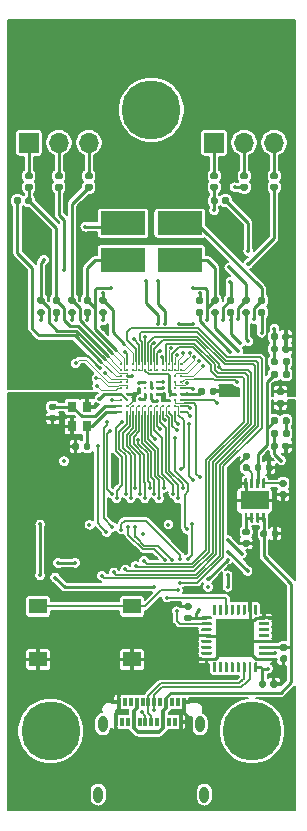
<source format=gbr>
%TF.GenerationSoftware,KiCad,Pcbnew,(5.1.9)-1*%
%TF.CreationDate,2022-01-18T11:13:22-06:00*%
%TF.ProjectId,aducm_board,61647563-6d5f-4626-9f61-72642e6b6963,1.6*%
%TF.SameCoordinates,Original*%
%TF.FileFunction,Copper,L1,Top*%
%TF.FilePolarity,Positive*%
%FSLAX46Y46*%
G04 Gerber Fmt 4.6, Leading zero omitted, Abs format (unit mm)*
G04 Created by KiCad (PCBNEW (5.1.9)-1) date 2022-01-18 11:13:22*
%MOMM*%
%LPD*%
G01*
G04 APERTURE LIST*
%TA.AperFunction,SMDPad,CuDef*%
%ADD10R,3.800000X2.000000*%
%TD*%
%TA.AperFunction,SMDPad,CuDef*%
%ADD11R,2.440000X1.600000*%
%TD*%
%TA.AperFunction,ComponentPad*%
%ADD12C,5.000000*%
%TD*%
%TA.AperFunction,SMDPad,CuDef*%
%ADD13R,0.250000X0.250000*%
%TD*%
%TA.AperFunction,SMDPad,CuDef*%
%ADD14R,0.300000X0.700000*%
%TD*%
%TA.AperFunction,ComponentPad*%
%ADD15O,0.800000X1.400000*%
%TD*%
%TA.AperFunction,SMDPad,CuDef*%
%ADD16R,0.800000X0.900000*%
%TD*%
%TA.AperFunction,SMDPad,CuDef*%
%ADD17R,1.550000X1.300000*%
%TD*%
%TA.AperFunction,ComponentPad*%
%ADD18O,1.700000X1.700000*%
%TD*%
%TA.AperFunction,ComponentPad*%
%ADD19R,1.700000X1.700000*%
%TD*%
%TA.AperFunction,SMDPad,CuDef*%
%ADD20R,3.300000X3.300000*%
%TD*%
%TA.AperFunction,ViaPad*%
%ADD21C,0.355600*%
%TD*%
%TA.AperFunction,Conductor*%
%ADD22C,0.076200*%
%TD*%
%TA.AperFunction,Conductor*%
%ADD23C,0.250000*%
%TD*%
%TA.AperFunction,Conductor*%
%ADD24C,0.152400*%
%TD*%
%TA.AperFunction,Conductor*%
%ADD25C,0.300000*%
%TD*%
%TA.AperFunction,Conductor*%
%ADD26C,0.254000*%
%TD*%
%TA.AperFunction,Conductor*%
%ADD27C,0.127000*%
%TD*%
%TA.AperFunction,Conductor*%
%ADD28C,0.355600*%
%TD*%
%TA.AperFunction,Conductor*%
%ADD29C,0.203200*%
%TD*%
%TA.AperFunction,Conductor*%
%ADD30C,0.100000*%
%TD*%
G04 APERTURE END LIST*
%TO.P,C41,2*%
%TO.N,DGND*%
%TA.AperFunction,SMDPad,CuDef*%
G36*
G01*
X149700000Y-123810000D02*
X149360000Y-123810000D01*
G75*
G02*
X149220000Y-123670000I0J140000D01*
G01*
X149220000Y-123390000D01*
G75*
G02*
X149360000Y-123250000I140000J0D01*
G01*
X149700000Y-123250000D01*
G75*
G02*
X149840000Y-123390000I0J-140000D01*
G01*
X149840000Y-123670000D01*
G75*
G02*
X149700000Y-123810000I-140000J0D01*
G01*
G37*
%TD.AperFunction*%
%TO.P,C41,1*%
%TO.N,Net-(C41-Pad1)*%
%TA.AperFunction,SMDPad,CuDef*%
G36*
G01*
X149700000Y-124770000D02*
X149360000Y-124770000D01*
G75*
G02*
X149220000Y-124630000I0J140000D01*
G01*
X149220000Y-124350000D01*
G75*
G02*
X149360000Y-124210000I140000J0D01*
G01*
X149700000Y-124210000D01*
G75*
G02*
X149840000Y-124350000I0J-140000D01*
G01*
X149840000Y-124630000D01*
G75*
G02*
X149700000Y-124770000I-140000J0D01*
G01*
G37*
%TD.AperFunction*%
%TD*%
D10*
%TO.P,TP4,1*%
%TO.N,/VBIAS1*%
X143900000Y-103800000D03*
%TD*%
%TO.P,TP3,1*%
%TO.N,/VBIAS0*%
X139100000Y-103800000D03*
%TD*%
%TO.P,U3,2*%
%TO.N,3.3V*%
%TA.AperFunction,SMDPad,CuDef*%
G36*
G01*
X150447500Y-125405000D02*
X150572500Y-125405000D01*
G75*
G02*
X150635000Y-125467500I0J-62500D01*
G01*
X150635000Y-126192500D01*
G75*
G02*
X150572500Y-126255000I-62500J0D01*
G01*
X150447500Y-126255000D01*
G75*
G02*
X150385000Y-126192500I0J62500D01*
G01*
X150385000Y-125467500D01*
G75*
G02*
X150447500Y-125405000I62500J0D01*
G01*
G37*
%TD.AperFunction*%
%TO.P,U3,6*%
%TO.N,Net-(C42-Pad1)*%
%TA.AperFunction,SMDPad,CuDef*%
G36*
G01*
X149947500Y-128305000D02*
X150072500Y-128305000D01*
G75*
G02*
X150135000Y-128367500I0J-62500D01*
G01*
X150135000Y-129092500D01*
G75*
G02*
X150072500Y-129155000I-62500J0D01*
G01*
X149947500Y-129155000D01*
G75*
G02*
X149885000Y-129092500I0J62500D01*
G01*
X149885000Y-128367500D01*
G75*
G02*
X149947500Y-128305000I62500J0D01*
G01*
G37*
%TD.AperFunction*%
%TO.P,U3,7*%
%TO.N,5VUSB*%
%TA.AperFunction,SMDPad,CuDef*%
G36*
G01*
X150447500Y-128305000D02*
X150572500Y-128305000D01*
G75*
G02*
X150635000Y-128367500I0J-62500D01*
G01*
X150635000Y-129092500D01*
G75*
G02*
X150572500Y-129155000I-62500J0D01*
G01*
X150447500Y-129155000D01*
G75*
G02*
X150385000Y-129092500I0J62500D01*
G01*
X150385000Y-128367500D01*
G75*
G02*
X150447500Y-128305000I62500J0D01*
G01*
G37*
%TD.AperFunction*%
%TO.P,U3,3*%
%TO.N,Net-(C41-Pad1)*%
%TA.AperFunction,SMDPad,CuDef*%
G36*
G01*
X149947500Y-125405000D02*
X150072500Y-125405000D01*
G75*
G02*
X150135000Y-125467500I0J-62500D01*
G01*
X150135000Y-126192500D01*
G75*
G02*
X150072500Y-126255000I-62500J0D01*
G01*
X149947500Y-126255000D01*
G75*
G02*
X149885000Y-126192500I0J62500D01*
G01*
X149885000Y-125467500D01*
G75*
G02*
X149947500Y-125405000I62500J0D01*
G01*
G37*
%TD.AperFunction*%
%TO.P,U3,5*%
%TO.N,Net-(C42-Pad1)*%
%TA.AperFunction,SMDPad,CuDef*%
G36*
G01*
X149450000Y-128305000D02*
X149570000Y-128305000D01*
G75*
G02*
X149630000Y-128365000I0J-60000D01*
G01*
X149630000Y-129095000D01*
G75*
G02*
X149570000Y-129155000I-60000J0D01*
G01*
X149450000Y-129155000D01*
G75*
G02*
X149390000Y-129095000I0J60000D01*
G01*
X149390000Y-128365000D01*
G75*
G02*
X149450000Y-128305000I60000J0D01*
G01*
G37*
%TD.AperFunction*%
%TO.P,U3,4*%
%TO.N,DGND*%
%TA.AperFunction,SMDPad,CuDef*%
G36*
G01*
X149447500Y-125405000D02*
X149572500Y-125405000D01*
G75*
G02*
X149635000Y-125467500I0J-62500D01*
G01*
X149635000Y-126192500D01*
G75*
G02*
X149572500Y-126255000I-62500J0D01*
G01*
X149447500Y-126255000D01*
G75*
G02*
X149385000Y-126192500I0J62500D01*
G01*
X149385000Y-125467500D01*
G75*
G02*
X149447500Y-125405000I62500J0D01*
G01*
G37*
%TD.AperFunction*%
%TO.P,U3,8*%
%TO.N,5VUSB*%
%TA.AperFunction,SMDPad,CuDef*%
G36*
G01*
X150947500Y-128305000D02*
X151072500Y-128305000D01*
G75*
G02*
X151135000Y-128367500I0J-62500D01*
G01*
X151135000Y-129092500D01*
G75*
G02*
X151072500Y-129155000I-62500J0D01*
G01*
X150947500Y-129155000D01*
G75*
G02*
X150885000Y-129092500I0J62500D01*
G01*
X150885000Y-128367500D01*
G75*
G02*
X150947500Y-128305000I62500J0D01*
G01*
G37*
%TD.AperFunction*%
%TO.P,U3,1*%
%TO.N,Net-(C40-Pad1)*%
%TA.AperFunction,SMDPad,CuDef*%
G36*
G01*
X150947500Y-125405000D02*
X151072500Y-125405000D01*
G75*
G02*
X151135000Y-125467500I0J-62500D01*
G01*
X151135000Y-126192500D01*
G75*
G02*
X151072500Y-126255000I-62500J0D01*
G01*
X150947500Y-126255000D01*
G75*
G02*
X150885000Y-126192500I0J62500D01*
G01*
X150885000Y-125467500D01*
G75*
G02*
X150947500Y-125405000I62500J0D01*
G01*
G37*
%TD.AperFunction*%
D11*
%TO.P,U3,9*%
%TO.N,DGND*%
X150240000Y-127280000D03*
%TD*%
D12*
%TO.P,REF\u002A\u002A,1*%
%TO.N,N/C*%
X141500000Y-94200000D03*
%TD*%
%TO.P,REF\u002A\u002A,1*%
%TO.N,N/C*%
X150026001Y-146800000D03*
%TD*%
%TO.P,REF\u002A\u002A,1*%
%TO.N,N/C*%
X132973999Y-146800000D03*
%TD*%
%TO.P,C36,2*%
%TO.N,DGND*%
%TA.AperFunction,SMDPad,CuDef*%
G36*
G01*
X144770000Y-136534001D02*
X144430000Y-136534001D01*
G75*
G02*
X144290000Y-136394001I0J140000D01*
G01*
X144290000Y-136114001D01*
G75*
G02*
X144430000Y-135974001I140000J0D01*
G01*
X144770000Y-135974001D01*
G75*
G02*
X144910000Y-136114001I0J-140000D01*
G01*
X144910000Y-136394001D01*
G75*
G02*
X144770000Y-136534001I-140000J0D01*
G01*
G37*
%TD.AperFunction*%
%TO.P,C36,1*%
%TO.N,/FTDI/3V3VOUT*%
%TA.AperFunction,SMDPad,CuDef*%
G36*
G01*
X144770000Y-137494001D02*
X144430000Y-137494001D01*
G75*
G02*
X144290000Y-137354001I0J140000D01*
G01*
X144290000Y-137074001D01*
G75*
G02*
X144430000Y-136934001I140000J0D01*
G01*
X144770000Y-136934001D01*
G75*
G02*
X144910000Y-137074001I0J-140000D01*
G01*
X144910000Y-137354001D01*
G75*
G02*
X144770000Y-137494001I-140000J0D01*
G01*
G37*
%TD.AperFunction*%
%TD*%
%TO.P,R22,2*%
%TO.N,/VZERO1Breakout*%
%TA.AperFunction,SMDPad,CuDef*%
G36*
G01*
X146707500Y-111090000D02*
X147077500Y-111090000D01*
G75*
G02*
X147212500Y-111225000I0J-135000D01*
G01*
X147212500Y-111495000D01*
G75*
G02*
X147077500Y-111630000I-135000J0D01*
G01*
X146707500Y-111630000D01*
G75*
G02*
X146572500Y-111495000I0J135000D01*
G01*
X146572500Y-111225000D01*
G75*
G02*
X146707500Y-111090000I135000J0D01*
G01*
G37*
%TD.AperFunction*%
%TO.P,R22,1*%
%TO.N,/VZERO1*%
%TA.AperFunction,SMDPad,CuDef*%
G36*
G01*
X146707500Y-110070000D02*
X147077500Y-110070000D01*
G75*
G02*
X147212500Y-110205000I0J-135000D01*
G01*
X147212500Y-110475000D01*
G75*
G02*
X147077500Y-110610000I-135000J0D01*
G01*
X146707500Y-110610000D01*
G75*
G02*
X146572500Y-110475000I0J135000D01*
G01*
X146572500Y-110205000D01*
G75*
G02*
X146707500Y-110070000I135000J0D01*
G01*
G37*
%TD.AperFunction*%
%TD*%
D13*
%TO.P,U1,E5*%
%TO.N,Net-(U1-PadE5)*%
X140992000Y-117782000D03*
%TO.P,U1,E7*%
%TO.N,/P1.2_SPI1_CLK*%
X142008000Y-117782000D03*
%TO.P,U1,F6*%
%TO.N,/P1.4_SPI1_MISO*%
X141500000Y-118290000D03*
%TO.P,U1,F5*%
%TO.N,/P1.0*%
X140992000Y-118290000D03*
%TO.P,U1,F7*%
%TO.N,DGND*%
X142008000Y-118290000D03*
%TO.P,U1,D6*%
%TO.N,/P1.5_SPI1_~CS*%
X141500000Y-117274000D03*
%TO.P,U1,D5*%
%TO.N,/P1.1*%
X140992000Y-117274000D03*
%TO.P,U1,D7*%
%TO.N,/P1.3_SPI1_MOSI*%
X142008000Y-117274000D03*
%TO.P,U1,F10*%
%TO.N,AGND*%
X143532000Y-118290000D03*
%TO.P,U1,C10*%
%TO.N,/VBIAS1*%
X143532000Y-116766000D03*
%TO.P,U1,E10*%
%TO.N,Net-(U1-PadE10)*%
X143532000Y-117782000D03*
%TO.P,U1,G10*%
%TO.N,/PWM0*%
X143532000Y-118798000D03*
%TO.P,U1,D10*%
%TO.N,Net-(C23-Pad2)*%
X143532000Y-117274000D03*
%TO.P,U1,C11*%
%TO.N,/CAP_POT1*%
X144040000Y-116766000D03*
%TO.P,U1,F11*%
%TO.N,AVDD*%
X144040000Y-118290000D03*
%TO.P,U1,G11*%
%TO.N,Net-(C25-Pad2)*%
X144040000Y-118798000D03*
%TO.P,U1,D11*%
%TO.N,Net-(C23-Pad1)*%
X144040000Y-117274000D03*
%TO.P,U1,E11*%
%TO.N,Net-(C18-Pad1)*%
X144040000Y-117782000D03*
%TO.P,U1,D2*%
%TO.N,Net-(C22-Pad2)*%
X139468000Y-117274000D03*
%TO.P,U1,G2*%
%TO.N,DVDD*%
X139468000Y-118798000D03*
%TO.P,U1,C2*%
%TO.N,/VBIAS0*%
X139468000Y-116766000D03*
%TO.P,U1,E2*%
%TO.N,Net-(C17-Pad1)*%
X139468000Y-117782000D03*
%TO.P,U1,F2*%
%TO.N,DGND*%
X139468000Y-118290000D03*
%TO.P,U1,E1*%
%TO.N,Net-(C29-Pad1)*%
X138960000Y-117782000D03*
%TO.P,U1,C1*%
%TO.N,/CAP_POT0*%
X138960000Y-116766000D03*
%TO.P,U1,D1*%
%TO.N,Net-(C22-Pad1)*%
X138960000Y-117274000D03*
%TO.P,U1,G1*%
%TO.N,Net-(C28-Pad1)*%
X138960000Y-118798000D03*
%TO.P,U1,F1*%
%TO.N,DVDD*%
X138960000Y-118290000D03*
%TO.P,U1,J8*%
%TO.N,Net-(C27-Pad1)*%
X142516000Y-119814000D03*
%TO.P,U1,J3*%
%TO.N,/UART_SOUT*%
X139976000Y-119814000D03*
%TO.P,U1,J5*%
%TO.N,/P0.4_I2C_SCL*%
X140992000Y-119814000D03*
%TO.P,U1,J7*%
%TO.N,Net-(C31-Pad1)*%
X142008000Y-119814000D03*
%TO.P,U1,J9*%
%TO.N,Net-(C27-Pad2)*%
X143024000Y-119814000D03*
%TO.P,U1,J4*%
%TO.N,/P2.4*%
X140484000Y-119814000D03*
%TO.P,U1,J6*%
%TO.N,DVDD*%
X141500000Y-119814000D03*
%TO.P,U1,J1*%
%TO.N,/XTALO*%
X138960000Y-119814000D03*
%TO.P,U1,J10*%
%TO.N,/~RESET*%
X143532000Y-119814000D03*
%TO.P,U1,J11*%
%TO.N,Net-(C21-Pad1)*%
X144040000Y-119814000D03*
%TO.P,U1,J2*%
%TO.N,/UART_SIN*%
X139468000Y-119814000D03*
%TO.P,U1,H6*%
%TO.N,/P0.3_SPI0_~CS*%
X141500000Y-119306000D03*
%TO.P,U1,H5*%
%TO.N,/P0.5_I2C_SDA*%
X140992000Y-119306000D03*
%TO.P,U1,H8*%
%TO.N,/P0.1_SPI0_MOSI*%
X142516000Y-119306000D03*
%TO.P,U1,H7*%
%TO.N,/P0.2_SPI0_~MISO*%
X142008000Y-119306000D03*
%TO.P,U1,H1*%
%TO.N,/XTALI*%
X138960000Y-119306000D03*
%TO.P,U1,H2*%
%TO.N,DGND*%
X139468000Y-119306000D03*
%TO.P,U1,H9*%
%TO.N,/P0.0_SPI0_CLK*%
X143024000Y-119306000D03*
%TO.P,U1,H4*%
%TO.N,/SWDIO*%
X140484000Y-119306000D03*
%TO.P,U1,H11*%
%TO.N,Net-(C25-Pad1)*%
X144040000Y-119306000D03*
%TO.P,U1,H3*%
%TO.N,/SWCLK*%
X139976000Y-119306000D03*
%TO.P,U1,H10*%
%TO.N,/PWM1*%
X143532000Y-119306000D03*
%TO.P,U1,B6*%
%TO.N,/AIN2*%
X141500000Y-116258000D03*
%TO.P,U1,B5*%
%TO.N,AGND*%
X140992000Y-116258000D03*
%TO.P,U1,B8*%
%TO.N,/AIN1*%
X142516000Y-116258000D03*
%TO.P,U1,B7*%
%TO.N,/AIN3*%
X142008000Y-116258000D03*
%TO.P,U1,B1*%
%TO.N,/CE0*%
X138960000Y-116258000D03*
%TO.P,U1,B2*%
%TO.N,/VZERO0*%
X139468000Y-116258000D03*
%TO.P,U1,B9*%
%TO.N,/AIN0*%
X143024000Y-116258000D03*
%TO.P,U1,B4*%
%TO.N,/AIN5*%
X140484000Y-116258000D03*
%TO.P,U1,B11*%
%TO.N,/CE1*%
X144040000Y-116258000D03*
%TO.P,U1,B3*%
%TO.N,/AIN6*%
X139976000Y-116258000D03*
%TO.P,U1,B10*%
%TO.N,/VZERO1*%
X143532000Y-116258000D03*
%TO.P,U1,A9*%
%TO.N,/WE1*%
X143024000Y-115750000D03*
%TO.P,U1,A11*%
%TO.N,/RE1*%
X144040000Y-115750000D03*
%TO.P,U1,A10*%
%TO.N,Net-(C20-Pad2)*%
X143532000Y-115750000D03*
%TO.P,U1,A5*%
%TO.N,Net-(C16-Pad1)*%
X140992000Y-115750000D03*
%TO.P,U1,A6*%
%TO.N,Net-(R4-Pad2)*%
X141500000Y-115750000D03*
%TO.P,U1,A8*%
%TO.N,Net-(C15-Pad2)*%
X142516000Y-115750000D03*
%TO.P,U1,A7*%
%TO.N,Net-(R4-Pad1)*%
X142008000Y-115750000D03*
%TO.P,U1,A4*%
%TO.N,Net-(C14-Pad1)*%
X140484000Y-115750000D03*
%TO.P,U1,A3*%
%TO.N,/WE0*%
X139976000Y-115750000D03*
%TO.P,U1,A2*%
%TO.N,Net-(C19-Pad2)*%
X139468000Y-115750000D03*
%TO.P,U1,A1*%
%TO.N,/RE0*%
X138960000Y-115750000D03*
%TD*%
D10*
%TO.P,TP2,1*%
%TO.N,/VZERO0*%
X139100000Y-106910000D03*
%TD*%
%TO.P,R21,2*%
%TO.N,/VBIAS1Breakout*%
%TA.AperFunction,SMDPad,CuDef*%
G36*
G01*
X150645000Y-111090000D02*
X151015000Y-111090000D01*
G75*
G02*
X151150000Y-111225000I0J-135000D01*
G01*
X151150000Y-111495000D01*
G75*
G02*
X151015000Y-111630000I-135000J0D01*
G01*
X150645000Y-111630000D01*
G75*
G02*
X150510000Y-111495000I0J135000D01*
G01*
X150510000Y-111225000D01*
G75*
G02*
X150645000Y-111090000I135000J0D01*
G01*
G37*
%TD.AperFunction*%
%TO.P,R21,1*%
%TO.N,/VBIAS1*%
%TA.AperFunction,SMDPad,CuDef*%
G36*
G01*
X150645000Y-110070000D02*
X151015000Y-110070000D01*
G75*
G02*
X151150000Y-110205000I0J-135000D01*
G01*
X151150000Y-110475000D01*
G75*
G02*
X151015000Y-110610000I-135000J0D01*
G01*
X150645000Y-110610000D01*
G75*
G02*
X150510000Y-110475000I0J135000D01*
G01*
X150510000Y-110205000D01*
G75*
G02*
X150645000Y-110070000I135000J0D01*
G01*
G37*
%TD.AperFunction*%
%TD*%
%TO.P,R20,2*%
%TO.N,/CE1Breakout*%
%TA.AperFunction,SMDPad,CuDef*%
G36*
G01*
X149332500Y-111090000D02*
X149702500Y-111090000D01*
G75*
G02*
X149837500Y-111225000I0J-135000D01*
G01*
X149837500Y-111495000D01*
G75*
G02*
X149702500Y-111630000I-135000J0D01*
G01*
X149332500Y-111630000D01*
G75*
G02*
X149197500Y-111495000I0J135000D01*
G01*
X149197500Y-111225000D01*
G75*
G02*
X149332500Y-111090000I135000J0D01*
G01*
G37*
%TD.AperFunction*%
%TO.P,R20,1*%
%TO.N,/CE1*%
%TA.AperFunction,SMDPad,CuDef*%
G36*
G01*
X149332500Y-110070000D02*
X149702500Y-110070000D01*
G75*
G02*
X149837500Y-110205000I0J-135000D01*
G01*
X149837500Y-110475000D01*
G75*
G02*
X149702500Y-110610000I-135000J0D01*
G01*
X149332500Y-110610000D01*
G75*
G02*
X149197500Y-110475000I0J135000D01*
G01*
X149197500Y-110205000D01*
G75*
G02*
X149332500Y-110070000I135000J0D01*
G01*
G37*
%TD.AperFunction*%
%TD*%
%TO.P,R19,2*%
%TO.N,/WE1*%
%TA.AperFunction,SMDPad,CuDef*%
G36*
G01*
X145765000Y-110610000D02*
X145395000Y-110610000D01*
G75*
G02*
X145260000Y-110475000I0J135000D01*
G01*
X145260000Y-110205000D01*
G75*
G02*
X145395000Y-110070000I135000J0D01*
G01*
X145765000Y-110070000D01*
G75*
G02*
X145900000Y-110205000I0J-135000D01*
G01*
X145900000Y-110475000D01*
G75*
G02*
X145765000Y-110610000I-135000J0D01*
G01*
G37*
%TD.AperFunction*%
%TO.P,R19,1*%
%TO.N,/WE1Breakout*%
%TA.AperFunction,SMDPad,CuDef*%
G36*
G01*
X145765000Y-111630000D02*
X145395000Y-111630000D01*
G75*
G02*
X145260000Y-111495000I0J135000D01*
G01*
X145260000Y-111225000D01*
G75*
G02*
X145395000Y-111090000I135000J0D01*
G01*
X145765000Y-111090000D01*
G75*
G02*
X145900000Y-111225000I0J-135000D01*
G01*
X145900000Y-111495000D01*
G75*
G02*
X145765000Y-111630000I-135000J0D01*
G01*
G37*
%TD.AperFunction*%
%TD*%
%TO.P,R18,2*%
%TO.N,/RE1*%
%TA.AperFunction,SMDPad,CuDef*%
G36*
G01*
X148390000Y-110610000D02*
X148020000Y-110610000D01*
G75*
G02*
X147885000Y-110475000I0J135000D01*
G01*
X147885000Y-110205000D01*
G75*
G02*
X148020000Y-110070000I135000J0D01*
G01*
X148390000Y-110070000D01*
G75*
G02*
X148525000Y-110205000I0J-135000D01*
G01*
X148525000Y-110475000D01*
G75*
G02*
X148390000Y-110610000I-135000J0D01*
G01*
G37*
%TD.AperFunction*%
%TO.P,R18,1*%
%TO.N,/RE1Breakout*%
%TA.AperFunction,SMDPad,CuDef*%
G36*
G01*
X148390000Y-111630000D02*
X148020000Y-111630000D01*
G75*
G02*
X147885000Y-111495000I0J135000D01*
G01*
X147885000Y-111225000D01*
G75*
G02*
X148020000Y-111090000I135000J0D01*
G01*
X148390000Y-111090000D01*
G75*
G02*
X148525000Y-111225000I0J-135000D01*
G01*
X148525000Y-111495000D01*
G75*
G02*
X148390000Y-111630000I-135000J0D01*
G01*
G37*
%TD.AperFunction*%
%TD*%
%TO.P,R17,2*%
%TO.N,/VBIAS0Breakout*%
%TA.AperFunction,SMDPad,CuDef*%
G36*
G01*
X131965000Y-111090000D02*
X132335000Y-111090000D01*
G75*
G02*
X132470000Y-111225000I0J-135000D01*
G01*
X132470000Y-111495000D01*
G75*
G02*
X132335000Y-111630000I-135000J0D01*
G01*
X131965000Y-111630000D01*
G75*
G02*
X131830000Y-111495000I0J135000D01*
G01*
X131830000Y-111225000D01*
G75*
G02*
X131965000Y-111090000I135000J0D01*
G01*
G37*
%TD.AperFunction*%
%TO.P,R17,1*%
%TO.N,/VBIAS0*%
%TA.AperFunction,SMDPad,CuDef*%
G36*
G01*
X131965000Y-110070000D02*
X132335000Y-110070000D01*
G75*
G02*
X132470000Y-110205000I0J-135000D01*
G01*
X132470000Y-110475000D01*
G75*
G02*
X132335000Y-110610000I-135000J0D01*
G01*
X131965000Y-110610000D01*
G75*
G02*
X131830000Y-110475000I0J135000D01*
G01*
X131830000Y-110205000D01*
G75*
G02*
X131965000Y-110070000I135000J0D01*
G01*
G37*
%TD.AperFunction*%
%TD*%
%TO.P,R16,2*%
%TO.N,/VZERO0Breakout*%
%TA.AperFunction,SMDPad,CuDef*%
G36*
G01*
X135902500Y-111090000D02*
X136272500Y-111090000D01*
G75*
G02*
X136407500Y-111225000I0J-135000D01*
G01*
X136407500Y-111495000D01*
G75*
G02*
X136272500Y-111630000I-135000J0D01*
G01*
X135902500Y-111630000D01*
G75*
G02*
X135767500Y-111495000I0J135000D01*
G01*
X135767500Y-111225000D01*
G75*
G02*
X135902500Y-111090000I135000J0D01*
G01*
G37*
%TD.AperFunction*%
%TO.P,R16,1*%
%TO.N,/VZERO0*%
%TA.AperFunction,SMDPad,CuDef*%
G36*
G01*
X135902500Y-110070000D02*
X136272500Y-110070000D01*
G75*
G02*
X136407500Y-110205000I0J-135000D01*
G01*
X136407500Y-110475000D01*
G75*
G02*
X136272500Y-110610000I-135000J0D01*
G01*
X135902500Y-110610000D01*
G75*
G02*
X135767500Y-110475000I0J135000D01*
G01*
X135767500Y-110205000D01*
G75*
G02*
X135902500Y-110070000I135000J0D01*
G01*
G37*
%TD.AperFunction*%
%TD*%
%TO.P,R15,2*%
%TO.N,/RE0Breakout*%
%TA.AperFunction,SMDPad,CuDef*%
G36*
G01*
X134590000Y-111090000D02*
X134960000Y-111090000D01*
G75*
G02*
X135095000Y-111225000I0J-135000D01*
G01*
X135095000Y-111495000D01*
G75*
G02*
X134960000Y-111630000I-135000J0D01*
G01*
X134590000Y-111630000D01*
G75*
G02*
X134455000Y-111495000I0J135000D01*
G01*
X134455000Y-111225000D01*
G75*
G02*
X134590000Y-111090000I135000J0D01*
G01*
G37*
%TD.AperFunction*%
%TO.P,R15,1*%
%TO.N,/RE0*%
%TA.AperFunction,SMDPad,CuDef*%
G36*
G01*
X134590000Y-110070000D02*
X134960000Y-110070000D01*
G75*
G02*
X135095000Y-110205000I0J-135000D01*
G01*
X135095000Y-110475000D01*
G75*
G02*
X134960000Y-110610000I-135000J0D01*
G01*
X134590000Y-110610000D01*
G75*
G02*
X134455000Y-110475000I0J135000D01*
G01*
X134455000Y-110205000D01*
G75*
G02*
X134590000Y-110070000I135000J0D01*
G01*
G37*
%TD.AperFunction*%
%TD*%
%TO.P,R14,2*%
%TO.N,/WE0Breakout*%
%TA.AperFunction,SMDPad,CuDef*%
G36*
G01*
X137215000Y-111090000D02*
X137585000Y-111090000D01*
G75*
G02*
X137720000Y-111225000I0J-135000D01*
G01*
X137720000Y-111495000D01*
G75*
G02*
X137585000Y-111630000I-135000J0D01*
G01*
X137215000Y-111630000D01*
G75*
G02*
X137080000Y-111495000I0J135000D01*
G01*
X137080000Y-111225000D01*
G75*
G02*
X137215000Y-111090000I135000J0D01*
G01*
G37*
%TD.AperFunction*%
%TO.P,R14,1*%
%TO.N,/WE0*%
%TA.AperFunction,SMDPad,CuDef*%
G36*
G01*
X137215000Y-110070000D02*
X137585000Y-110070000D01*
G75*
G02*
X137720000Y-110205000I0J-135000D01*
G01*
X137720000Y-110475000D01*
G75*
G02*
X137585000Y-110610000I-135000J0D01*
G01*
X137215000Y-110610000D01*
G75*
G02*
X137080000Y-110475000I0J135000D01*
G01*
X137080000Y-110205000D01*
G75*
G02*
X137215000Y-110070000I135000J0D01*
G01*
G37*
%TD.AperFunction*%
%TD*%
%TO.P,R13,2*%
%TO.N,/CE0Breakout*%
%TA.AperFunction,SMDPad,CuDef*%
G36*
G01*
X133277500Y-111090000D02*
X133647500Y-111090000D01*
G75*
G02*
X133782500Y-111225000I0J-135000D01*
G01*
X133782500Y-111495000D01*
G75*
G02*
X133647500Y-111630000I-135000J0D01*
G01*
X133277500Y-111630000D01*
G75*
G02*
X133142500Y-111495000I0J135000D01*
G01*
X133142500Y-111225000D01*
G75*
G02*
X133277500Y-111090000I135000J0D01*
G01*
G37*
%TD.AperFunction*%
%TO.P,R13,1*%
%TO.N,/CE0*%
%TA.AperFunction,SMDPad,CuDef*%
G36*
G01*
X133277500Y-110070000D02*
X133647500Y-110070000D01*
G75*
G02*
X133782500Y-110205000I0J-135000D01*
G01*
X133782500Y-110475000D01*
G75*
G02*
X133647500Y-110610000I-135000J0D01*
G01*
X133277500Y-110610000D01*
G75*
G02*
X133142500Y-110475000I0J135000D01*
G01*
X133142500Y-110205000D01*
G75*
G02*
X133277500Y-110070000I135000J0D01*
G01*
G37*
%TD.AperFunction*%
%TD*%
D14*
%TO.P,J1,B12*%
%TO.N,DGND*%
X138500000Y-146020000D03*
%TO.P,J1,B11*%
%TO.N,N/C*%
X139000000Y-146020000D03*
%TO.P,J1,B10*%
X139500000Y-146020000D03*
%TO.P,J1,B9*%
%TO.N,5VUSB*%
X140000000Y-146020000D03*
%TO.P,J1,B8*%
%TO.N,Net-(J1-PadB8)*%
X140500000Y-146020000D03*
%TO.P,J1,B7*%
%TO.N,/FTDI/USBD-*%
X141000000Y-146020000D03*
%TO.P,J1,B6*%
%TO.N,/FTDI/USBD+*%
X141500000Y-146020000D03*
%TO.P,J1,B5*%
%TO.N,Net-(J1-PadB5)*%
X142000000Y-146020000D03*
%TO.P,J1,B4*%
%TO.N,5VUSB*%
X142500000Y-146020000D03*
%TO.P,J1,B3*%
%TO.N,N/C*%
X143000000Y-146020000D03*
%TO.P,J1,B2*%
X143500000Y-146020000D03*
D15*
%TO.P,J1,S1*%
X137010000Y-152180000D03*
X145990000Y-152180000D03*
X145630000Y-146230000D03*
D14*
%TO.P,J1,B1*%
%TO.N,DGND*%
X144000000Y-146020000D03*
%TO.P,J1,A11*%
%TO.N,N/C*%
X143750000Y-144320000D03*
%TO.P,J1,A8*%
%TO.N,Net-(J1-PadA8)*%
X142250000Y-144320000D03*
%TO.P,J1,A9*%
%TO.N,5VUSB*%
X142750000Y-144320000D03*
%TO.P,J1,A10*%
%TO.N,N/C*%
X143250000Y-144320000D03*
%TO.P,J1,A12*%
%TO.N,DGND*%
X144250000Y-144320000D03*
%TO.P,J1,A7*%
%TO.N,/FTDI/USBD-*%
X141750000Y-144320000D03*
%TO.P,J1,A6*%
%TO.N,/FTDI/USBD+*%
X141250000Y-144320000D03*
%TO.P,J1,A5*%
%TO.N,Net-(J1-PadA5)*%
X140750000Y-144320000D03*
%TO.P,J1,A4*%
%TO.N,5VUSB*%
X140250000Y-144320000D03*
%TO.P,J1,A3*%
%TO.N,N/C*%
X139750000Y-144320000D03*
%TO.P,J1,A2*%
X139250000Y-144320000D03*
%TO.P,J1,A1*%
%TO.N,DGND*%
X138750000Y-144320000D03*
D15*
%TO.P,J1,S1*%
%TO.N,N/C*%
X137370000Y-146230000D03*
%TD*%
%TO.P,C44,2*%
%TO.N,/CAP_POT0*%
%TA.AperFunction,SMDPad,CuDef*%
G36*
G01*
X130440000Y-101720000D02*
X130440000Y-102060000D01*
G75*
G02*
X130300000Y-102200000I-140000J0D01*
G01*
X130020000Y-102200000D01*
G75*
G02*
X129880000Y-102060000I0J140000D01*
G01*
X129880000Y-101720000D01*
G75*
G02*
X130020000Y-101580000I140000J0D01*
G01*
X130300000Y-101580000D01*
G75*
G02*
X130440000Y-101720000I0J-140000D01*
G01*
G37*
%TD.AperFunction*%
%TO.P,C44,1*%
%TO.N,/CE0*%
%TA.AperFunction,SMDPad,CuDef*%
G36*
G01*
X131400000Y-101720000D02*
X131400000Y-102060000D01*
G75*
G02*
X131260000Y-102200000I-140000J0D01*
G01*
X130980000Y-102200000D01*
G75*
G02*
X130840000Y-102060000I0J140000D01*
G01*
X130840000Y-101720000D01*
G75*
G02*
X130980000Y-101580000I140000J0D01*
G01*
X131260000Y-101580000D01*
G75*
G02*
X131400000Y-101720000I0J-140000D01*
G01*
G37*
%TD.AperFunction*%
%TD*%
D16*
%TO.P,Y1,4*%
%TO.N,DGND*%
X136050000Y-119350000D03*
%TO.P,Y1,2*%
X134800000Y-121000000D03*
%TO.P,Y1,3*%
%TO.N,/XTALO*%
X136050000Y-121000000D03*
%TO.P,Y1,1*%
%TO.N,/XTALI*%
X134800000Y-119350000D03*
%TD*%
D10*
%TO.P,TP1,1*%
%TO.N,/VZERO1*%
X143900000Y-106910000D03*
%TD*%
D17*
%TO.P,SW1,2*%
%TO.N,DGND*%
X139865000Y-140740000D03*
X131915000Y-140740000D03*
%TO.P,SW1,1*%
%TO.N,/~RESET*%
X139865000Y-136240000D03*
X131915000Y-136240000D03*
%TD*%
%TO.P,R3,1*%
%TO.N,Net-(FB2-Pad1)*%
%TA.AperFunction,SMDPad,CuDef*%
G36*
G01*
X153200000Y-121420000D02*
X153200000Y-121790000D01*
G75*
G02*
X153065000Y-121925000I-135000J0D01*
G01*
X152795000Y-121925000D01*
G75*
G02*
X152660000Y-121790000I0J135000D01*
G01*
X152660000Y-121420000D01*
G75*
G02*
X152795000Y-121285000I135000J0D01*
G01*
X153065000Y-121285000D01*
G75*
G02*
X153200000Y-121420000I0J-135000D01*
G01*
G37*
%TD.AperFunction*%
%TO.P,R3,2*%
%TO.N,DVDD*%
%TA.AperFunction,SMDPad,CuDef*%
G36*
G01*
X152180000Y-121420000D02*
X152180000Y-121790000D01*
G75*
G02*
X152045000Y-121925000I-135000J0D01*
G01*
X151775000Y-121925000D01*
G75*
G02*
X151640000Y-121790000I0J135000D01*
G01*
X151640000Y-121420000D01*
G75*
G02*
X151775000Y-121285000I135000J0D01*
G01*
X152045000Y-121285000D01*
G75*
G02*
X152180000Y-121420000I0J-135000D01*
G01*
G37*
%TD.AperFunction*%
%TD*%
%TO.P,R2,2*%
%TO.N,AVDD*%
%TA.AperFunction,SMDPad,CuDef*%
G36*
G01*
X152180000Y-115345000D02*
X152180000Y-115715000D01*
G75*
G02*
X152045000Y-115850000I-135000J0D01*
G01*
X151775000Y-115850000D01*
G75*
G02*
X151640000Y-115715000I0J135000D01*
G01*
X151640000Y-115345000D01*
G75*
G02*
X151775000Y-115210000I135000J0D01*
G01*
X152045000Y-115210000D01*
G75*
G02*
X152180000Y-115345000I0J-135000D01*
G01*
G37*
%TD.AperFunction*%
%TO.P,R2,1*%
%TO.N,Net-(FB1-Pad1)*%
%TA.AperFunction,SMDPad,CuDef*%
G36*
G01*
X153200000Y-115345000D02*
X153200000Y-115715000D01*
G75*
G02*
X153065000Y-115850000I-135000J0D01*
G01*
X152795000Y-115850000D01*
G75*
G02*
X152660000Y-115715000I0J135000D01*
G01*
X152660000Y-115345000D01*
G75*
G02*
X152795000Y-115210000I135000J0D01*
G01*
X153065000Y-115210000D01*
G75*
G02*
X153200000Y-115345000I0J-135000D01*
G01*
G37*
%TD.AperFunction*%
%TD*%
%TO.P,R1,2*%
%TO.N,AGND*%
%TA.AperFunction,SMDPad,CuDef*%
G36*
G01*
X152605000Y-118330000D02*
X152235000Y-118330000D01*
G75*
G02*
X152100000Y-118195000I0J135000D01*
G01*
X152100000Y-117925000D01*
G75*
G02*
X152235000Y-117790000I135000J0D01*
G01*
X152605000Y-117790000D01*
G75*
G02*
X152740000Y-117925000I0J-135000D01*
G01*
X152740000Y-118195000D01*
G75*
G02*
X152605000Y-118330000I-135000J0D01*
G01*
G37*
%TD.AperFunction*%
%TO.P,R1,1*%
%TO.N,DGND*%
%TA.AperFunction,SMDPad,CuDef*%
G36*
G01*
X152605000Y-119350000D02*
X152235000Y-119350000D01*
G75*
G02*
X152100000Y-119215000I0J135000D01*
G01*
X152100000Y-118945000D01*
G75*
G02*
X152235000Y-118810000I135000J0D01*
G01*
X152605000Y-118810000D01*
G75*
G02*
X152740000Y-118945000I0J-135000D01*
G01*
X152740000Y-119215000D01*
G75*
G02*
X152605000Y-119350000I-135000J0D01*
G01*
G37*
%TD.AperFunction*%
%TD*%
D18*
%TO.P,J3,3*%
%TO.N,Net-(FB5-Pad1)*%
X151900000Y-96990000D03*
%TO.P,J3,2*%
%TO.N,Net-(FB4-Pad1)*%
X149360000Y-96990000D03*
D19*
%TO.P,J3,1*%
%TO.N,Net-(FB3-Pad1)*%
X146820000Y-96990000D03*
%TD*%
D18*
%TO.P,J4,3*%
%TO.N,Net-(FB8-Pad1)*%
X136200000Y-96990000D03*
%TO.P,J4,2*%
%TO.N,Net-(FB7-Pad1)*%
X133660000Y-96990000D03*
D19*
%TO.P,J4,1*%
%TO.N,Net-(FB6-Pad1)*%
X131120000Y-96990000D03*
%TD*%
%TO.P,FB5,2*%
%TO.N,/RE1*%
%TA.AperFunction,SMDPad,CuDef*%
G36*
G01*
X151727500Y-100465000D02*
X152072500Y-100465000D01*
G75*
G02*
X152220000Y-100612500I0J-147500D01*
G01*
X152220000Y-100907500D01*
G75*
G02*
X152072500Y-101055000I-147500J0D01*
G01*
X151727500Y-101055000D01*
G75*
G02*
X151580000Y-100907500I0J147500D01*
G01*
X151580000Y-100612500D01*
G75*
G02*
X151727500Y-100465000I147500J0D01*
G01*
G37*
%TD.AperFunction*%
%TO.P,FB5,1*%
%TO.N,Net-(FB5-Pad1)*%
%TA.AperFunction,SMDPad,CuDef*%
G36*
G01*
X151727500Y-99495000D02*
X152072500Y-99495000D01*
G75*
G02*
X152220000Y-99642500I0J-147500D01*
G01*
X152220000Y-99937500D01*
G75*
G02*
X152072500Y-100085000I-147500J0D01*
G01*
X151727500Y-100085000D01*
G75*
G02*
X151580000Y-99937500I0J147500D01*
G01*
X151580000Y-99642500D01*
G75*
G02*
X151727500Y-99495000I147500J0D01*
G01*
G37*
%TD.AperFunction*%
%TD*%
%TO.P,FB4,2*%
%TO.N,/WE1*%
%TA.AperFunction,SMDPad,CuDef*%
G36*
G01*
X149187500Y-100465000D02*
X149532500Y-100465000D01*
G75*
G02*
X149680000Y-100612500I0J-147500D01*
G01*
X149680000Y-100907500D01*
G75*
G02*
X149532500Y-101055000I-147500J0D01*
G01*
X149187500Y-101055000D01*
G75*
G02*
X149040000Y-100907500I0J147500D01*
G01*
X149040000Y-100612500D01*
G75*
G02*
X149187500Y-100465000I147500J0D01*
G01*
G37*
%TD.AperFunction*%
%TO.P,FB4,1*%
%TO.N,Net-(FB4-Pad1)*%
%TA.AperFunction,SMDPad,CuDef*%
G36*
G01*
X149187500Y-99495000D02*
X149532500Y-99495000D01*
G75*
G02*
X149680000Y-99642500I0J-147500D01*
G01*
X149680000Y-99937500D01*
G75*
G02*
X149532500Y-100085000I-147500J0D01*
G01*
X149187500Y-100085000D01*
G75*
G02*
X149040000Y-99937500I0J147500D01*
G01*
X149040000Y-99642500D01*
G75*
G02*
X149187500Y-99495000I147500J0D01*
G01*
G37*
%TD.AperFunction*%
%TD*%
%TO.P,FB3,2*%
%TO.N,/CE1*%
%TA.AperFunction,SMDPad,CuDef*%
G36*
G01*
X146647500Y-100465000D02*
X146992500Y-100465000D01*
G75*
G02*
X147140000Y-100612500I0J-147500D01*
G01*
X147140000Y-100907500D01*
G75*
G02*
X146992500Y-101055000I-147500J0D01*
G01*
X146647500Y-101055000D01*
G75*
G02*
X146500000Y-100907500I0J147500D01*
G01*
X146500000Y-100612500D01*
G75*
G02*
X146647500Y-100465000I147500J0D01*
G01*
G37*
%TD.AperFunction*%
%TO.P,FB3,1*%
%TO.N,Net-(FB3-Pad1)*%
%TA.AperFunction,SMDPad,CuDef*%
G36*
G01*
X146647500Y-99495000D02*
X146992500Y-99495000D01*
G75*
G02*
X147140000Y-99642500I0J-147500D01*
G01*
X147140000Y-99937500D01*
G75*
G02*
X146992500Y-100085000I-147500J0D01*
G01*
X146647500Y-100085000D01*
G75*
G02*
X146500000Y-99937500I0J147500D01*
G01*
X146500000Y-99642500D01*
G75*
G02*
X146647500Y-99495000I147500J0D01*
G01*
G37*
%TD.AperFunction*%
%TD*%
%TO.P,FB8,2*%
%TO.N,/RE0*%
%TA.AperFunction,SMDPad,CuDef*%
G36*
G01*
X136027500Y-100465000D02*
X136372500Y-100465000D01*
G75*
G02*
X136520000Y-100612500I0J-147500D01*
G01*
X136520000Y-100907500D01*
G75*
G02*
X136372500Y-101055000I-147500J0D01*
G01*
X136027500Y-101055000D01*
G75*
G02*
X135880000Y-100907500I0J147500D01*
G01*
X135880000Y-100612500D01*
G75*
G02*
X136027500Y-100465000I147500J0D01*
G01*
G37*
%TD.AperFunction*%
%TO.P,FB8,1*%
%TO.N,Net-(FB8-Pad1)*%
%TA.AperFunction,SMDPad,CuDef*%
G36*
G01*
X136027500Y-99495000D02*
X136372500Y-99495000D01*
G75*
G02*
X136520000Y-99642500I0J-147500D01*
G01*
X136520000Y-99937500D01*
G75*
G02*
X136372500Y-100085000I-147500J0D01*
G01*
X136027500Y-100085000D01*
G75*
G02*
X135880000Y-99937500I0J147500D01*
G01*
X135880000Y-99642500D01*
G75*
G02*
X136027500Y-99495000I147500J0D01*
G01*
G37*
%TD.AperFunction*%
%TD*%
%TO.P,FB7,2*%
%TO.N,/WE0*%
%TA.AperFunction,SMDPad,CuDef*%
G36*
G01*
X133487500Y-100465000D02*
X133832500Y-100465000D01*
G75*
G02*
X133980000Y-100612500I0J-147500D01*
G01*
X133980000Y-100907500D01*
G75*
G02*
X133832500Y-101055000I-147500J0D01*
G01*
X133487500Y-101055000D01*
G75*
G02*
X133340000Y-100907500I0J147500D01*
G01*
X133340000Y-100612500D01*
G75*
G02*
X133487500Y-100465000I147500J0D01*
G01*
G37*
%TD.AperFunction*%
%TO.P,FB7,1*%
%TO.N,Net-(FB7-Pad1)*%
%TA.AperFunction,SMDPad,CuDef*%
G36*
G01*
X133487500Y-99495000D02*
X133832500Y-99495000D01*
G75*
G02*
X133980000Y-99642500I0J-147500D01*
G01*
X133980000Y-99937500D01*
G75*
G02*
X133832500Y-100085000I-147500J0D01*
G01*
X133487500Y-100085000D01*
G75*
G02*
X133340000Y-99937500I0J147500D01*
G01*
X133340000Y-99642500D01*
G75*
G02*
X133487500Y-99495000I147500J0D01*
G01*
G37*
%TD.AperFunction*%
%TD*%
%TO.P,FB6,2*%
%TO.N,/CE0*%
%TA.AperFunction,SMDPad,CuDef*%
G36*
G01*
X130947500Y-100465000D02*
X131292500Y-100465000D01*
G75*
G02*
X131440000Y-100612500I0J-147500D01*
G01*
X131440000Y-100907500D01*
G75*
G02*
X131292500Y-101055000I-147500J0D01*
G01*
X130947500Y-101055000D01*
G75*
G02*
X130800000Y-100907500I0J147500D01*
G01*
X130800000Y-100612500D01*
G75*
G02*
X130947500Y-100465000I147500J0D01*
G01*
G37*
%TD.AperFunction*%
%TO.P,FB6,1*%
%TO.N,Net-(FB6-Pad1)*%
%TA.AperFunction,SMDPad,CuDef*%
G36*
G01*
X130947500Y-99495000D02*
X131292500Y-99495000D01*
G75*
G02*
X131440000Y-99642500I0J-147500D01*
G01*
X131440000Y-99937500D01*
G75*
G02*
X131292500Y-100085000I-147500J0D01*
G01*
X130947500Y-100085000D01*
G75*
G02*
X130800000Y-99937500I0J147500D01*
G01*
X130800000Y-99642500D01*
G75*
G02*
X130947500Y-99495000I147500J0D01*
G01*
G37*
%TD.AperFunction*%
%TD*%
%TO.P,FB2,1*%
%TO.N,Net-(FB2-Pad1)*%
%TA.AperFunction,SMDPad,CuDef*%
G36*
G01*
X153200000Y-120347500D02*
X153200000Y-120692500D01*
G75*
G02*
X153052500Y-120840000I-147500J0D01*
G01*
X152757500Y-120840000D01*
G75*
G02*
X152610000Y-120692500I0J147500D01*
G01*
X152610000Y-120347500D01*
G75*
G02*
X152757500Y-120200000I147500J0D01*
G01*
X153052500Y-120200000D01*
G75*
G02*
X153200000Y-120347500I0J-147500D01*
G01*
G37*
%TD.AperFunction*%
%TO.P,FB2,2*%
%TO.N,3.3V*%
%TA.AperFunction,SMDPad,CuDef*%
G36*
G01*
X152230000Y-120347500D02*
X152230000Y-120692500D01*
G75*
G02*
X152082500Y-120840000I-147500J0D01*
G01*
X151787500Y-120840000D01*
G75*
G02*
X151640000Y-120692500I0J147500D01*
G01*
X151640000Y-120347500D01*
G75*
G02*
X151787500Y-120200000I147500J0D01*
G01*
X152082500Y-120200000D01*
G75*
G02*
X152230000Y-120347500I0J-147500D01*
G01*
G37*
%TD.AperFunction*%
%TD*%
%TO.P,FB1,2*%
%TO.N,3.3V*%
%TA.AperFunction,SMDPad,CuDef*%
G36*
G01*
X152230000Y-116437500D02*
X152230000Y-116782500D01*
G75*
G02*
X152082500Y-116930000I-147500J0D01*
G01*
X151787500Y-116930000D01*
G75*
G02*
X151640000Y-116782500I0J147500D01*
G01*
X151640000Y-116437500D01*
G75*
G02*
X151787500Y-116290000I147500J0D01*
G01*
X152082500Y-116290000D01*
G75*
G02*
X152230000Y-116437500I0J-147500D01*
G01*
G37*
%TD.AperFunction*%
%TO.P,FB1,1*%
%TO.N,Net-(FB1-Pad1)*%
%TA.AperFunction,SMDPad,CuDef*%
G36*
G01*
X153200000Y-116437500D02*
X153200000Y-116782500D01*
G75*
G02*
X153052500Y-116930000I-147500J0D01*
G01*
X152757500Y-116930000D01*
G75*
G02*
X152610000Y-116782500I0J147500D01*
G01*
X152610000Y-116437500D01*
G75*
G02*
X152757500Y-116290000I147500J0D01*
G01*
X153052500Y-116290000D01*
G75*
G02*
X153200000Y-116437500I0J-147500D01*
G01*
G37*
%TD.AperFunction*%
%TD*%
%TO.P,C43,2*%
%TO.N,DGND*%
%TA.AperFunction,SMDPad,CuDef*%
G36*
G01*
X151200000Y-124660000D02*
X151200000Y-124320000D01*
G75*
G02*
X151340000Y-124180000I140000J0D01*
G01*
X151620000Y-124180000D01*
G75*
G02*
X151760000Y-124320000I0J-140000D01*
G01*
X151760000Y-124660000D01*
G75*
G02*
X151620000Y-124800000I-140000J0D01*
G01*
X151340000Y-124800000D01*
G75*
G02*
X151200000Y-124660000I0J140000D01*
G01*
G37*
%TD.AperFunction*%
%TO.P,C43,1*%
%TO.N,3.3V*%
%TA.AperFunction,SMDPad,CuDef*%
G36*
G01*
X150240000Y-124660000D02*
X150240000Y-124320000D01*
G75*
G02*
X150380000Y-124180000I140000J0D01*
G01*
X150660000Y-124180000D01*
G75*
G02*
X150800000Y-124320000I0J-140000D01*
G01*
X150800000Y-124660000D01*
G75*
G02*
X150660000Y-124800000I-140000J0D01*
G01*
X150380000Y-124800000D01*
G75*
G02*
X150240000Y-124660000I0J140000D01*
G01*
G37*
%TD.AperFunction*%
%TD*%
%TO.P,C42,2*%
%TO.N,DGND*%
%TA.AperFunction,SMDPad,CuDef*%
G36*
G01*
X149350000Y-130620000D02*
X149690000Y-130620000D01*
G75*
G02*
X149830000Y-130760000I0J-140000D01*
G01*
X149830000Y-131040000D01*
G75*
G02*
X149690000Y-131180000I-140000J0D01*
G01*
X149350000Y-131180000D01*
G75*
G02*
X149210000Y-131040000I0J140000D01*
G01*
X149210000Y-130760000D01*
G75*
G02*
X149350000Y-130620000I140000J0D01*
G01*
G37*
%TD.AperFunction*%
%TO.P,C42,1*%
%TO.N,Net-(C42-Pad1)*%
%TA.AperFunction,SMDPad,CuDef*%
G36*
G01*
X149350000Y-129660000D02*
X149690000Y-129660000D01*
G75*
G02*
X149830000Y-129800000I0J-140000D01*
G01*
X149830000Y-130080000D01*
G75*
G02*
X149690000Y-130220000I-140000J0D01*
G01*
X149350000Y-130220000D01*
G75*
G02*
X149210000Y-130080000I0J140000D01*
G01*
X149210000Y-129800000D01*
G75*
G02*
X149350000Y-129660000I140000J0D01*
G01*
G37*
%TD.AperFunction*%
%TD*%
%TO.P,C40,2*%
%TO.N,DGND*%
%TA.AperFunction,SMDPad,CuDef*%
G36*
G01*
X152480000Y-126510000D02*
X152820000Y-126510000D01*
G75*
G02*
X152960000Y-126650000I0J-140000D01*
G01*
X152960000Y-126930000D01*
G75*
G02*
X152820000Y-127070000I-140000J0D01*
G01*
X152480000Y-127070000D01*
G75*
G02*
X152340000Y-126930000I0J140000D01*
G01*
X152340000Y-126650000D01*
G75*
G02*
X152480000Y-126510000I140000J0D01*
G01*
G37*
%TD.AperFunction*%
%TO.P,C40,1*%
%TO.N,Net-(C40-Pad1)*%
%TA.AperFunction,SMDPad,CuDef*%
G36*
G01*
X152480000Y-125550000D02*
X152820000Y-125550000D01*
G75*
G02*
X152960000Y-125690000I0J-140000D01*
G01*
X152960000Y-125970000D01*
G75*
G02*
X152820000Y-126110000I-140000J0D01*
G01*
X152480000Y-126110000D01*
G75*
G02*
X152340000Y-125970000I0J140000D01*
G01*
X152340000Y-125690000D01*
G75*
G02*
X152480000Y-125550000I140000J0D01*
G01*
G37*
%TD.AperFunction*%
%TD*%
%TO.P,C39,2*%
%TO.N,DGND*%
%TA.AperFunction,SMDPad,CuDef*%
G36*
G01*
X151700000Y-130260000D02*
X151700000Y-129920000D01*
G75*
G02*
X151840000Y-129780000I140000J0D01*
G01*
X152120000Y-129780000D01*
G75*
G02*
X152260000Y-129920000I0J-140000D01*
G01*
X152260000Y-130260000D01*
G75*
G02*
X152120000Y-130400000I-140000J0D01*
G01*
X151840000Y-130400000D01*
G75*
G02*
X151700000Y-130260000I0J140000D01*
G01*
G37*
%TD.AperFunction*%
%TO.P,C39,1*%
%TO.N,5VUSB*%
%TA.AperFunction,SMDPad,CuDef*%
G36*
G01*
X150740000Y-130260000D02*
X150740000Y-129920000D01*
G75*
G02*
X150880000Y-129780000I140000J0D01*
G01*
X151160000Y-129780000D01*
G75*
G02*
X151300000Y-129920000I0J-140000D01*
G01*
X151300000Y-130260000D01*
G75*
G02*
X151160000Y-130400000I-140000J0D01*
G01*
X150880000Y-130400000D01*
G75*
G02*
X150740000Y-130260000I0J140000D01*
G01*
G37*
%TD.AperFunction*%
%TD*%
%TO.P,C38,1*%
%TO.N,DGND*%
%TA.AperFunction,SMDPad,CuDef*%
G36*
G01*
X152870000Y-140954001D02*
X152530000Y-140954001D01*
G75*
G02*
X152390000Y-140814001I0J140000D01*
G01*
X152390000Y-140534001D01*
G75*
G02*
X152530000Y-140394001I140000J0D01*
G01*
X152870000Y-140394001D01*
G75*
G02*
X153010000Y-140534001I0J-140000D01*
G01*
X153010000Y-140814001D01*
G75*
G02*
X152870000Y-140954001I-140000J0D01*
G01*
G37*
%TD.AperFunction*%
%TO.P,C38,2*%
%TO.N,5VUSB*%
%TA.AperFunction,SMDPad,CuDef*%
G36*
G01*
X152870000Y-139994001D02*
X152530000Y-139994001D01*
G75*
G02*
X152390000Y-139854001I0J140000D01*
G01*
X152390000Y-139574001D01*
G75*
G02*
X152530000Y-139434001I140000J0D01*
G01*
X152870000Y-139434001D01*
G75*
G02*
X153010000Y-139574001I0J-140000D01*
G01*
X153010000Y-139854001D01*
G75*
G02*
X152870000Y-139994001I-140000J0D01*
G01*
G37*
%TD.AperFunction*%
%TD*%
%TO.P,C37,2*%
%TO.N,/FTDI/3V3VOUT*%
%TA.AperFunction,SMDPad,CuDef*%
G36*
G01*
X151180000Y-142644000D02*
X151180000Y-142984000D01*
G75*
G02*
X151040000Y-143124000I-140000J0D01*
G01*
X150760000Y-143124000D01*
G75*
G02*
X150620000Y-142984000I0J140000D01*
G01*
X150620000Y-142644000D01*
G75*
G02*
X150760000Y-142504000I140000J0D01*
G01*
X151040000Y-142504000D01*
G75*
G02*
X151180000Y-142644000I0J-140000D01*
G01*
G37*
%TD.AperFunction*%
%TO.P,C37,1*%
%TO.N,DGND*%
%TA.AperFunction,SMDPad,CuDef*%
G36*
G01*
X152140000Y-142644000D02*
X152140000Y-142984000D01*
G75*
G02*
X152000000Y-143124000I-140000J0D01*
G01*
X151720000Y-143124000D01*
G75*
G02*
X151580000Y-142984000I0J140000D01*
G01*
X151580000Y-142644000D01*
G75*
G02*
X151720000Y-142504000I140000J0D01*
G01*
X152000000Y-142504000D01*
G75*
G02*
X152140000Y-142644000I0J-140000D01*
G01*
G37*
%TD.AperFunction*%
%TD*%
%TO.P,C33,2*%
%TO.N,/CAP_POT1*%
%TA.AperFunction,SMDPad,CuDef*%
G36*
G01*
X147500000Y-102060000D02*
X147500000Y-101720000D01*
G75*
G02*
X147640000Y-101580000I140000J0D01*
G01*
X147920000Y-101580000D01*
G75*
G02*
X148060000Y-101720000I0J-140000D01*
G01*
X148060000Y-102060000D01*
G75*
G02*
X147920000Y-102200000I-140000J0D01*
G01*
X147640000Y-102200000D01*
G75*
G02*
X147500000Y-102060000I0J140000D01*
G01*
G37*
%TD.AperFunction*%
%TO.P,C33,1*%
%TO.N,/CE1*%
%TA.AperFunction,SMDPad,CuDef*%
G36*
G01*
X146540000Y-102060000D02*
X146540000Y-101720000D01*
G75*
G02*
X146680000Y-101580000I140000J0D01*
G01*
X146960000Y-101580000D01*
G75*
G02*
X147100000Y-101720000I0J-140000D01*
G01*
X147100000Y-102060000D01*
G75*
G02*
X146960000Y-102200000I-140000J0D01*
G01*
X146680000Y-102200000D01*
G75*
G02*
X146540000Y-102060000I0J140000D01*
G01*
G37*
%TD.AperFunction*%
%TD*%
%TO.P,C13,2*%
%TO.N,AGND*%
%TA.AperFunction,SMDPad,CuDef*%
G36*
G01*
X152600000Y-114630000D02*
X152600000Y-114290000D01*
G75*
G02*
X152740000Y-114150000I140000J0D01*
G01*
X153020000Y-114150000D01*
G75*
G02*
X153160000Y-114290000I0J-140000D01*
G01*
X153160000Y-114630000D01*
G75*
G02*
X153020000Y-114770000I-140000J0D01*
G01*
X152740000Y-114770000D01*
G75*
G02*
X152600000Y-114630000I0J140000D01*
G01*
G37*
%TD.AperFunction*%
%TO.P,C13,1*%
%TO.N,AVDD*%
%TA.AperFunction,SMDPad,CuDef*%
G36*
G01*
X151640000Y-114630000D02*
X151640000Y-114290000D01*
G75*
G02*
X151780000Y-114150000I140000J0D01*
G01*
X152060000Y-114150000D01*
G75*
G02*
X152200000Y-114290000I0J-140000D01*
G01*
X152200000Y-114630000D01*
G75*
G02*
X152060000Y-114770000I-140000J0D01*
G01*
X151780000Y-114770000D01*
G75*
G02*
X151640000Y-114630000I0J140000D01*
G01*
G37*
%TD.AperFunction*%
%TD*%
%TO.P,C12,2*%
%TO.N,DGND*%
%TA.AperFunction,SMDPad,CuDef*%
G36*
G01*
X152600000Y-122850000D02*
X152600000Y-122510000D01*
G75*
G02*
X152740000Y-122370000I140000J0D01*
G01*
X153020000Y-122370000D01*
G75*
G02*
X153160000Y-122510000I0J-140000D01*
G01*
X153160000Y-122850000D01*
G75*
G02*
X153020000Y-122990000I-140000J0D01*
G01*
X152740000Y-122990000D01*
G75*
G02*
X152600000Y-122850000I0J140000D01*
G01*
G37*
%TD.AperFunction*%
%TO.P,C12,1*%
%TO.N,DVDD*%
%TA.AperFunction,SMDPad,CuDef*%
G36*
G01*
X151640000Y-122850000D02*
X151640000Y-122510000D01*
G75*
G02*
X151780000Y-122370000I140000J0D01*
G01*
X152060000Y-122370000D01*
G75*
G02*
X152200000Y-122510000I0J-140000D01*
G01*
X152200000Y-122850000D01*
G75*
G02*
X152060000Y-122990000I-140000J0D01*
G01*
X151780000Y-122990000D01*
G75*
G02*
X151640000Y-122850000I0J140000D01*
G01*
G37*
%TD.AperFunction*%
%TD*%
%TO.P,C11,2*%
%TO.N,AGND*%
%TA.AperFunction,SMDPad,CuDef*%
G36*
G01*
X152600000Y-113570000D02*
X152600000Y-113230000D01*
G75*
G02*
X152740000Y-113090000I140000J0D01*
G01*
X153020000Y-113090000D01*
G75*
G02*
X153160000Y-113230000I0J-140000D01*
G01*
X153160000Y-113570000D01*
G75*
G02*
X153020000Y-113710000I-140000J0D01*
G01*
X152740000Y-113710000D01*
G75*
G02*
X152600000Y-113570000I0J140000D01*
G01*
G37*
%TD.AperFunction*%
%TO.P,C11,1*%
%TO.N,AVDD*%
%TA.AperFunction,SMDPad,CuDef*%
G36*
G01*
X151640000Y-113570000D02*
X151640000Y-113230000D01*
G75*
G02*
X151780000Y-113090000I140000J0D01*
G01*
X152060000Y-113090000D01*
G75*
G02*
X152200000Y-113230000I0J-140000D01*
G01*
X152200000Y-113570000D01*
G75*
G02*
X152060000Y-113710000I-140000J0D01*
G01*
X151780000Y-113710000D01*
G75*
G02*
X151640000Y-113570000I0J140000D01*
G01*
G37*
%TD.AperFunction*%
%TD*%
%TO.P,C10,2*%
%TO.N,AGND*%
%TA.AperFunction,SMDPad,CuDef*%
G36*
G01*
X146450000Y-118210000D02*
X146450000Y-117870000D01*
G75*
G02*
X146590000Y-117730000I140000J0D01*
G01*
X146870000Y-117730000D01*
G75*
G02*
X147010000Y-117870000I0J-140000D01*
G01*
X147010000Y-118210000D01*
G75*
G02*
X146870000Y-118350000I-140000J0D01*
G01*
X146590000Y-118350000D01*
G75*
G02*
X146450000Y-118210000I0J140000D01*
G01*
G37*
%TD.AperFunction*%
%TO.P,C10,1*%
%TO.N,AVDD*%
%TA.AperFunction,SMDPad,CuDef*%
G36*
G01*
X145490000Y-118210000D02*
X145490000Y-117870000D01*
G75*
G02*
X145630000Y-117730000I140000J0D01*
G01*
X145910000Y-117730000D01*
G75*
G02*
X146050000Y-117870000I0J-140000D01*
G01*
X146050000Y-118210000D01*
G75*
G02*
X145910000Y-118350000I-140000J0D01*
G01*
X145630000Y-118350000D01*
G75*
G02*
X145490000Y-118210000I0J140000D01*
G01*
G37*
%TD.AperFunction*%
%TD*%
%TO.P,C7,2*%
%TO.N,DGND*%
%TA.AperFunction,SMDPad,CuDef*%
G36*
G01*
X135370000Y-122530000D02*
X135370000Y-122870000D01*
G75*
G02*
X135230000Y-123010000I-140000J0D01*
G01*
X134950000Y-123010000D01*
G75*
G02*
X134810000Y-122870000I0J140000D01*
G01*
X134810000Y-122530000D01*
G75*
G02*
X134950000Y-122390000I140000J0D01*
G01*
X135230000Y-122390000D01*
G75*
G02*
X135370000Y-122530000I0J-140000D01*
G01*
G37*
%TD.AperFunction*%
%TO.P,C7,1*%
%TO.N,/XTALO*%
%TA.AperFunction,SMDPad,CuDef*%
G36*
G01*
X136330000Y-122530000D02*
X136330000Y-122870000D01*
G75*
G02*
X136190000Y-123010000I-140000J0D01*
G01*
X135910000Y-123010000D01*
G75*
G02*
X135770000Y-122870000I0J140000D01*
G01*
X135770000Y-122530000D01*
G75*
G02*
X135910000Y-122390000I140000J0D01*
G01*
X136190000Y-122390000D01*
G75*
G02*
X136330000Y-122530000I0J-140000D01*
G01*
G37*
%TD.AperFunction*%
%TD*%
%TO.P,C1,2*%
%TO.N,DGND*%
%TA.AperFunction,SMDPad,CuDef*%
G36*
G01*
X132980000Y-120030000D02*
X133320000Y-120030000D01*
G75*
G02*
X133460000Y-120170000I0J-140000D01*
G01*
X133460000Y-120450000D01*
G75*
G02*
X133320000Y-120590000I-140000J0D01*
G01*
X132980000Y-120590000D01*
G75*
G02*
X132840000Y-120450000I0J140000D01*
G01*
X132840000Y-120170000D01*
G75*
G02*
X132980000Y-120030000I140000J0D01*
G01*
G37*
%TD.AperFunction*%
%TO.P,C1,1*%
%TO.N,/XTALI*%
%TA.AperFunction,SMDPad,CuDef*%
G36*
G01*
X132980000Y-119070000D02*
X133320000Y-119070000D01*
G75*
G02*
X133460000Y-119210000I0J-140000D01*
G01*
X133460000Y-119490000D01*
G75*
G02*
X133320000Y-119630000I-140000J0D01*
G01*
X132980000Y-119630000D01*
G75*
G02*
X132840000Y-119490000I0J140000D01*
G01*
X132840000Y-119210000D01*
G75*
G02*
X132980000Y-119070000I140000J0D01*
G01*
G37*
%TD.AperFunction*%
%TD*%
%TO.P,U2,1*%
%TO.N,/FTDI/3V3VOUT*%
%TA.AperFunction,SMDPad,CuDef*%
G36*
G01*
X145725000Y-137276501D02*
X145725000Y-137151501D01*
G75*
G02*
X145787500Y-137089001I62500J0D01*
G01*
X146537500Y-137089001D01*
G75*
G02*
X146600000Y-137151501I0J-62500D01*
G01*
X146600000Y-137276501D01*
G75*
G02*
X146537500Y-137339001I-62500J0D01*
G01*
X145787500Y-137339001D01*
G75*
G02*
X145725000Y-137276501I0J62500D01*
G01*
G37*
%TD.AperFunction*%
%TO.P,U2,2*%
%TO.N,/UART_SOUT*%
%TA.AperFunction,SMDPad,CuDef*%
G36*
G01*
X145725000Y-137776501D02*
X145725000Y-137651501D01*
G75*
G02*
X145787500Y-137589001I62500J0D01*
G01*
X146537500Y-137589001D01*
G75*
G02*
X146600000Y-137651501I0J-62500D01*
G01*
X146600000Y-137776501D01*
G75*
G02*
X146537500Y-137839001I-62500J0D01*
G01*
X145787500Y-137839001D01*
G75*
G02*
X145725000Y-137776501I0J62500D01*
G01*
G37*
%TD.AperFunction*%
%TO.P,U2,3*%
%TO.N,Net-(U2-Pad3)*%
%TA.AperFunction,SMDPad,CuDef*%
G36*
G01*
X145725000Y-138276501D02*
X145725000Y-138151501D01*
G75*
G02*
X145787500Y-138089001I62500J0D01*
G01*
X146537500Y-138089001D01*
G75*
G02*
X146600000Y-138151501I0J-62500D01*
G01*
X146600000Y-138276501D01*
G75*
G02*
X146537500Y-138339001I-62500J0D01*
G01*
X145787500Y-138339001D01*
G75*
G02*
X145725000Y-138276501I0J62500D01*
G01*
G37*
%TD.AperFunction*%
%TO.P,U2,4*%
%TO.N,DGND*%
%TA.AperFunction,SMDPad,CuDef*%
G36*
G01*
X145725000Y-138776501D02*
X145725000Y-138651501D01*
G75*
G02*
X145787500Y-138589001I62500J0D01*
G01*
X146537500Y-138589001D01*
G75*
G02*
X146600000Y-138651501I0J-62500D01*
G01*
X146600000Y-138776501D01*
G75*
G02*
X146537500Y-138839001I-62500J0D01*
G01*
X145787500Y-138839001D01*
G75*
G02*
X145725000Y-138776501I0J62500D01*
G01*
G37*
%TD.AperFunction*%
%TO.P,U2,5*%
%TO.N,Net-(U2-Pad5)*%
%TA.AperFunction,SMDPad,CuDef*%
G36*
G01*
X145725000Y-139276501D02*
X145725000Y-139151501D01*
G75*
G02*
X145787500Y-139089001I62500J0D01*
G01*
X146537500Y-139089001D01*
G75*
G02*
X146600000Y-139151501I0J-62500D01*
G01*
X146600000Y-139276501D01*
G75*
G02*
X146537500Y-139339001I-62500J0D01*
G01*
X145787500Y-139339001D01*
G75*
G02*
X145725000Y-139276501I0J62500D01*
G01*
G37*
%TD.AperFunction*%
%TO.P,U2,6*%
%TO.N,Net-(U2-Pad6)*%
%TA.AperFunction,SMDPad,CuDef*%
G36*
G01*
X145725000Y-139776501D02*
X145725000Y-139651501D01*
G75*
G02*
X145787500Y-139589001I62500J0D01*
G01*
X146537500Y-139589001D01*
G75*
G02*
X146600000Y-139651501I0J-62500D01*
G01*
X146600000Y-139776501D01*
G75*
G02*
X146537500Y-139839001I-62500J0D01*
G01*
X145787500Y-139839001D01*
G75*
G02*
X145725000Y-139776501I0J62500D01*
G01*
G37*
%TD.AperFunction*%
%TO.P,U2,7*%
%TO.N,Net-(U2-Pad7)*%
%TA.AperFunction,SMDPad,CuDef*%
G36*
G01*
X145725000Y-140276501D02*
X145725000Y-140151501D01*
G75*
G02*
X145787500Y-140089001I62500J0D01*
G01*
X146537500Y-140089001D01*
G75*
G02*
X146600000Y-140151501I0J-62500D01*
G01*
X146600000Y-140276501D01*
G75*
G02*
X146537500Y-140339001I-62500J0D01*
G01*
X145787500Y-140339001D01*
G75*
G02*
X145725000Y-140276501I0J62500D01*
G01*
G37*
%TD.AperFunction*%
%TO.P,U2,8*%
%TO.N,DGND*%
%TA.AperFunction,SMDPad,CuDef*%
G36*
G01*
X145725000Y-140776501D02*
X145725000Y-140651501D01*
G75*
G02*
X145787500Y-140589001I62500J0D01*
G01*
X146537500Y-140589001D01*
G75*
G02*
X146600000Y-140651501I0J-62500D01*
G01*
X146600000Y-140776501D01*
G75*
G02*
X146537500Y-140839001I-62500J0D01*
G01*
X145787500Y-140839001D01*
G75*
G02*
X145725000Y-140776501I0J62500D01*
G01*
G37*
%TD.AperFunction*%
%TO.P,U2,9*%
%TO.N,Net-(U2-Pad9)*%
%TA.AperFunction,SMDPad,CuDef*%
G36*
G01*
X146725000Y-141776501D02*
X146725000Y-141026501D01*
G75*
G02*
X146787500Y-140964001I62500J0D01*
G01*
X146912500Y-140964001D01*
G75*
G02*
X146975000Y-141026501I0J-62500D01*
G01*
X146975000Y-141776501D01*
G75*
G02*
X146912500Y-141839001I-62500J0D01*
G01*
X146787500Y-141839001D01*
G75*
G02*
X146725000Y-141776501I0J62500D01*
G01*
G37*
%TD.AperFunction*%
%TO.P,U2,10*%
%TO.N,Net-(U2-Pad10)*%
%TA.AperFunction,SMDPad,CuDef*%
G36*
G01*
X147225000Y-141776501D02*
X147225000Y-141026501D01*
G75*
G02*
X147287500Y-140964001I62500J0D01*
G01*
X147412500Y-140964001D01*
G75*
G02*
X147475000Y-141026501I0J-62500D01*
G01*
X147475000Y-141776501D01*
G75*
G02*
X147412500Y-141839001I-62500J0D01*
G01*
X147287500Y-141839001D01*
G75*
G02*
X147225000Y-141776501I0J62500D01*
G01*
G37*
%TD.AperFunction*%
%TO.P,U2,11*%
%TO.N,Net-(U2-Pad11)*%
%TA.AperFunction,SMDPad,CuDef*%
G36*
G01*
X147725000Y-141776501D02*
X147725000Y-141026501D01*
G75*
G02*
X147787500Y-140964001I62500J0D01*
G01*
X147912500Y-140964001D01*
G75*
G02*
X147975000Y-141026501I0J-62500D01*
G01*
X147975000Y-141776501D01*
G75*
G02*
X147912500Y-141839001I-62500J0D01*
G01*
X147787500Y-141839001D01*
G75*
G02*
X147725000Y-141776501I0J62500D01*
G01*
G37*
%TD.AperFunction*%
%TO.P,U2,12*%
%TO.N,Net-(U2-Pad12)*%
%TA.AperFunction,SMDPad,CuDef*%
G36*
G01*
X148225000Y-141776501D02*
X148225000Y-141026501D01*
G75*
G02*
X148287500Y-140964001I62500J0D01*
G01*
X148412500Y-140964001D01*
G75*
G02*
X148475000Y-141026501I0J-62500D01*
G01*
X148475000Y-141776501D01*
G75*
G02*
X148412500Y-141839001I-62500J0D01*
G01*
X148287500Y-141839001D01*
G75*
G02*
X148225000Y-141776501I0J62500D01*
G01*
G37*
%TD.AperFunction*%
%TO.P,U2,13*%
%TO.N,Net-(U2-Pad13)*%
%TA.AperFunction,SMDPad,CuDef*%
G36*
G01*
X148725000Y-141776501D02*
X148725000Y-141026501D01*
G75*
G02*
X148787500Y-140964001I62500J0D01*
G01*
X148912500Y-140964001D01*
G75*
G02*
X148975000Y-141026501I0J-62500D01*
G01*
X148975000Y-141776501D01*
G75*
G02*
X148912500Y-141839001I-62500J0D01*
G01*
X148787500Y-141839001D01*
G75*
G02*
X148725000Y-141776501I0J62500D01*
G01*
G37*
%TD.AperFunction*%
%TO.P,U2,14*%
%TO.N,/FTDI/USBD+*%
%TA.AperFunction,SMDPad,CuDef*%
G36*
G01*
X149225000Y-141776501D02*
X149225000Y-141026501D01*
G75*
G02*
X149287500Y-140964001I62500J0D01*
G01*
X149412500Y-140964001D01*
G75*
G02*
X149475000Y-141026501I0J-62500D01*
G01*
X149475000Y-141776501D01*
G75*
G02*
X149412500Y-141839001I-62500J0D01*
G01*
X149287500Y-141839001D01*
G75*
G02*
X149225000Y-141776501I0J62500D01*
G01*
G37*
%TD.AperFunction*%
%TO.P,U2,15*%
%TO.N,/FTDI/USBD-*%
%TA.AperFunction,SMDPad,CuDef*%
G36*
G01*
X149725000Y-141776501D02*
X149725000Y-141026501D01*
G75*
G02*
X149787500Y-140964001I62500J0D01*
G01*
X149912500Y-140964001D01*
G75*
G02*
X149975000Y-141026501I0J-62500D01*
G01*
X149975000Y-141776501D01*
G75*
G02*
X149912500Y-141839001I-62500J0D01*
G01*
X149787500Y-141839001D01*
G75*
G02*
X149725000Y-141776501I0J62500D01*
G01*
G37*
%TD.AperFunction*%
%TO.P,U2,16*%
%TO.N,/FTDI/3V3VOUT*%
%TA.AperFunction,SMDPad,CuDef*%
G36*
G01*
X150225000Y-141776501D02*
X150225000Y-141026501D01*
G75*
G02*
X150287500Y-140964001I62500J0D01*
G01*
X150412500Y-140964001D01*
G75*
G02*
X150475000Y-141026501I0J-62500D01*
G01*
X150475000Y-141776501D01*
G75*
G02*
X150412500Y-141839001I-62500J0D01*
G01*
X150287500Y-141839001D01*
G75*
G02*
X150225000Y-141776501I0J62500D01*
G01*
G37*
%TD.AperFunction*%
%TO.P,U2,17*%
%TO.N,DGND*%
%TA.AperFunction,SMDPad,CuDef*%
G36*
G01*
X150600000Y-140776501D02*
X150600000Y-140651501D01*
G75*
G02*
X150662500Y-140589001I62500J0D01*
G01*
X151412500Y-140589001D01*
G75*
G02*
X151475000Y-140651501I0J-62500D01*
G01*
X151475000Y-140776501D01*
G75*
G02*
X151412500Y-140839001I-62500J0D01*
G01*
X150662500Y-140839001D01*
G75*
G02*
X150600000Y-140776501I0J62500D01*
G01*
G37*
%TD.AperFunction*%
%TO.P,U2,18*%
%TO.N,/FTDI/3V3VOUT*%
%TA.AperFunction,SMDPad,CuDef*%
G36*
G01*
X150600000Y-140276501D02*
X150600000Y-140151501D01*
G75*
G02*
X150662500Y-140089001I62500J0D01*
G01*
X151412500Y-140089001D01*
G75*
G02*
X151475000Y-140151501I0J-62500D01*
G01*
X151475000Y-140276501D01*
G75*
G02*
X151412500Y-140339001I-62500J0D01*
G01*
X150662500Y-140339001D01*
G75*
G02*
X150600000Y-140276501I0J62500D01*
G01*
G37*
%TD.AperFunction*%
%TO.P,U2,19*%
%TO.N,5VUSB*%
%TA.AperFunction,SMDPad,CuDef*%
G36*
G01*
X150600000Y-139776501D02*
X150600000Y-139651501D01*
G75*
G02*
X150662500Y-139589001I62500J0D01*
G01*
X151412500Y-139589001D01*
G75*
G02*
X151475000Y-139651501I0J-62500D01*
G01*
X151475000Y-139776501D01*
G75*
G02*
X151412500Y-139839001I-62500J0D01*
G01*
X150662500Y-139839001D01*
G75*
G02*
X150600000Y-139776501I0J62500D01*
G01*
G37*
%TD.AperFunction*%
%TO.P,U2,20*%
%TO.N,DGND*%
%TA.AperFunction,SMDPad,CuDef*%
G36*
G01*
X150600000Y-139276501D02*
X150600000Y-139151501D01*
G75*
G02*
X150662500Y-139089001I62500J0D01*
G01*
X151412500Y-139089001D01*
G75*
G02*
X151475000Y-139151501I0J-62500D01*
G01*
X151475000Y-139276501D01*
G75*
G02*
X151412500Y-139339001I-62500J0D01*
G01*
X150662500Y-139339001D01*
G75*
G02*
X150600000Y-139276501I0J62500D01*
G01*
G37*
%TD.AperFunction*%
%TO.P,U2,21*%
%TO.N,Net-(U2-Pad21)*%
%TA.AperFunction,SMDPad,CuDef*%
G36*
G01*
X150600000Y-138776501D02*
X150600000Y-138651501D01*
G75*
G02*
X150662500Y-138589001I62500J0D01*
G01*
X151412500Y-138589001D01*
G75*
G02*
X151475000Y-138651501I0J-62500D01*
G01*
X151475000Y-138776501D01*
G75*
G02*
X151412500Y-138839001I-62500J0D01*
G01*
X150662500Y-138839001D01*
G75*
G02*
X150600000Y-138776501I0J62500D01*
G01*
G37*
%TD.AperFunction*%
%TO.P,U2,22*%
%TO.N,Net-(U2-Pad22)*%
%TA.AperFunction,SMDPad,CuDef*%
G36*
G01*
X150600000Y-138276501D02*
X150600000Y-138151501D01*
G75*
G02*
X150662500Y-138089001I62500J0D01*
G01*
X151412500Y-138089001D01*
G75*
G02*
X151475000Y-138151501I0J-62500D01*
G01*
X151475000Y-138276501D01*
G75*
G02*
X151412500Y-138339001I-62500J0D01*
G01*
X150662500Y-138339001D01*
G75*
G02*
X150600000Y-138276501I0J62500D01*
G01*
G37*
%TD.AperFunction*%
%TO.P,U2,23*%
%TO.N,Net-(U2-Pad23)*%
%TA.AperFunction,SMDPad,CuDef*%
G36*
G01*
X150600000Y-137776501D02*
X150600000Y-137651501D01*
G75*
G02*
X150662500Y-137589001I62500J0D01*
G01*
X151412500Y-137589001D01*
G75*
G02*
X151475000Y-137651501I0J-62500D01*
G01*
X151475000Y-137776501D01*
G75*
G02*
X151412500Y-137839001I-62500J0D01*
G01*
X150662500Y-137839001D01*
G75*
G02*
X150600000Y-137776501I0J62500D01*
G01*
G37*
%TD.AperFunction*%
%TO.P,U2,24*%
%TO.N,DGND*%
%TA.AperFunction,SMDPad,CuDef*%
G36*
G01*
X150600000Y-137276501D02*
X150600000Y-137151501D01*
G75*
G02*
X150662500Y-137089001I62500J0D01*
G01*
X151412500Y-137089001D01*
G75*
G02*
X151475000Y-137151501I0J-62500D01*
G01*
X151475000Y-137276501D01*
G75*
G02*
X151412500Y-137339001I-62500J0D01*
G01*
X150662500Y-137339001D01*
G75*
G02*
X150600000Y-137276501I0J62500D01*
G01*
G37*
%TD.AperFunction*%
%TO.P,U2,25*%
%TO.N,Net-(U2-Pad25)*%
%TA.AperFunction,SMDPad,CuDef*%
G36*
G01*
X150225000Y-136901501D02*
X150225000Y-136151501D01*
G75*
G02*
X150287500Y-136089001I62500J0D01*
G01*
X150412500Y-136089001D01*
G75*
G02*
X150475000Y-136151501I0J-62500D01*
G01*
X150475000Y-136901501D01*
G75*
G02*
X150412500Y-136964001I-62500J0D01*
G01*
X150287500Y-136964001D01*
G75*
G02*
X150225000Y-136901501I0J62500D01*
G01*
G37*
%TD.AperFunction*%
%TO.P,U2,26*%
%TO.N,DGND*%
%TA.AperFunction,SMDPad,CuDef*%
G36*
G01*
X149725000Y-136901501D02*
X149725000Y-136151501D01*
G75*
G02*
X149787500Y-136089001I62500J0D01*
G01*
X149912500Y-136089001D01*
G75*
G02*
X149975000Y-136151501I0J-62500D01*
G01*
X149975000Y-136901501D01*
G75*
G02*
X149912500Y-136964001I-62500J0D01*
G01*
X149787500Y-136964001D01*
G75*
G02*
X149725000Y-136901501I0J62500D01*
G01*
G37*
%TD.AperFunction*%
%TO.P,U2,27*%
%TO.N,Net-(U2-Pad27)*%
%TA.AperFunction,SMDPad,CuDef*%
G36*
G01*
X149225000Y-136901501D02*
X149225000Y-136151501D01*
G75*
G02*
X149287500Y-136089001I62500J0D01*
G01*
X149412500Y-136089001D01*
G75*
G02*
X149475000Y-136151501I0J-62500D01*
G01*
X149475000Y-136901501D01*
G75*
G02*
X149412500Y-136964001I-62500J0D01*
G01*
X149287500Y-136964001D01*
G75*
G02*
X149225000Y-136901501I0J62500D01*
G01*
G37*
%TD.AperFunction*%
%TO.P,U2,28*%
%TO.N,Net-(U2-Pad28)*%
%TA.AperFunction,SMDPad,CuDef*%
G36*
G01*
X148725000Y-136901501D02*
X148725000Y-136151501D01*
G75*
G02*
X148787500Y-136089001I62500J0D01*
G01*
X148912500Y-136089001D01*
G75*
G02*
X148975000Y-136151501I0J-62500D01*
G01*
X148975000Y-136901501D01*
G75*
G02*
X148912500Y-136964001I-62500J0D01*
G01*
X148787500Y-136964001D01*
G75*
G02*
X148725000Y-136901501I0J62500D01*
G01*
G37*
%TD.AperFunction*%
%TO.P,U2,29*%
%TO.N,Net-(U2-Pad29)*%
%TA.AperFunction,SMDPad,CuDef*%
G36*
G01*
X148225000Y-136901501D02*
X148225000Y-136151501D01*
G75*
G02*
X148287500Y-136089001I62500J0D01*
G01*
X148412500Y-136089001D01*
G75*
G02*
X148475000Y-136151501I0J-62500D01*
G01*
X148475000Y-136901501D01*
G75*
G02*
X148412500Y-136964001I-62500J0D01*
G01*
X148287500Y-136964001D01*
G75*
G02*
X148225000Y-136901501I0J62500D01*
G01*
G37*
%TD.AperFunction*%
%TO.P,U2,30*%
%TO.N,/UART_SIN*%
%TA.AperFunction,SMDPad,CuDef*%
G36*
G01*
X147725000Y-136901501D02*
X147725000Y-136151501D01*
G75*
G02*
X147787500Y-136089001I62500J0D01*
G01*
X147912500Y-136089001D01*
G75*
G02*
X147975000Y-136151501I0J-62500D01*
G01*
X147975000Y-136901501D01*
G75*
G02*
X147912500Y-136964001I-62500J0D01*
G01*
X147787500Y-136964001D01*
G75*
G02*
X147725000Y-136901501I0J62500D01*
G01*
G37*
%TD.AperFunction*%
%TO.P,U2,31*%
%TO.N,Net-(U2-Pad31)*%
%TA.AperFunction,SMDPad,CuDef*%
G36*
G01*
X147225000Y-136901501D02*
X147225000Y-136151501D01*
G75*
G02*
X147287500Y-136089001I62500J0D01*
G01*
X147412500Y-136089001D01*
G75*
G02*
X147475000Y-136151501I0J-62500D01*
G01*
X147475000Y-136901501D01*
G75*
G02*
X147412500Y-136964001I-62500J0D01*
G01*
X147287500Y-136964001D01*
G75*
G02*
X147225000Y-136901501I0J62500D01*
G01*
G37*
%TD.AperFunction*%
%TO.P,U2,32*%
%TO.N,Net-(U2-Pad32)*%
%TA.AperFunction,SMDPad,CuDef*%
G36*
G01*
X146725000Y-136901501D02*
X146725000Y-136151501D01*
G75*
G02*
X146787500Y-136089001I62500J0D01*
G01*
X146912500Y-136089001D01*
G75*
G02*
X146975000Y-136151501I0J-62500D01*
G01*
X146975000Y-136901501D01*
G75*
G02*
X146912500Y-136964001I-62500J0D01*
G01*
X146787500Y-136964001D01*
G75*
G02*
X146725000Y-136901501I0J62500D01*
G01*
G37*
%TD.AperFunction*%
D20*
%TO.P,U2,33*%
%TO.N,DGND*%
X148600000Y-138964001D03*
%TD*%
D21*
%TO.N,DGND*%
X133460000Y-126880000D03*
X142570000Y-118300000D03*
X140100000Y-118300000D03*
X143475000Y-129975000D03*
X129960000Y-121250000D03*
X129960000Y-118630000D03*
X145320000Y-134880000D03*
X138390000Y-125040000D03*
X135450000Y-133650000D03*
X135450000Y-129675000D03*
X135575000Y-123775000D03*
X133825000Y-118475000D03*
X133650000Y-121500000D03*
X140240000Y-138940000D03*
X137700000Y-141480000D03*
X137700000Y-138940000D03*
X135160000Y-138940000D03*
X132620000Y-138940000D03*
X135160000Y-141480000D03*
X153070000Y-124750000D03*
X150800000Y-134550000D03*
X152350000Y-137200000D03*
X142780000Y-138940000D03*
X142780000Y-141480000D03*
X152450000Y-141800000D03*
X140240000Y-152810000D03*
X140240000Y-150270000D03*
X142780000Y-152810000D03*
X142780000Y-150270000D03*
X142780000Y-147730000D03*
X140240000Y-147730000D03*
X153070000Y-152810000D03*
X150400000Y-152810000D03*
X147860000Y-152810000D03*
X135160000Y-152810000D03*
X132620000Y-152810000D03*
X129930000Y-152810000D03*
X129960000Y-141480000D03*
X129960000Y-138940000D03*
X129960000Y-136400000D03*
X129960000Y-133860000D03*
X129960000Y-131320000D03*
X129960000Y-128780000D03*
X153270000Y-119680000D03*
X153070000Y-131320000D03*
X153070000Y-128780000D03*
X148540000Y-125420000D03*
X133520000Y-130340000D03*
%TO.N,AGND*%
X131560000Y-104770000D03*
X148120000Y-117610000D03*
X150830000Y-114046000D03*
X150600000Y-98775000D03*
X148100000Y-98775000D03*
X134950000Y-98775000D03*
X134950000Y-100450000D03*
X132425000Y-100450000D03*
X132425000Y-98775000D03*
X134100000Y-116900000D03*
X147400000Y-118150000D03*
X140270000Y-98210000D03*
X142810000Y-98210000D03*
X129960000Y-112350000D03*
X129960000Y-109810000D03*
X129960000Y-107270000D03*
X143050000Y-118000000D03*
X153070000Y-92460000D03*
X150430000Y-92460000D03*
X147890000Y-92460000D03*
X153070000Y-109820000D03*
X153070000Y-107280000D03*
X153070000Y-104740000D03*
X135190000Y-92460000D03*
X132650000Y-92460000D03*
X153070000Y-89920000D03*
X150430000Y-89920000D03*
X147890000Y-89920000D03*
X145350000Y-89920000D03*
X142810000Y-89920000D03*
X140270000Y-89920000D03*
X137730000Y-89920000D03*
X135190000Y-89920000D03*
X132650000Y-89920000D03*
X129960000Y-89920000D03*
X129960000Y-117280000D03*
X129960000Y-114740000D03*
X153070000Y-87380000D03*
X129960000Y-87380000D03*
X129960000Y-92460000D03*
X150430000Y-87380000D03*
X147890000Y-87380000D03*
X145350000Y-87380000D03*
X142810000Y-87380000D03*
X140270000Y-87380000D03*
X137730000Y-87380000D03*
X135190000Y-87380000D03*
X132650000Y-87380000D03*
X153260000Y-117460000D03*
X153070000Y-112350000D03*
X137590000Y-112770000D03*
X150750000Y-104600000D03*
X150750000Y-103150000D03*
X141500000Y-105300000D03*
%TO.N,/VBIAS0*%
X139900000Y-116750000D03*
X132400000Y-106900000D03*
X135900000Y-104100000D03*
%TO.N,/VZERO0*%
X138050000Y-109250000D03*
%TO.N,/VBIAS1*%
X150180000Y-111930000D03*
X145500000Y-115500000D03*
%TO.N,/VZERO1*%
X146240000Y-111960000D03*
X144200000Y-114750000D03*
X145050000Y-109250000D03*
%TO.N,/AIN3*%
X147250000Y-116000000D03*
X139290000Y-133110000D03*
%TO.N,DVDD*%
X141850000Y-122100000D03*
X137100000Y-118650000D03*
X134100000Y-123950000D03*
X152500000Y-123900000D03*
X140750000Y-130130000D03*
X142950000Y-129320000D03*
X136250000Y-129340000D03*
%TO.N,AVDD*%
X144550000Y-118290000D03*
X151920000Y-112720000D03*
%TO.N,Net-(C14-Pad1)*%
X140000000Y-113600000D03*
%TO.N,Net-(C15-Pad2)*%
X142400000Y-115100000D03*
%TO.N,Net-(C16-Pad1)*%
X141000000Y-113450000D03*
%TO.N,Net-(C17-Pad1)*%
X136850000Y-116930000D03*
%TO.N,Net-(C18-Pad1)*%
X145000000Y-117800000D03*
%TO.N,Net-(C20-Pad2)*%
X143700000Y-115000000D03*
X143800000Y-112300000D03*
X145000000Y-112300000D03*
%TO.N,Net-(C21-Pad1)*%
X144770000Y-120090000D03*
%TO.N,Net-(C22-Pad2)*%
X137550000Y-116450000D03*
%TO.N,Net-(C22-Pad1)*%
X135080000Y-115680000D03*
%TO.N,Net-(C23-Pad2)*%
X144540000Y-117360000D03*
%TO.N,Net-(C23-Pad1)*%
X148790000Y-117270000D03*
%TO.N,Net-(C25-Pad2)*%
X147049999Y-119030000D03*
%TO.N,Net-(C27-Pad2)*%
X143640000Y-121330000D03*
%TO.N,Net-(C27-Pad1)*%
X142650000Y-120500000D03*
%TO.N,Net-(C28-Pad1)*%
X138160000Y-118800000D03*
%TO.N,Net-(C29-Pad1)*%
X136920000Y-117580000D03*
%TO.N,/CE1*%
X148100000Y-107550000D03*
X148860000Y-111940000D03*
X145150000Y-115100000D03*
X146800000Y-102700000D03*
%TO.N,Net-(C31-Pad1)*%
X142200000Y-121200000D03*
%TO.N,/WE0*%
X137400000Y-109740000D03*
X134100000Y-107800000D03*
%TO.N,/CAP_POT1*%
X149700000Y-106150000D03*
X145900000Y-115900000D03*
%TO.N,/WE1*%
X145580000Y-109740000D03*
X143180000Y-114390000D03*
X148550000Y-100750000D03*
%TO.N,/RE1*%
X148200000Y-108750000D03*
X149700000Y-107250000D03*
X147550000Y-111960000D03*
X144750000Y-114750000D03*
%TO.N,/FTDI/USBD-*%
X140720000Y-145210000D03*
X141750000Y-145040000D03*
%TO.N,/P1.2_SPI1_CLK*%
X142470000Y-117780000D03*
X143520000Y-121950000D03*
X144500000Y-129700000D03*
%TO.N,/AIN0*%
X140880000Y-132410000D03*
%TO.N,/AIN1*%
X140160000Y-132810000D03*
%TO.N,/AIN2*%
X138320000Y-133370000D03*
%TO.N,/AIN5*%
X137310000Y-133660000D03*
%TO.N,/P1.0*%
X140550000Y-118710000D03*
X137750000Y-120625000D03*
X138190000Y-129500000D03*
%TO.N,/P1.1*%
X140450000Y-117300000D03*
X137700000Y-129970000D03*
X136950000Y-122700000D03*
%TO.N,/PWM0*%
X145600000Y-125280000D03*
%TO.N,/~RESET*%
X143770000Y-120800000D03*
X144700000Y-120800000D03*
X145040000Y-125580000D03*
X144600000Y-132250000D03*
X143750000Y-134900000D03*
X144950000Y-129280000D03*
%TO.N,/PWM1*%
X144050000Y-124600000D03*
%TO.N,/P0.0_SPI0_CLK*%
X144150000Y-126200000D03*
%TO.N,/P0.1_SPI0_MOSI*%
X143750000Y-127110000D03*
%TO.N,/P0.2_SPI0_~MISO*%
X143350000Y-126700000D03*
%TO.N,/P0.3_SPI0_~CS*%
X142550000Y-126200000D03*
%TO.N,/P0.4_I2C_SCL*%
X142150000Y-127110000D03*
%TO.N,/P0.5_I2C_SDA*%
X141750000Y-126700000D03*
%TO.N,/P1.4_SPI1_MISO*%
X141940000Y-118840000D03*
X140358487Y-122150000D03*
X141350000Y-126200000D03*
%TO.N,/P2.4*%
X140950000Y-127110000D03*
%TO.N,/SWDIO*%
X140550000Y-126700000D03*
%TO.N,/UART_SOUT*%
X143250000Y-132300000D03*
X143650000Y-136650000D03*
X140150000Y-126200000D03*
X140150000Y-129490000D03*
%TO.N,/SWCLK*%
X139750000Y-127110000D03*
%TO.N,/UART_SIN*%
X139350000Y-126700000D03*
X142650000Y-132300000D03*
X142800000Y-135500000D03*
X139560000Y-129490000D03*
%TO.N,/AIN6*%
X143950000Y-132250000D03*
X143950000Y-134250000D03*
X138950000Y-129740000D03*
%TO.N,/P1.5_SPI1_~CS*%
X139050000Y-120600000D03*
X138550000Y-127110000D03*
X141520000Y-117770000D03*
%TO.N,/P1.3_SPI1_MOSI*%
X138000000Y-121400000D03*
X138150000Y-126700000D03*
X142460000Y-117280000D03*
%TO.N,Net-(R4-Pad2)*%
X141700000Y-113950000D03*
X141050000Y-108700000D03*
X142050000Y-112300000D03*
%TO.N,Net-(R4-Pad1)*%
X142200000Y-114600000D03*
X142650000Y-112300000D03*
X142050000Y-108700000D03*
%TO.N,/FTDI/3V3VOUT*%
X152000000Y-140214000D03*
X151400000Y-141514000D03*
X145550000Y-136574000D03*
%TO.N,Net-(C19-Pad2)*%
X139300000Y-114700000D03*
%TO.N,Net-(C25-Pad1)*%
X144770000Y-119490000D03*
%TO.N,/CE1Breakout*%
X149710000Y-113810000D03*
%TO.N,/WE1Breakout*%
X148170000Y-114670000D03*
X146300000Y-133950000D03*
X147950000Y-132300000D03*
%TO.N,/RE1Breakout*%
X148990000Y-113940000D03*
X146300000Y-134600000D03*
X147950000Y-134600000D03*
X147950000Y-133600000D03*
%TO.N,/VBIAS0Breakout*%
X132150000Y-112030000D03*
X133350000Y-133800000D03*
X141700000Y-134620000D03*
%TO.N,/VZERO0Breakout*%
X136090000Y-112030000D03*
X132090000Y-129310000D03*
X132080000Y-133620000D03*
%TO.N,/RE0Breakout*%
X134780000Y-112030000D03*
%TO.N,/WE0Breakout*%
X137400000Y-112030000D03*
%TO.N,/CE0Breakout*%
X133460000Y-112030000D03*
X133600000Y-132580000D03*
X135050000Y-132550000D03*
%TO.N,/VZERO1Breakout*%
X148840000Y-114590000D03*
X149150000Y-131800000D03*
X147950000Y-130600000D03*
%TO.N,/VBIAS1Breakout*%
X149650000Y-133250000D03*
X148000000Y-131600000D03*
X150830000Y-113070000D03*
%TD*%
D22*
%TO.N,DGND*%
X139468000Y-119306000D02*
X139484000Y-119306000D01*
D23*
X148850000Y-139214001D02*
X151037500Y-139214001D01*
D24*
X148600000Y-138964001D02*
X148850000Y-139214001D01*
D23*
X150350000Y-140714001D02*
X151037500Y-140714001D01*
X148600000Y-138964001D02*
X150350000Y-140714001D01*
X148350000Y-138714001D02*
X146162500Y-138714001D01*
D24*
X148600000Y-138964001D02*
X148350000Y-138714001D01*
D23*
X146850000Y-140714001D02*
X146162500Y-140714001D01*
X148600000Y-138964001D02*
X146850000Y-140714001D01*
X150350000Y-137214001D02*
X151037500Y-137214001D01*
X148600000Y-138964001D02*
X150350000Y-137214001D01*
X149850000Y-137714001D02*
X149850000Y-136526501D01*
D24*
X148600000Y-138964001D02*
X149850000Y-137714001D01*
D22*
X139468000Y-119306000D02*
X139468000Y-119302000D01*
D25*
X144250000Y-144320000D02*
X144250000Y-145140000D01*
X144000000Y-145390000D02*
X144000000Y-146020000D01*
X144250000Y-145140000D02*
X144000000Y-145390000D01*
D24*
X152660000Y-140714001D02*
X152700000Y-140674001D01*
X142490000Y-118290000D02*
X142500000Y-118300000D01*
X142008000Y-118290000D02*
X142490000Y-118290000D01*
D22*
X140100000Y-118674000D02*
X140100000Y-118300000D01*
X139468000Y-119306000D02*
X140100000Y-118674000D01*
X140090000Y-118290000D02*
X140100000Y-118300000D01*
D26*
X139468000Y-118290000D02*
X140090000Y-118290000D01*
D25*
X138500000Y-145390000D02*
X138500000Y-146020000D01*
X138750000Y-144320000D02*
X138750000Y-145140000D01*
X138750000Y-145140000D02*
X138500000Y-145390000D01*
D26*
X149520000Y-126540000D02*
X150270000Y-127290000D01*
X149520000Y-125840000D02*
X149520000Y-126540000D01*
D24*
X151999999Y-139214001D02*
X152000000Y-139214000D01*
X151999999Y-140714001D02*
X152000000Y-140714000D01*
X151999999Y-137214001D02*
X152000000Y-137214000D01*
X145200001Y-138714001D02*
X145200000Y-138714000D01*
X145200001Y-140714001D02*
X145200000Y-140714000D01*
D26*
X148540000Y-124520000D02*
X148540000Y-125420000D01*
X149530000Y-123530000D02*
X148540000Y-124520000D01*
D24*
%TO.N,/XTALI*%
X138954000Y-119300000D02*
X138960000Y-119306000D01*
X138960000Y-119306000D02*
X138444000Y-119306000D01*
D26*
X133450000Y-119350000D02*
X134800000Y-119350000D01*
X134800000Y-119350000D02*
X135600000Y-120150000D01*
X135600000Y-120150000D02*
X136700000Y-120150000D01*
X137544000Y-119306000D02*
X138444000Y-119306000D01*
X136700000Y-120150000D02*
X137544000Y-119306000D01*
X133150000Y-119350000D02*
X133600000Y-119350000D01*
X133600000Y-119350000D02*
X134800000Y-119350000D01*
X133250000Y-119350000D02*
X133600000Y-119350000D01*
D24*
%TO.N,AGND*%
X140992000Y-116258000D02*
X140990000Y-116260000D01*
D26*
X152880000Y-114460000D02*
X152880000Y-113400000D01*
D24*
X146730000Y-117940000D02*
X147190000Y-117940000D01*
D22*
X143532000Y-118290000D02*
X143340000Y-118290000D01*
D24*
X147190000Y-117940000D02*
X147400000Y-118150000D01*
D22*
X143340000Y-118290000D02*
X143050000Y-118000000D01*
D24*
X140992000Y-116274322D02*
X141307678Y-116590000D01*
X140992000Y-116258000D02*
X140992000Y-116274322D01*
X141307678Y-116590000D02*
X142910000Y-116590000D01*
X143050000Y-116730000D02*
X142910000Y-116590000D01*
X143050000Y-118000000D02*
X143050000Y-116730000D01*
D22*
%TO.N,/VBIAS0*%
X139468000Y-116766000D02*
X139558950Y-116766000D01*
X139468000Y-116766000D02*
X139415742Y-116766000D01*
D26*
X135150000Y-112900000D02*
X137550000Y-115300000D01*
X133550000Y-112900000D02*
X135150000Y-112900000D01*
X132810000Y-112160000D02*
X133550000Y-112900000D01*
X132810000Y-111000000D02*
X132810000Y-112160000D01*
X132150000Y-110340000D02*
X132810000Y-111000000D01*
D22*
X137550000Y-115340000D02*
X137550000Y-115300000D01*
X138720000Y-116510000D02*
X137550000Y-115340000D01*
X139413200Y-116510000D02*
X138720000Y-116510000D01*
X139468000Y-116564800D02*
X139413200Y-116510000D01*
X139468000Y-116766000D02*
X139468000Y-116564800D01*
D24*
X139502000Y-116800000D02*
X139468000Y-116766000D01*
D26*
X139884000Y-116766000D02*
X139900000Y-116750000D01*
X139468000Y-116766000D02*
X139884000Y-116766000D01*
X132150000Y-107150000D02*
X132400000Y-106900000D01*
X132150000Y-110340000D02*
X132150000Y-107150000D01*
X135900000Y-104100000D02*
X139100000Y-104100000D01*
D27*
%TO.N,/VZERO0*%
X137680102Y-106910000D02*
X139100000Y-106910000D01*
D26*
X139100000Y-106910000D02*
X136768810Y-106910000D01*
D24*
X136087500Y-109742500D02*
X136090000Y-109740000D01*
D26*
X136087500Y-107591310D02*
X136768810Y-106910000D01*
X136087500Y-109742500D02*
X136087500Y-107591310D01*
D27*
X139468000Y-116258000D02*
X139468000Y-116257999D01*
D26*
X136087500Y-110340000D02*
X136087500Y-109742500D01*
D22*
X139210000Y-116201200D02*
X139210000Y-115232310D01*
X139266800Y-116258000D02*
X139210000Y-116201200D01*
X139468000Y-116258000D02*
X139266800Y-116258000D01*
X138538845Y-114561155D02*
X138500000Y-114522310D01*
X139210000Y-115232310D02*
X138538845Y-114561155D01*
X138398845Y-114361155D02*
X138338845Y-114361155D01*
D26*
X138338845Y-114361155D02*
X138538845Y-114561155D01*
X136750000Y-111002500D02*
X136750000Y-112772310D01*
X136087500Y-110340000D02*
X136750000Y-111002500D01*
X137263845Y-113236155D02*
X137213845Y-113236155D01*
X137213845Y-113236155D02*
X138338845Y-114361155D01*
X136750000Y-112772310D02*
X137213845Y-113236155D01*
X138050000Y-109250000D02*
X136900000Y-109250000D01*
X136750000Y-109400000D02*
X136750000Y-111002500D01*
X136900000Y-109250000D02*
X136750000Y-109400000D01*
%TO.N,/VBIAS1*%
X150830000Y-110340000D02*
X150180000Y-110990000D01*
X150180000Y-110990000D02*
X150180000Y-111930000D01*
D22*
X143532000Y-116564800D02*
X143532000Y-116766000D01*
X143586800Y-116510000D02*
X143532000Y-116564800D01*
X144490000Y-116510000D02*
X143586800Y-116510000D01*
X145500000Y-115500000D02*
X144490000Y-116510000D01*
D26*
X145630000Y-104100000D02*
X143900000Y-104100000D01*
X150830000Y-109300000D02*
X145630000Y-104100000D01*
X150830000Y-110340000D02*
X150830000Y-109300000D01*
D24*
%TO.N,/VZERO1*%
X146890000Y-109740000D02*
X146892500Y-109742500D01*
D26*
X146890000Y-107576974D02*
X146890000Y-109740000D01*
X146892500Y-109742500D02*
X146892500Y-110340000D01*
X146223026Y-106910000D02*
X146890000Y-107576974D01*
X143900000Y-106910000D02*
X146223026Y-106910000D01*
X146892500Y-110340000D02*
X146880000Y-110340000D01*
X146880000Y-110340000D02*
X146240000Y-110980000D01*
X146240000Y-110980000D02*
X146240000Y-111960000D01*
D22*
X143733200Y-116258000D02*
X143532000Y-116258000D01*
X143790000Y-116201200D02*
X143733200Y-116258000D01*
X143790000Y-115392310D02*
X143790000Y-116201200D01*
X144200000Y-114982310D02*
X143790000Y-115392310D01*
X144200000Y-114750000D02*
X144200000Y-114982310D01*
D26*
X145050000Y-109250000D02*
X146050000Y-109250000D01*
X146240000Y-109440000D02*
X146240000Y-110980000D01*
X146050000Y-109250000D02*
X146240000Y-109440000D01*
D22*
%TO.N,/AIN3*%
X142008000Y-116258000D02*
X142002000Y-116258000D01*
X141806800Y-116258000D02*
X141750000Y-116201200D01*
X142008000Y-116258000D02*
X141806800Y-116258000D01*
X141750000Y-116201200D02*
X141750000Y-115490000D01*
D24*
X141750000Y-115490000D02*
X141750000Y-114450000D01*
X142500000Y-113700000D02*
X145250000Y-113700000D01*
X141750000Y-114450000D02*
X142500000Y-113700000D01*
X146700000Y-125500000D02*
X146700000Y-125600000D01*
X146700000Y-124050000D02*
X146700000Y-125500000D01*
X146700000Y-131700000D02*
X146700000Y-125500000D01*
X145150000Y-133250000D02*
X146700000Y-131700000D01*
X149650000Y-116200000D02*
X149950000Y-116500000D01*
X149950000Y-116500000D02*
X149950000Y-120800000D01*
X149950000Y-120800000D02*
X146700000Y-124050000D01*
X147450000Y-116200000D02*
X149650000Y-116200000D01*
X147250000Y-116000000D02*
X147450000Y-116200000D01*
X145250000Y-113700000D02*
X147250000Y-115700000D01*
X147250000Y-115700000D02*
X147250000Y-116000000D01*
X139430000Y-133250000D02*
X139290000Y-133110000D01*
X145150000Y-133250000D02*
X139430000Y-133250000D01*
%TO.N,/XTALO*%
X138960000Y-119814000D02*
X138496000Y-119814000D01*
D26*
X136486118Y-121000000D02*
X136050000Y-121000000D01*
X137672118Y-119814000D02*
X136486118Y-121000000D01*
X138496000Y-119814000D02*
X137672118Y-119814000D01*
X136050000Y-122700000D02*
X136050000Y-121000000D01*
D28*
%TO.N,DVDD*%
X151920000Y-121615000D02*
X151910000Y-121605000D01*
D26*
X151920000Y-122680000D02*
X151920000Y-121615000D01*
D27*
X139468000Y-118798000D02*
X138960000Y-118290000D01*
D26*
X137460000Y-118290000D02*
X137100000Y-118650000D01*
X138960000Y-118290000D02*
X137460000Y-118290000D01*
D24*
X141500000Y-121700000D02*
X141500000Y-121550000D01*
X141500000Y-119814000D02*
X141500000Y-121550000D01*
X141500000Y-121750000D02*
X141500000Y-121550000D01*
X141850000Y-122100000D02*
X141500000Y-121750000D01*
D26*
X151920000Y-122680000D02*
X151920000Y-123320000D01*
X151920000Y-123320000D02*
X152500000Y-123900000D01*
D28*
%TO.N,AVDD*%
X151910000Y-114470000D02*
X151920000Y-114460000D01*
D26*
X151910000Y-115530000D02*
X151910000Y-114470000D01*
X151920000Y-114460000D02*
X151920000Y-113400000D01*
X145520000Y-118290000D02*
X145770000Y-118040000D01*
X144040000Y-118290000D02*
X145520000Y-118290000D01*
X151920000Y-113400000D02*
X151920000Y-112720000D01*
D24*
%TO.N,Net-(C14-Pad1)*%
X140484000Y-115750000D02*
X140484000Y-114084000D01*
X140484000Y-114084000D02*
X140000000Y-113600000D01*
%TO.N,Net-(C15-Pad2)*%
X142516000Y-115216000D02*
X142400000Y-115100000D01*
X142516000Y-115750000D02*
X142516000Y-115216000D01*
%TO.N,Net-(C16-Pad1)*%
X140992000Y-113458000D02*
X141000000Y-113450000D01*
X140992000Y-115750000D02*
X140992000Y-113458000D01*
D22*
%TO.N,Net-(C17-Pad1)*%
X139468000Y-117580800D02*
X139417200Y-117530000D01*
X139468000Y-117782000D02*
X139468000Y-117580800D01*
X139417200Y-117530000D02*
X138780000Y-117530000D01*
X138700000Y-117610000D02*
X138780000Y-117530000D01*
X138700000Y-117610000D02*
X137840000Y-117610000D01*
X137160000Y-116930000D02*
X136850000Y-116930000D01*
X137840000Y-117610000D02*
X137160000Y-116930000D01*
%TO.N,Net-(C18-Pad1)*%
X144048000Y-117790000D02*
X144040000Y-117782000D01*
D24*
X144868000Y-117782000D02*
X144870000Y-117780000D01*
X144040000Y-117782000D02*
X144868000Y-117782000D01*
X144868000Y-117782000D02*
X144982000Y-117782000D01*
X144982000Y-117782000D02*
X145000000Y-117800000D01*
D22*
%TO.N,Net-(C20-Pad2)*%
X143532000Y-115168000D02*
X143700000Y-115000000D01*
X143532000Y-115750000D02*
X143532000Y-115168000D01*
D26*
X143800000Y-112300000D02*
X145000000Y-112300000D01*
D24*
%TO.N,Net-(C21-Pad1)*%
X144494000Y-119814000D02*
X144284000Y-119814000D01*
X144284000Y-119814000D02*
X144454000Y-119814000D01*
X144770000Y-120090000D02*
X144494000Y-119814000D01*
X144040000Y-119814000D02*
X144284000Y-119814000D01*
D22*
%TO.N,Net-(C22-Pad2)*%
X139468000Y-117058000D02*
X139468000Y-117274000D01*
X139430000Y-117020000D02*
X139468000Y-117058000D01*
X138120000Y-117020000D02*
X137550000Y-116450000D01*
X139430000Y-117020000D02*
X138120000Y-117020000D01*
%TO.N,Net-(C22-Pad1)*%
X138960000Y-117274000D02*
X138806000Y-117274000D01*
X137814000Y-117274000D02*
X138960000Y-117274000D01*
X135940000Y-115400000D02*
X137814000Y-117274000D01*
X135360000Y-115400000D02*
X135940000Y-115400000D01*
X135080000Y-115680000D02*
X135360000Y-115400000D01*
%TO.N,Net-(C23-Pad2)*%
X143532000Y-117475200D02*
X143586800Y-117530000D01*
X143532000Y-117274000D02*
X143532000Y-117475200D01*
X144370000Y-117530000D02*
X144540000Y-117360000D01*
X143586800Y-117530000D02*
X144370000Y-117530000D01*
%TO.N,Net-(C23-Pad1)*%
X144106000Y-117340000D02*
X144040000Y-117274000D01*
X144040000Y-117274000D02*
X144354000Y-116960000D01*
X144354000Y-116960000D02*
X145130000Y-116960000D01*
D24*
X146760000Y-116960000D02*
X145130000Y-116960000D01*
X146900000Y-117100000D02*
X146760000Y-116960000D01*
X148620000Y-117100000D02*
X146900000Y-117100000D01*
X148790000Y-117270000D02*
X148620000Y-117100000D01*
D22*
%TO.N,Net-(C25-Pad2)*%
X144040000Y-118798000D02*
X144090101Y-118747899D01*
D27*
X146817999Y-118798000D02*
X147049999Y-119030000D01*
X144040000Y-118798000D02*
X146817999Y-118798000D01*
D22*
%TO.N,Net-(C27-Pad2)*%
X143030000Y-119820000D02*
X143024000Y-119814000D01*
D24*
X143024000Y-119864000D02*
X143280000Y-120120000D01*
X143024000Y-119814000D02*
X143024000Y-119864000D01*
X143280000Y-120970000D02*
X143640000Y-121330000D01*
X143280000Y-120120000D02*
X143280000Y-120970000D01*
D22*
%TO.N,Net-(C27-Pad1)*%
X142510000Y-119820000D02*
X142516000Y-119814000D01*
D24*
X142516000Y-120366000D02*
X142650000Y-120500000D01*
X142516000Y-119814000D02*
X142516000Y-120366000D01*
D22*
%TO.N,Net-(C28-Pad1)*%
X138958000Y-118800000D02*
X138960000Y-118798000D01*
X138160000Y-118800000D02*
X138958000Y-118800000D01*
%TO.N,Net-(C29-Pad1)*%
X138632000Y-117782000D02*
X138960000Y-117782000D01*
X138511899Y-117902101D02*
X138632000Y-117782000D01*
X137242101Y-117902101D02*
X138511899Y-117902101D01*
X136920000Y-117580000D02*
X137242101Y-117902101D01*
D26*
%TO.N,/CE1*%
X146820000Y-100760000D02*
X146820000Y-101890000D01*
D24*
X149520000Y-110337500D02*
X149517500Y-110340000D01*
D26*
X149517500Y-108967500D02*
X148100000Y-107550000D01*
X149517500Y-110340000D02*
X149517500Y-108967500D01*
X149517500Y-110340000D02*
X148860000Y-110997500D01*
X148860000Y-110997500D02*
X148860000Y-111940000D01*
D22*
X145050000Y-115200000D02*
X145150000Y-115100000D01*
X144252000Y-116258000D02*
X144040000Y-116258000D01*
X145150000Y-115360000D02*
X144252000Y-116258000D01*
X145150000Y-115100000D02*
X145150000Y-115360000D01*
D26*
X146800000Y-101910000D02*
X146820000Y-101890000D01*
X146800000Y-102700000D02*
X146800000Y-101910000D01*
D24*
%TO.N,Net-(C31-Pad1)*%
X142008000Y-121008000D02*
X142008000Y-120892000D01*
X142200000Y-121200000D02*
X142008000Y-121008000D01*
X142008000Y-120892000D02*
X142008000Y-120958000D01*
X142008000Y-119814000D02*
X142008000Y-120892000D01*
D22*
%TO.N,/CAP_POT0*%
X138466000Y-116766000D02*
X137250000Y-115550000D01*
X138960000Y-116766000D02*
X138466000Y-116766000D01*
D26*
X130160000Y-106350000D02*
X130160000Y-101890000D01*
X131430000Y-107620000D02*
X130160000Y-106350000D01*
X131430000Y-112720000D02*
X131430000Y-107620000D01*
X132010000Y-113300000D02*
X131430000Y-112720000D01*
X135000000Y-113300000D02*
X132010000Y-113300000D01*
X137250000Y-115550000D02*
X135000000Y-113300000D01*
D27*
%TO.N,/WE0*%
X133700000Y-100800000D02*
X133660000Y-100760000D01*
D26*
X137400000Y-110340000D02*
X137400000Y-109740000D01*
D22*
X139976000Y-115026000D02*
X139976000Y-114776000D01*
X139976000Y-114776000D02*
X139200000Y-114000000D01*
D26*
X138250000Y-113050000D02*
X138250000Y-111190000D01*
X139200000Y-114000000D02*
X138250000Y-113050000D01*
X138250000Y-111190000D02*
X137400000Y-110340000D01*
D22*
X139976000Y-115750000D02*
X139976000Y-115026000D01*
X139976000Y-115176000D02*
X139976000Y-115026000D01*
D26*
X133660000Y-101890000D02*
X133660000Y-100760000D01*
X133660000Y-103070000D02*
X133660000Y-101890000D01*
X134100000Y-103510000D02*
X133660000Y-103070000D01*
X134100000Y-106600000D02*
X134100000Y-103510000D01*
X134100000Y-106600000D02*
X134100000Y-107800000D01*
D27*
%TO.N,/RE0*%
X136080000Y-100880000D02*
X136200000Y-100760000D01*
D22*
X138960000Y-115750000D02*
X138960000Y-115671070D01*
D24*
X134775000Y-109745000D02*
X134780000Y-109740000D01*
D26*
X134775000Y-110340000D02*
X134775000Y-109745000D01*
X135430000Y-110995000D02*
X135430000Y-112030000D01*
D22*
X138960000Y-115560000D02*
X138200000Y-114800000D01*
X138960000Y-115750000D02*
X138960000Y-115560000D01*
D26*
X135430000Y-112030000D02*
X138200000Y-114800000D01*
X135430000Y-110995000D02*
X134775000Y-110340000D01*
X134775000Y-109745000D02*
X134775000Y-109575000D01*
X134775000Y-109575000D02*
X134775000Y-107755000D01*
X134775000Y-107875000D02*
X134775000Y-107755000D01*
X134775000Y-107755000D02*
X134775000Y-107775000D01*
X134775000Y-102185000D02*
X136200000Y-100760000D01*
X134775000Y-107755000D02*
X134775000Y-102185000D01*
D22*
%TO.N,/CAP_POT1*%
X144040000Y-116766000D02*
X145034000Y-116766000D01*
X145034000Y-116766000D02*
X145900000Y-115900000D01*
D26*
X149700000Y-103810000D02*
X149700000Y-106150000D01*
X147780000Y-101890000D02*
X149700000Y-103810000D01*
D24*
%TO.N,/WE1*%
X149460000Y-100860000D02*
X149360000Y-100760000D01*
D22*
X145580000Y-110457690D02*
X145580000Y-110340000D01*
D26*
X145580000Y-110340000D02*
X145580000Y-109740000D01*
D22*
X143024000Y-115750000D02*
X143024000Y-114546000D01*
D26*
X148560000Y-100760000D02*
X148550000Y-100750000D01*
X149360000Y-100760000D02*
X148560000Y-100760000D01*
D22*
X143180000Y-114390000D02*
X143024000Y-114546000D01*
D26*
X143180000Y-114390000D02*
X143190000Y-114390000D01*
D22*
%TO.N,/RE1*%
X144040000Y-115750000D02*
X144092101Y-115697899D01*
D26*
X151900000Y-100760000D02*
X151900000Y-101890000D01*
X151900000Y-101890000D02*
X151900000Y-105050000D01*
D22*
X144040000Y-115750000D02*
X144750000Y-115040000D01*
D26*
X151890000Y-100750000D02*
X151900000Y-100760000D01*
X148205000Y-108755000D02*
X148200000Y-108750000D01*
X148205000Y-110340000D02*
X148205000Y-108755000D01*
X149700000Y-107250000D02*
X151900000Y-105050000D01*
X148205000Y-110340000D02*
X148190000Y-110340000D01*
X148190000Y-110340000D02*
X147550000Y-110980000D01*
X147550000Y-110980000D02*
X147550000Y-111960000D01*
D22*
X144750000Y-114750000D02*
X144750000Y-115040000D01*
D25*
%TO.N,5VUSB*%
X142500000Y-145072400D02*
X142500000Y-146020000D01*
X142750000Y-144822400D02*
X142500000Y-145072400D01*
X142750000Y-144320000D02*
X142750000Y-144822400D01*
X140000000Y-145072400D02*
X140000000Y-146020000D01*
X140250000Y-144822400D02*
X140000000Y-145072400D01*
X140250000Y-144320000D02*
X140250000Y-144822400D01*
D26*
X150520000Y-128740000D02*
X151020000Y-128740000D01*
D24*
X151030000Y-128750000D02*
X151020000Y-128740000D01*
D23*
X152700000Y-139714001D02*
X151037500Y-139714001D01*
D26*
X151020000Y-128740000D02*
X151020000Y-130090000D01*
X153309999Y-139714001D02*
X153330000Y-139694000D01*
X152700000Y-139714001D02*
X153309999Y-139714001D01*
D25*
X142500000Y-146522400D02*
X142500000Y-146020000D01*
X142142400Y-146880000D02*
X142500000Y-146522400D01*
X140000000Y-146522400D02*
X140000000Y-146020000D01*
X140357600Y-146880000D02*
X140000000Y-146522400D01*
X142142400Y-146880000D02*
X140357600Y-146880000D01*
D26*
X151020000Y-132010000D02*
X151020000Y-130090000D01*
X153330000Y-134320000D02*
X151020000Y-132010000D01*
X153330000Y-139694000D02*
X153330000Y-134320000D01*
X153330000Y-142670000D02*
X153330000Y-139694000D01*
X152450000Y-143550000D02*
X153330000Y-142670000D01*
X142750000Y-143954238D02*
X143154238Y-143550000D01*
X143154238Y-143550000D02*
X152450000Y-143550000D01*
X142750000Y-144320000D02*
X142750000Y-143954238D01*
%TO.N,3.3V*%
X150520000Y-125840000D02*
X150520000Y-124490000D01*
D28*
X151935000Y-120520000D02*
X151935000Y-120525000D01*
D26*
X150520000Y-124490000D02*
X150520000Y-123380000D01*
X150520000Y-123380000D02*
X151300000Y-122600000D01*
X151300000Y-117245000D02*
X151935000Y-116610000D01*
X151935000Y-120520000D02*
X151930000Y-120520000D01*
X151300000Y-121150000D02*
X151300000Y-117245000D01*
X151930000Y-120520000D02*
X151300000Y-121150000D01*
X151300000Y-122600000D02*
X151300000Y-121150000D01*
D28*
%TO.N,Net-(FB1-Pad1)*%
X152905000Y-115555000D02*
X152930000Y-115530000D01*
D26*
X152905000Y-116610000D02*
X152905000Y-115555000D01*
D28*
%TO.N,Net-(FB2-Pad1)*%
X152930000Y-120545000D02*
X152905000Y-120520000D01*
D26*
X152930000Y-121605000D02*
X152930000Y-120545000D01*
%TO.N,Net-(FB3-Pad1)*%
X146820000Y-96990000D02*
X146820000Y-99790000D01*
%TO.N,Net-(FB4-Pad1)*%
X149360000Y-96990000D02*
X149360000Y-99790000D01*
%TO.N,Net-(FB5-Pad1)*%
X151900000Y-96990000D02*
X151900000Y-99790000D01*
%TO.N,Net-(FB6-Pad1)*%
X131120000Y-99790000D02*
X131120000Y-96990000D01*
D27*
%TO.N,Net-(FB7-Pad1)*%
X133660000Y-99750000D02*
X133700000Y-99790000D01*
D26*
X133660000Y-96990000D02*
X133660000Y-99790000D01*
%TO.N,Net-(FB8-Pad1)*%
X136200000Y-96990000D02*
X136200000Y-99790000D01*
D24*
%TO.N,/FTDI/USBD-*%
X141750000Y-144320000D02*
X141750000Y-144045678D01*
X149850000Y-142364000D02*
X149850000Y-141401501D01*
X141750000Y-144320000D02*
X141750000Y-143750000D01*
X141750000Y-143750000D02*
X142400000Y-143100000D01*
X149114000Y-143100000D02*
X149682000Y-142532000D01*
X142400000Y-143100000D02*
X149114000Y-143100000D01*
X149682000Y-142532000D02*
X149850000Y-142364000D01*
X149400000Y-142814000D02*
X149682000Y-142532000D01*
X141000000Y-145490000D02*
X140720000Y-145210000D01*
X141000000Y-146020000D02*
X141000000Y-145490000D01*
X141750000Y-145040000D02*
X141750000Y-144320000D01*
%TO.N,/FTDI/USBD+*%
X141250000Y-145267600D02*
X141250000Y-144320000D01*
X141500000Y-145517600D02*
X141250000Y-145267600D01*
X141500000Y-146020000D02*
X141500000Y-145517600D01*
X149350000Y-142364000D02*
X149350000Y-141401501D01*
X141250000Y-143817600D02*
X142300902Y-142766698D01*
X141250000Y-144320000D02*
X141250000Y-143817600D01*
X148947302Y-142766698D02*
X149282000Y-142432000D01*
X142300902Y-142766698D02*
X148947302Y-142766698D01*
X149282000Y-142432000D02*
X149350000Y-142364000D01*
X149173302Y-142540698D02*
X149282000Y-142432000D01*
%TO.N,/P1.2_SPI1_CLK*%
X142418000Y-117782000D02*
X142500000Y-117700000D01*
X142382000Y-117782000D02*
X142418000Y-117782000D01*
X143520000Y-121950000D02*
X143520000Y-124180000D01*
X143520000Y-124820000D02*
X143520000Y-124180000D01*
X144600000Y-125900000D02*
X143520000Y-124820000D01*
X144600000Y-126500000D02*
X144600000Y-125900000D01*
X144320000Y-126780000D02*
X144600000Y-126500000D01*
X144320000Y-129520000D02*
X144320000Y-126780000D01*
X144500000Y-129700000D02*
X144320000Y-129520000D01*
D26*
X142468000Y-117782000D02*
X142470000Y-117780000D01*
X142008000Y-117782000D02*
X142468000Y-117782000D01*
D22*
%TO.N,/AIN0*%
X143024000Y-116258000D02*
X143022000Y-116258000D01*
X143225200Y-116258000D02*
X143280000Y-116203200D01*
X143024000Y-116258000D02*
X143225200Y-116258000D01*
X143280000Y-116203200D02*
X143280000Y-115490000D01*
D24*
X143280000Y-115490000D02*
X143280000Y-115480000D01*
X143280000Y-115490000D02*
X143280000Y-114870000D01*
X143280000Y-114870000D02*
X143850000Y-114300000D01*
X143850000Y-114300000D02*
X145050000Y-114300000D01*
X146550000Y-115800000D02*
X146550000Y-116300000D01*
X149350000Y-116950000D02*
X149350000Y-120600000D01*
X146550000Y-116300000D02*
X147050000Y-116800000D01*
X147050000Y-116800000D02*
X149200000Y-116800000D01*
X145050000Y-114300000D02*
X146550000Y-115800000D01*
X149200000Y-116800000D02*
X149350000Y-116950000D01*
X149350000Y-120600000D02*
X146100000Y-123850000D01*
X146100000Y-123850000D02*
X146100000Y-131480000D01*
X146100000Y-131480000D02*
X144920000Y-132660000D01*
X141130000Y-132660000D02*
X144920000Y-132660000D01*
X140880000Y-132410000D02*
X141130000Y-132660000D01*
D22*
%TO.N,/AIN1*%
X142516000Y-116258000D02*
X142512000Y-116258000D01*
D24*
X149650000Y-120700000D02*
X146400000Y-123950000D01*
X149650000Y-116700000D02*
X149650000Y-120700000D01*
D22*
X142717200Y-116258000D02*
X142770000Y-116205200D01*
D24*
X149450000Y-116500000D02*
X149650000Y-116700000D01*
X147150000Y-116500000D02*
X149450000Y-116500000D01*
X146400000Y-123950000D02*
X146400000Y-131600000D01*
X142840000Y-114000000D02*
X145150000Y-114000000D01*
X146850000Y-116200000D02*
X147150000Y-116500000D01*
X145150000Y-114000000D02*
X146850000Y-115700000D01*
X142770000Y-115490000D02*
X142770000Y-114070000D01*
X146400000Y-131600000D02*
X145050000Y-132950000D01*
X146850000Y-115700000D02*
X146850000Y-116200000D01*
X142770000Y-114070000D02*
X142840000Y-114000000D01*
D22*
X142770000Y-116205200D02*
X142770000Y-115490000D01*
X142516000Y-116258000D02*
X142717200Y-116258000D01*
D24*
X140300000Y-132950000D02*
X140160000Y-132810000D01*
X145050000Y-132950000D02*
X140300000Y-132950000D01*
D22*
%TO.N,/AIN2*%
X141500000Y-116258000D02*
X141492000Y-116258000D01*
X141250000Y-116209200D02*
X141250000Y-115500000D01*
X141298800Y-116258000D02*
X141250000Y-116209200D01*
X141500000Y-116258000D02*
X141298800Y-116258000D01*
D24*
X141250000Y-115500000D02*
X141250000Y-113911302D01*
X141250000Y-113911302D02*
X141736302Y-113425000D01*
X141736302Y-113425000D02*
X145375000Y-113425000D01*
X147000000Y-131800000D02*
X147000000Y-124150000D01*
X145375000Y-113425000D02*
X147700000Y-115750000D01*
X147700000Y-115750000D02*
X150100000Y-115750000D01*
X150100000Y-115750000D02*
X150250000Y-115900000D01*
X150250000Y-115900000D02*
X150250000Y-120900000D01*
X150250000Y-120900000D02*
X147000000Y-124150000D01*
X145250000Y-133550000D02*
X147000000Y-131800000D01*
X138500000Y-133550000D02*
X138320000Y-133370000D01*
X145250000Y-133550000D02*
X138500000Y-133550000D01*
%TO.N,/AIN5*%
X140484000Y-116258000D02*
X140482000Y-116258000D01*
D22*
X140685200Y-116258000D02*
X140740000Y-116203200D01*
X140484000Y-116258000D02*
X140685200Y-116258000D01*
X140740000Y-116203200D02*
X140740000Y-115500000D01*
D24*
X147300000Y-131950000D02*
X145400000Y-133850000D01*
X147300000Y-124250000D02*
X147300000Y-131950000D01*
X150550000Y-121000000D02*
X147300000Y-124250000D01*
X150550000Y-115600000D02*
X150550000Y-121000000D01*
X150400000Y-115450000D02*
X150550000Y-115600000D01*
X147800000Y-115450000D02*
X150400000Y-115450000D01*
X140650000Y-113000000D02*
X145350000Y-113000000D01*
X145350000Y-113000000D02*
X147800000Y-115450000D01*
X140500000Y-113150000D02*
X140650000Y-113000000D01*
X140500000Y-113650000D02*
X140500000Y-113150000D01*
X140740000Y-113890000D02*
X140500000Y-113650000D01*
X140740000Y-115500000D02*
X140740000Y-113890000D01*
X137500000Y-133850000D02*
X145400000Y-133850000D01*
X137310000Y-133660000D02*
X137500000Y-133850000D01*
%TO.N,/P1.0*%
X137750000Y-120876447D02*
X137750000Y-120625000D01*
X137450000Y-121176447D02*
X137750000Y-120876447D01*
X137450000Y-128760000D02*
X137450000Y-121176447D01*
X138190000Y-129500000D02*
X137450000Y-128760000D01*
D26*
X140550000Y-118710000D02*
X140572000Y-118710000D01*
X140550000Y-118710000D02*
X140890000Y-118710000D01*
X140992000Y-118608000D02*
X140992000Y-118290000D01*
X140890000Y-118710000D02*
X140992000Y-118608000D01*
D24*
%TO.N,/P1.1*%
X140476000Y-117274000D02*
X140450000Y-117300000D01*
X140992000Y-117274000D02*
X140912046Y-117274000D01*
D26*
X140992000Y-117274000D02*
X140476000Y-117274000D01*
D24*
X136950000Y-129220000D02*
X137240000Y-129510000D01*
X136950000Y-122700000D02*
X136950000Y-129220000D01*
X137240000Y-129510000D02*
X137150000Y-129420000D01*
X137700000Y-129970000D02*
X137240000Y-129510000D01*
D22*
%TO.N,/PWM0*%
X143532000Y-118999200D02*
X143582800Y-119050000D01*
X143532000Y-118798000D02*
X143532000Y-118999200D01*
X144240000Y-119050000D02*
X144300000Y-119050000D01*
X143582800Y-119050000D02*
X144240000Y-119050000D01*
X143920000Y-119050000D02*
X144240000Y-119050000D01*
D24*
X145315000Y-119265000D02*
X145315000Y-124995000D01*
X145100000Y-119050000D02*
X145315000Y-119265000D01*
X144300000Y-119050000D02*
X145100000Y-119050000D01*
X145315000Y-124995000D02*
X145600000Y-125280000D01*
D29*
%TO.N,/~RESET*%
X131915000Y-136240000D02*
X139865000Y-136240000D01*
D22*
X140960000Y-136240000D02*
X140970000Y-136250000D01*
D24*
X139865000Y-136240000D02*
X140960000Y-136240000D01*
X143532000Y-120562000D02*
X143532000Y-119814000D01*
X143770000Y-120800000D02*
X143532000Y-120562000D01*
X142320000Y-134900000D02*
X140970000Y-136250000D01*
X143750000Y-134900000D02*
X142320000Y-134900000D01*
X144950000Y-131900000D02*
X144950000Y-129280000D01*
X144600000Y-132250000D02*
X144950000Y-131900000D01*
X144700000Y-125240000D02*
X144790000Y-125330000D01*
X144700000Y-120800000D02*
X144700000Y-125240000D01*
X144790000Y-125330000D02*
X145040000Y-125580000D01*
D22*
%TO.N,/PWM1*%
X143532000Y-119306000D02*
X143487343Y-119306000D01*
X143790000Y-119362800D02*
X143790000Y-120060000D01*
X143733200Y-119306000D02*
X143790000Y-119362800D01*
X143532000Y-119306000D02*
X143733200Y-119306000D01*
D24*
X144227799Y-124422201D02*
X144050000Y-124600000D01*
X144227799Y-120497799D02*
X144227799Y-124422201D01*
X143790000Y-120060000D02*
X144227799Y-120497799D01*
D22*
%TO.N,/P0.0_SPI0_CLK*%
X143024000Y-119306000D02*
X143024000Y-119274072D01*
X143024000Y-119306000D02*
X142822800Y-119306000D01*
X142822800Y-119306000D02*
X142770000Y-119358800D01*
X142770000Y-119358800D02*
X142770000Y-120060000D01*
D24*
X142770000Y-120060000D02*
X143030201Y-120320201D01*
X143030201Y-120320201D02*
X143030201Y-124780201D01*
X143030201Y-124780201D02*
X144150000Y-125900000D01*
X144150000Y-125900000D02*
X144150000Y-126200000D01*
X144150000Y-125900000D02*
X144150000Y-125970000D01*
D22*
X142770000Y-119358800D02*
X142770000Y-119900000D01*
%TO.N,/P0.1_SPI0_MOSI*%
X142260000Y-119360800D02*
X142260000Y-120060000D01*
X142516000Y-119306000D02*
X142314800Y-119306000D01*
X142314800Y-119306000D02*
X142260000Y-119360800D01*
D24*
X143750000Y-125950000D02*
X143750000Y-127110000D01*
X142700000Y-124900000D02*
X143750000Y-125950000D01*
X142260000Y-120660000D02*
X142700000Y-121100000D01*
X142700000Y-121100000D02*
X142700000Y-124900000D01*
X142260000Y-120060000D02*
X142260000Y-120660000D01*
D22*
%TO.N,/P0.2_SPI0_~MISO*%
X142008000Y-119306000D02*
X142008000Y-119302000D01*
X141806800Y-119306000D02*
X141750000Y-119362800D01*
X142008000Y-119306000D02*
X141806800Y-119306000D01*
X141750000Y-120010000D02*
X141750000Y-120060000D01*
D24*
X141750000Y-121350000D02*
X141750000Y-120060000D01*
X142400000Y-122000000D02*
X141750000Y-121350000D01*
X142400000Y-125000000D02*
X142400000Y-122000000D01*
X143350000Y-125950000D02*
X142400000Y-125000000D01*
X143350000Y-126700000D02*
X143350000Y-125950000D01*
D22*
X141750000Y-119362800D02*
X141750000Y-120010000D01*
X141750000Y-119810000D02*
X141750000Y-120010000D01*
%TO.N,/P0.3_SPI0_~CS*%
X141500000Y-119306000D02*
X141298800Y-119306000D01*
X141298800Y-119306000D02*
X141250000Y-119354800D01*
X141250000Y-119354800D02*
X141250000Y-120060000D01*
D24*
X141250000Y-120060000D02*
X141250000Y-122100000D01*
X142100000Y-122950000D02*
X141250000Y-122100000D01*
X142100000Y-125100000D02*
X142100000Y-122950000D01*
X142550000Y-125550000D02*
X142100000Y-125100000D01*
X142550000Y-126200000D02*
X142550000Y-125550000D01*
X141250000Y-121200000D02*
X141250000Y-122100000D01*
D22*
X141250000Y-120010000D02*
X141250000Y-120060000D01*
%TO.N,/P0.4_I2C_SCL*%
X140992000Y-119814000D02*
X140992000Y-119818000D01*
D24*
X140992000Y-119814000D02*
X140992000Y-121058000D01*
X141800000Y-123050000D02*
X140992000Y-122242000D01*
X141800000Y-125200000D02*
X141800000Y-123050000D01*
X142150000Y-125550000D02*
X141800000Y-125200000D01*
X142150000Y-127110000D02*
X142150000Y-125550000D01*
X140992000Y-122242000D02*
X140992000Y-121058000D01*
X140992000Y-121058000D02*
X140992000Y-122158000D01*
D22*
%TO.N,/P0.5_I2C_SDA*%
X140992000Y-119306000D02*
X140992000Y-119304990D01*
X140740000Y-119750000D02*
X140740000Y-120070000D01*
X140992000Y-119306000D02*
X140790800Y-119306000D01*
X140790800Y-119306000D02*
X140740000Y-119356800D01*
D24*
X140740000Y-122440000D02*
X140740000Y-120070000D01*
X141500000Y-123200000D02*
X140740000Y-122440000D01*
X141500000Y-125300000D02*
X141500000Y-123200000D01*
X141750000Y-125550000D02*
X141500000Y-125300000D01*
X141750000Y-126700000D02*
X141750000Y-125550000D01*
D22*
X140740000Y-119356800D02*
X140740000Y-119750000D01*
X140740000Y-119630000D02*
X140740000Y-119750000D01*
D24*
%TO.N,/P1.4_SPI1_MISO*%
X141500000Y-118290000D02*
X141500000Y-118300000D01*
X141350000Y-126200000D02*
X141350000Y-125773303D01*
X141350000Y-125773303D02*
X141200000Y-125623303D01*
X141200000Y-125623303D02*
X141200000Y-123300000D01*
X141200000Y-123300000D02*
X140358487Y-122458487D01*
D26*
X141500000Y-118290000D02*
X141500000Y-118669000D01*
D24*
X140358487Y-122150000D02*
X140358487Y-122458487D01*
D26*
X141671000Y-118840000D02*
X141500000Y-118669000D01*
X141940000Y-118840000D02*
X141671000Y-118840000D01*
D22*
%TO.N,/P2.4*%
X140484000Y-119814000D02*
X140484000Y-119816000D01*
D27*
X140484000Y-119924000D02*
X140480000Y-119928000D01*
X140484000Y-119814000D02*
X140484000Y-119924000D01*
D24*
X140950000Y-125750000D02*
X140950000Y-127110000D01*
X140900000Y-125700000D02*
X140950000Y-125750000D01*
X140000000Y-122500000D02*
X140900000Y-123400000D01*
X140900000Y-123400000D02*
X140900000Y-125700000D01*
X140000000Y-121900000D02*
X140000000Y-122500000D01*
X140480000Y-121420000D02*
X140000000Y-121900000D01*
X140480000Y-119928000D02*
X140480000Y-121420000D01*
D22*
%TO.N,/SWDIO*%
X140282800Y-119306000D02*
X140230000Y-119358800D01*
X140484000Y-119306000D02*
X140282800Y-119306000D01*
X140230000Y-119800000D02*
X140230000Y-120070000D01*
D24*
X140230000Y-121270000D02*
X140230000Y-120070000D01*
X139700000Y-121800000D02*
X140230000Y-121270000D01*
X139700000Y-122600000D02*
X139700000Y-121800000D01*
X140550000Y-123450000D02*
X139700000Y-122600000D01*
X140550000Y-126700000D02*
X140550000Y-123450000D01*
D22*
X140230000Y-119358800D02*
X140230000Y-119800000D01*
X140230000Y-119660000D02*
X140230000Y-119800000D01*
%TO.N,/UART_SOUT*%
X139970000Y-119820000D02*
X139976000Y-119814000D01*
D24*
X139976000Y-119814000D02*
X139976000Y-120474000D01*
X142050000Y-131100000D02*
X143250000Y-132300000D01*
X140900000Y-131100000D02*
X142050000Y-131100000D01*
X143890001Y-137714001D02*
X146162500Y-137714001D01*
X143650000Y-137474000D02*
X143890001Y-137714001D01*
X143650000Y-136650000D02*
X143650000Y-137474000D01*
X139976000Y-120474000D02*
X139976000Y-120524000D01*
X139976000Y-120474000D02*
X139976000Y-121124000D01*
X139400000Y-121700000D02*
X139976000Y-121124000D01*
X139400000Y-122700000D02*
X139400000Y-121700000D01*
X140150000Y-123450000D02*
X139400000Y-122700000D01*
X140150000Y-126200000D02*
X140150000Y-123450000D01*
X140150000Y-130350000D02*
X140275000Y-130475000D01*
X140150000Y-129490000D02*
X140150000Y-130350000D01*
X140275000Y-130475000D02*
X140900000Y-131100000D01*
X140160000Y-130360000D02*
X140275000Y-130475000D01*
D22*
%TO.N,/SWCLK*%
X139976000Y-119306000D02*
X139976000Y-119304000D01*
X139976000Y-119306000D02*
X139774800Y-119306000D01*
X139774800Y-119306000D02*
X139720000Y-119360800D01*
X139720000Y-119630000D02*
X139720000Y-120070000D01*
D24*
X139720000Y-120070000D02*
X139720000Y-120320000D01*
X139720000Y-120320000D02*
X139720000Y-120330000D01*
X139720000Y-120320000D02*
X139720000Y-120380000D01*
X139720000Y-120980000D02*
X139720000Y-120320000D01*
X139100000Y-121600000D02*
X139720000Y-120980000D01*
X139100000Y-122800000D02*
X139100000Y-121600000D01*
X139750000Y-123450000D02*
X139100000Y-122800000D01*
X139750000Y-127110000D02*
X139750000Y-123450000D01*
D22*
X139720000Y-119360800D02*
X139720000Y-119630000D01*
X139720000Y-119539140D02*
X139720000Y-119630000D01*
%TO.N,/UART_SIN*%
X139468000Y-119814000D02*
X139468000Y-119822000D01*
X139468000Y-119814000D02*
X139468000Y-119862000D01*
X139468000Y-119814000D02*
X139466000Y-119814000D01*
D24*
X139468000Y-119814000D02*
X139468000Y-120782000D01*
X139350000Y-126700000D02*
X139350000Y-123450000D01*
X139350000Y-123450000D02*
X138800000Y-122900000D01*
X138800000Y-121450000D02*
X139468000Y-120782000D01*
X138800000Y-122900000D02*
X138800000Y-121450000D01*
X147750000Y-135500000D02*
X147850000Y-135600000D01*
X142800000Y-135500000D02*
X147750000Y-135500000D01*
X147850000Y-136526501D02*
X147850000Y-135600000D01*
X141750000Y-131400000D02*
X142650000Y-132300000D01*
X140800000Y-131400000D02*
X141750000Y-131400000D01*
X139560000Y-130160000D02*
X140800000Y-131400000D01*
X139560000Y-129490000D02*
X139560000Y-130160000D01*
D22*
%TO.N,/AIN6*%
X140177200Y-116258000D02*
X139976000Y-116258000D01*
X140230000Y-116205200D02*
X140177200Y-116258000D01*
X140230000Y-116205200D02*
X140230000Y-115500000D01*
D24*
X139450000Y-113000000D02*
X139450000Y-113700000D01*
X140230000Y-114480000D02*
X140230000Y-115500000D01*
X139750000Y-112700000D02*
X139450000Y-113000000D01*
X145450000Y-112700000D02*
X139750000Y-112700000D01*
X150850000Y-115300000D02*
X150700000Y-115150000D01*
X150850000Y-121100000D02*
X150850000Y-115300000D01*
X147600000Y-124350000D02*
X150850000Y-121100000D01*
X150700000Y-115150000D02*
X147900000Y-115150000D01*
X147600000Y-132050000D02*
X147600000Y-124350000D01*
X139450000Y-113700000D02*
X140230000Y-114480000D01*
X147900000Y-115150000D02*
X145450000Y-112700000D01*
X145400000Y-134250000D02*
X147600000Y-132050000D01*
X143950000Y-134250000D02*
X145400000Y-134250000D01*
X138950000Y-129260000D02*
X138950000Y-129740000D01*
X139230000Y-128980000D02*
X138950000Y-129260000D01*
X143950000Y-131900000D02*
X141030000Y-128980000D01*
X141030000Y-128980000D02*
X139230000Y-128980000D01*
X143950000Y-132250000D02*
X143950000Y-131900000D01*
%TO.N,/P1.5_SPI1_~CS*%
X138550000Y-127110000D02*
X138550000Y-126450000D01*
X139050000Y-120600000D02*
X138500000Y-121150000D01*
X138500000Y-121150000D02*
X138500000Y-123050000D01*
X138500000Y-123050000D02*
X139050000Y-123600000D01*
X139050000Y-125950000D02*
X138550000Y-126450000D01*
X139050000Y-123600000D02*
X139050000Y-125950000D01*
D27*
X141500000Y-117750000D02*
X141520000Y-117770000D01*
D26*
X141500000Y-117274000D02*
X141500000Y-117750000D01*
D24*
%TO.N,/P1.3_SPI1_MOSI*%
X137750000Y-121650000D02*
X138000000Y-121400000D01*
X137750000Y-126300000D02*
X137750000Y-121650000D01*
X138150000Y-126700000D02*
X137750000Y-126300000D01*
X142454000Y-117274000D02*
X142460000Y-117280000D01*
X142008000Y-117274000D02*
X142454000Y-117274000D01*
%TO.N,Net-(R4-Pad2)*%
X141500000Y-115750000D02*
X141500000Y-114150000D01*
X141500000Y-114150000D02*
X141700000Y-113950000D01*
D26*
X142050000Y-111600000D02*
X142050000Y-112300000D01*
X141050000Y-110600000D02*
X142050000Y-111600000D01*
X141050000Y-108700000D02*
X141050000Y-110600000D01*
D24*
%TO.N,Net-(R4-Pad1)*%
X142008000Y-114792000D02*
X142200000Y-114600000D01*
X142008000Y-115750000D02*
X142008000Y-114792000D01*
D26*
X142650000Y-112300000D02*
X142650000Y-111250000D01*
X142050000Y-110650000D02*
X142050000Y-108700000D01*
X142650000Y-111250000D02*
X142050000Y-110650000D01*
D22*
%TO.N,Net-(U1-PadE5)*%
X140992000Y-117782000D02*
X140992000Y-117755613D01*
D26*
%TO.N,/FTDI/3V3VOUT*%
X150350000Y-141401501D02*
X150787501Y-141401501D01*
X150900000Y-141514000D02*
X150900000Y-142814000D01*
X150787501Y-141401501D02*
X150900000Y-141514000D01*
D24*
X151999999Y-140214001D02*
X152000000Y-140214000D01*
D26*
X151037500Y-140214001D02*
X151999999Y-140214001D01*
X151400000Y-141514000D02*
X150900000Y-141514000D01*
D24*
X145300001Y-137214001D02*
X145300000Y-137214000D01*
D26*
X145550000Y-136574000D02*
X145300000Y-136824000D01*
X145300000Y-137124000D02*
X145209999Y-137214001D01*
X145300000Y-136824000D02*
X145300000Y-137124000D01*
X145209999Y-137214001D02*
X144600000Y-137214001D01*
X146162500Y-137214001D02*
X145209999Y-137214001D01*
D24*
%TO.N,Net-(C19-Pad2)*%
X139468000Y-114868000D02*
X139300000Y-114700000D01*
X139468000Y-115750000D02*
X139468000Y-114868000D01*
%TO.N,Net-(C25-Pad1)*%
X144040000Y-119306000D02*
X144586000Y-119306000D01*
X144770000Y-119490000D02*
X144586000Y-119306000D01*
%TO.N,Net-(C40-Pad1)*%
X152640000Y-125840000D02*
X152650000Y-125830000D01*
X151020000Y-125840000D02*
X152640000Y-125840000D01*
%TO.N,Net-(C41-Pad1)*%
X150020000Y-125840000D02*
X150020000Y-125415000D01*
X150020000Y-124980000D02*
X149530000Y-124490000D01*
X150020000Y-125840000D02*
X150020000Y-124980000D01*
D26*
%TO.N,Net-(C42-Pad1)*%
X149520000Y-129940000D02*
X149520000Y-128740000D01*
X149520000Y-128740000D02*
X150020000Y-128740000D01*
%TO.N,/CE1Breakout*%
X149517500Y-111360000D02*
X149517500Y-113617500D01*
X149710000Y-113810000D02*
X149517500Y-113617500D01*
%TO.N,/WE1Breakout*%
X145580000Y-111360000D02*
X145580000Y-112080000D01*
X146300000Y-133950000D02*
X147950000Y-132300000D01*
X148170000Y-114670000D02*
X145580000Y-112080000D01*
D24*
%TO.N,/RE1Breakout*%
X148205000Y-111955000D02*
X148200000Y-111960000D01*
D26*
X148205000Y-111360000D02*
X148205000Y-111955000D01*
X148205000Y-111955000D02*
X148205000Y-113155000D01*
X147950000Y-133600000D02*
X147950000Y-134600000D01*
X148990000Y-113940000D02*
X148205000Y-113155000D01*
%TO.N,/VBIAS0Breakout*%
X133350000Y-133800000D02*
X134170000Y-134620000D01*
X141700000Y-134620000D02*
X134170000Y-134620000D01*
X132150000Y-112030000D02*
X132150000Y-111360000D01*
D24*
%TO.N,/VZERO0Breakout*%
X136087500Y-111957500D02*
X136090000Y-111960000D01*
D26*
X132090000Y-133610000D02*
X132080000Y-133620000D01*
X132090000Y-129310000D02*
X132090000Y-133610000D01*
X136090000Y-111362500D02*
X136087500Y-111360000D01*
X136090000Y-112030000D02*
X136090000Y-111362500D01*
D24*
%TO.N,/RE0Breakout*%
X134775000Y-111955000D02*
X134780000Y-111960000D01*
D26*
X134780000Y-111365000D02*
X134775000Y-111360000D01*
X134780000Y-112030000D02*
X134780000Y-111365000D01*
%TO.N,/WE0Breakout*%
X137400000Y-112030000D02*
X137400000Y-111360000D01*
D24*
%TO.N,/CE0Breakout*%
X133462500Y-111947500D02*
X133460000Y-111950000D01*
D26*
X135020000Y-132580000D02*
X135050000Y-132550000D01*
X133600000Y-132580000D02*
X135020000Y-132580000D01*
X133460000Y-111362500D02*
X133462500Y-111360000D01*
X133460000Y-112030000D02*
X133460000Y-111362500D01*
%TO.N,/VZERO1Breakout*%
X146892500Y-111360000D02*
X146892500Y-111957500D01*
D24*
X146892500Y-111957500D02*
X146890000Y-111960000D01*
D26*
X149150000Y-131800000D02*
X147950000Y-130600000D01*
X146892500Y-112642500D02*
X146892500Y-111957500D01*
X148840000Y-114590000D02*
X146892500Y-112642500D01*
%TO.N,/VBIAS1Breakout*%
X150830000Y-111360000D02*
X150830000Y-113070000D01*
X149650000Y-133250000D02*
X148000000Y-131600000D01*
D27*
%TO.N,/CE0*%
X131000000Y-100880000D02*
X131120000Y-100760000D01*
D26*
X131120000Y-101890000D02*
X131120000Y-100760000D01*
X134110000Y-110987500D02*
X134110000Y-112010000D01*
X134110000Y-112010000D02*
X134600000Y-112500000D01*
X134600000Y-112500000D02*
X135300000Y-112500000D01*
X135300000Y-112500000D02*
X137850000Y-115050000D01*
D22*
X138960000Y-116258000D02*
X138150000Y-115448000D01*
X138150000Y-115350000D02*
X137850000Y-115050000D01*
X138150000Y-115448000D02*
X138150000Y-115350000D01*
D26*
X133462500Y-110340000D02*
X134110000Y-110987500D01*
X133462500Y-110340000D02*
X133462500Y-109562500D01*
X133462500Y-104232500D02*
X133462500Y-109562500D01*
X131120000Y-101890000D02*
X133462500Y-104232500D01*
%TD*%
D27*
%TO.N,DGND*%
X136942079Y-118179304D02*
X136865387Y-118211070D01*
X136784264Y-118265275D01*
X136715275Y-118334264D01*
X136661070Y-118415387D01*
X136623734Y-118505526D01*
X136604700Y-118601217D01*
X136604700Y-118622679D01*
X136572090Y-118605249D01*
X136512241Y-118587094D01*
X136450000Y-118580964D01*
X136192875Y-118582500D01*
X136113500Y-118661875D01*
X136113500Y-119286500D01*
X136688125Y-119286500D01*
X136767500Y-119207125D01*
X136768441Y-119018902D01*
X136784264Y-119034725D01*
X136865387Y-119088930D01*
X136955526Y-119126266D01*
X137051217Y-119145300D01*
X137076083Y-119145300D01*
X136748004Y-119473379D01*
X136688125Y-119413500D01*
X136113500Y-119413500D01*
X136113500Y-119433500D01*
X135986500Y-119433500D01*
X135986500Y-119413500D01*
X135966500Y-119413500D01*
X135966500Y-119286500D01*
X135986500Y-119286500D01*
X135986500Y-118661875D01*
X135907125Y-118582500D01*
X135650000Y-118580964D01*
X135587759Y-118587094D01*
X135527910Y-118605249D01*
X135472753Y-118634731D01*
X135425000Y-118673920D01*
X135377247Y-118634731D01*
X135322090Y-118605249D01*
X135262241Y-118587094D01*
X135200000Y-118580964D01*
X134400000Y-118580964D01*
X134337759Y-118587094D01*
X134277910Y-118605249D01*
X134222753Y-118634731D01*
X134174407Y-118674407D01*
X134134731Y-118722753D01*
X134105249Y-118777910D01*
X134087094Y-118837759D01*
X134080964Y-118900000D01*
X134080964Y-118905500D01*
X133661072Y-118905500D01*
X133644587Y-118885413D01*
X133575027Y-118828326D01*
X133495665Y-118785906D01*
X133409553Y-118759784D01*
X133320000Y-118750964D01*
X132980000Y-118750964D01*
X132890447Y-118759784D01*
X132804335Y-118785906D01*
X132724973Y-118828326D01*
X132655413Y-118885413D01*
X132598326Y-118954973D01*
X132555906Y-119034335D01*
X132529784Y-119120447D01*
X132520964Y-119210000D01*
X132520964Y-119490000D01*
X132529784Y-119579553D01*
X132555906Y-119665665D01*
X132598326Y-119745027D01*
X132633918Y-119788395D01*
X132614407Y-119804407D01*
X132574731Y-119852753D01*
X132545249Y-119907910D01*
X132527094Y-119967759D01*
X132520964Y-120030000D01*
X132522500Y-120167125D01*
X132601875Y-120246500D01*
X133086500Y-120246500D01*
X133086500Y-120226500D01*
X133213500Y-120226500D01*
X133213500Y-120246500D01*
X133698125Y-120246500D01*
X133777500Y-120167125D01*
X133779036Y-120030000D01*
X133772906Y-119967759D01*
X133754751Y-119907910D01*
X133725269Y-119852753D01*
X133685593Y-119804407D01*
X133673521Y-119794500D01*
X134080964Y-119794500D01*
X134080964Y-119800000D01*
X134087094Y-119862241D01*
X134105249Y-119922090D01*
X134134731Y-119977247D01*
X134174407Y-120025593D01*
X134222753Y-120065269D01*
X134277910Y-120094751D01*
X134337759Y-120112906D01*
X134400000Y-120119036D01*
X134940418Y-120119036D01*
X135053223Y-120231841D01*
X134942875Y-120232500D01*
X134863500Y-120311875D01*
X134863500Y-120936500D01*
X134883500Y-120936500D01*
X134883500Y-121063500D01*
X134863500Y-121063500D01*
X134863500Y-121688125D01*
X134942875Y-121767500D01*
X135200000Y-121769036D01*
X135262241Y-121762906D01*
X135322090Y-121744751D01*
X135377247Y-121715269D01*
X135425000Y-121676080D01*
X135472753Y-121715269D01*
X135527910Y-121744751D01*
X135587759Y-121762906D01*
X135605501Y-121764653D01*
X135605500Y-122176479D01*
X135595593Y-122164407D01*
X135547247Y-122124731D01*
X135492090Y-122095249D01*
X135432241Y-122077094D01*
X135370000Y-122070964D01*
X135232875Y-122072500D01*
X135153500Y-122151875D01*
X135153500Y-122636500D01*
X135173500Y-122636500D01*
X135173500Y-122763500D01*
X135153500Y-122763500D01*
X135153500Y-123248125D01*
X135232875Y-123327500D01*
X135370000Y-123329036D01*
X135432241Y-123322906D01*
X135492090Y-123304751D01*
X135547247Y-123275269D01*
X135595593Y-123235593D01*
X135611605Y-123216082D01*
X135654973Y-123251674D01*
X135734335Y-123294094D01*
X135820447Y-123320216D01*
X135910000Y-123329036D01*
X136190000Y-123329036D01*
X136279553Y-123320216D01*
X136365665Y-123294094D01*
X136445027Y-123251674D01*
X136514587Y-123194587D01*
X136556300Y-123143760D01*
X136556301Y-128948971D01*
X136484613Y-128901070D01*
X136394474Y-128863734D01*
X136298783Y-128844700D01*
X136201217Y-128844700D01*
X136105526Y-128863734D01*
X136015387Y-128901070D01*
X135934264Y-128955275D01*
X135865275Y-129024264D01*
X135811070Y-129105387D01*
X135773734Y-129195526D01*
X135754700Y-129291217D01*
X135754700Y-129388783D01*
X135773734Y-129484474D01*
X135811070Y-129574613D01*
X135865275Y-129655736D01*
X135934264Y-129724725D01*
X136015387Y-129778930D01*
X136105526Y-129816266D01*
X136201217Y-129835300D01*
X136298783Y-129835300D01*
X136394474Y-129816266D01*
X136484613Y-129778930D01*
X136565736Y-129724725D01*
X136634725Y-129655736D01*
X136688930Y-129574613D01*
X136706183Y-129532959D01*
X136975282Y-129802058D01*
X136975287Y-129802062D01*
X137207852Y-130034627D01*
X137223734Y-130114474D01*
X137261070Y-130204613D01*
X137315275Y-130285736D01*
X137384264Y-130354725D01*
X137465387Y-130408930D01*
X137555526Y-130446266D01*
X137651217Y-130465300D01*
X137748783Y-130465300D01*
X137844474Y-130446266D01*
X137934613Y-130408930D01*
X138015736Y-130354725D01*
X138084725Y-130285736D01*
X138138930Y-130204613D01*
X138176266Y-130114474D01*
X138195300Y-130018783D01*
X138195300Y-129995300D01*
X138238783Y-129995300D01*
X138334474Y-129976266D01*
X138424613Y-129938930D01*
X138480753Y-129901419D01*
X138511070Y-129974613D01*
X138565275Y-130055736D01*
X138634264Y-130124725D01*
X138715387Y-130178930D01*
X138805526Y-130216266D01*
X138901217Y-130235300D01*
X138998783Y-130235300D01*
X139094474Y-130216266D01*
X139166981Y-130186233D01*
X139171156Y-130228624D01*
X139171998Y-130237178D01*
X139194510Y-130311390D01*
X139231067Y-130379785D01*
X139267942Y-130424717D01*
X139267946Y-130424721D01*
X139280267Y-130439734D01*
X139295280Y-130452055D01*
X140507944Y-131664720D01*
X140520266Y-131679734D01*
X140535279Y-131692055D01*
X140535282Y-131692058D01*
X140570629Y-131721067D01*
X140580214Y-131728933D01*
X140648609Y-131765490D01*
X140722821Y-131788003D01*
X140780667Y-131793700D01*
X140780675Y-131793700D01*
X140800000Y-131795603D01*
X140819325Y-131793700D01*
X141586925Y-131793700D01*
X142059524Y-132266300D01*
X141356420Y-132266300D01*
X141356266Y-132265526D01*
X141318930Y-132175387D01*
X141264725Y-132094264D01*
X141195736Y-132025275D01*
X141114613Y-131971070D01*
X141024474Y-131933734D01*
X140928783Y-131914700D01*
X140831217Y-131914700D01*
X140735526Y-131933734D01*
X140645387Y-131971070D01*
X140564264Y-132025275D01*
X140495275Y-132094264D01*
X140441070Y-132175387D01*
X140403734Y-132265526D01*
X140384700Y-132361217D01*
X140384700Y-132366964D01*
X140304474Y-132333734D01*
X140208783Y-132314700D01*
X140111217Y-132314700D01*
X140015526Y-132333734D01*
X139925387Y-132371070D01*
X139844264Y-132425275D01*
X139775275Y-132494264D01*
X139721070Y-132575387D01*
X139683734Y-132665526D01*
X139664700Y-132761217D01*
X139664700Y-132784239D01*
X139605736Y-132725275D01*
X139524613Y-132671070D01*
X139434474Y-132633734D01*
X139338783Y-132614700D01*
X139241217Y-132614700D01*
X139145526Y-132633734D01*
X139055387Y-132671070D01*
X138974264Y-132725275D01*
X138905275Y-132794264D01*
X138851070Y-132875387D01*
X138813734Y-132965526D01*
X138794700Y-133061217D01*
X138794700Y-133156300D01*
X138767592Y-133156300D01*
X138758930Y-133135387D01*
X138704725Y-133054264D01*
X138635736Y-132985275D01*
X138554613Y-132931070D01*
X138464474Y-132893734D01*
X138368783Y-132874700D01*
X138271217Y-132874700D01*
X138175526Y-132893734D01*
X138085387Y-132931070D01*
X138004264Y-132985275D01*
X137935275Y-133054264D01*
X137881070Y-133135387D01*
X137843734Y-133225526D01*
X137824700Y-133321217D01*
X137824700Y-133418783D01*
X137832163Y-133456300D01*
X137761734Y-133456300D01*
X137748930Y-133425387D01*
X137694725Y-133344264D01*
X137625736Y-133275275D01*
X137544613Y-133221070D01*
X137454474Y-133183734D01*
X137358783Y-133164700D01*
X137261217Y-133164700D01*
X137165526Y-133183734D01*
X137075387Y-133221070D01*
X136994264Y-133275275D01*
X136925275Y-133344264D01*
X136871070Y-133425387D01*
X136833734Y-133515526D01*
X136814700Y-133611217D01*
X136814700Y-133708783D01*
X136833734Y-133804474D01*
X136871070Y-133894613D01*
X136925275Y-133975736D01*
X136994264Y-134044725D01*
X137075387Y-134098930D01*
X137165526Y-134136266D01*
X137248283Y-134152727D01*
X137276031Y-134175500D01*
X134354118Y-134175500D01*
X133820696Y-133642079D01*
X133788930Y-133565387D01*
X133734725Y-133484264D01*
X133665736Y-133415275D01*
X133584613Y-133361070D01*
X133494474Y-133323734D01*
X133398783Y-133304700D01*
X133301217Y-133304700D01*
X133205526Y-133323734D01*
X133115387Y-133361070D01*
X133034264Y-133415275D01*
X132965275Y-133484264D01*
X132911070Y-133565387D01*
X132873734Y-133655526D01*
X132854700Y-133751217D01*
X132854700Y-133848783D01*
X132873734Y-133944474D01*
X132911070Y-134034613D01*
X132965275Y-134115736D01*
X133034264Y-134184725D01*
X133115387Y-134238930D01*
X133192079Y-134270696D01*
X133840258Y-134918876D01*
X133854171Y-134935829D01*
X133871124Y-134949742D01*
X133871127Y-134949745D01*
X133897485Y-134971376D01*
X133921855Y-134991376D01*
X133999074Y-135032651D01*
X134082863Y-135058068D01*
X134148170Y-135064500D01*
X134148179Y-135064500D01*
X134169999Y-135066649D01*
X134191819Y-135064500D01*
X141478834Y-135064500D01*
X141555526Y-135096266D01*
X141565062Y-135098163D01*
X140959036Y-135704189D01*
X140959036Y-135590000D01*
X140952906Y-135527759D01*
X140934751Y-135467910D01*
X140905269Y-135412753D01*
X140865593Y-135364407D01*
X140817247Y-135324731D01*
X140762090Y-135295249D01*
X140702241Y-135277094D01*
X140640000Y-135270964D01*
X139090000Y-135270964D01*
X139027759Y-135277094D01*
X138967910Y-135295249D01*
X138912753Y-135324731D01*
X138864407Y-135364407D01*
X138824731Y-135412753D01*
X138795249Y-135467910D01*
X138777094Y-135527759D01*
X138770964Y-135590000D01*
X138770964Y-135820900D01*
X133009036Y-135820900D01*
X133009036Y-135590000D01*
X133002906Y-135527759D01*
X132984751Y-135467910D01*
X132955269Y-135412753D01*
X132915593Y-135364407D01*
X132867247Y-135324731D01*
X132812090Y-135295249D01*
X132752241Y-135277094D01*
X132690000Y-135270964D01*
X131140000Y-135270964D01*
X131077759Y-135277094D01*
X131017910Y-135295249D01*
X130962753Y-135324731D01*
X130914407Y-135364407D01*
X130874731Y-135412753D01*
X130845249Y-135467910D01*
X130827094Y-135527759D01*
X130820964Y-135590000D01*
X130820964Y-136890000D01*
X130827094Y-136952241D01*
X130845249Y-137012090D01*
X130874731Y-137067247D01*
X130914407Y-137115593D01*
X130962753Y-137155269D01*
X131017910Y-137184751D01*
X131077759Y-137202906D01*
X131140000Y-137209036D01*
X132690000Y-137209036D01*
X132752241Y-137202906D01*
X132812090Y-137184751D01*
X132867247Y-137155269D01*
X132915593Y-137115593D01*
X132955269Y-137067247D01*
X132984751Y-137012090D01*
X133002906Y-136952241D01*
X133009036Y-136890000D01*
X133009036Y-136659100D01*
X138770964Y-136659100D01*
X138770964Y-136890000D01*
X138777094Y-136952241D01*
X138795249Y-137012090D01*
X138824731Y-137067247D01*
X138864407Y-137115593D01*
X138912753Y-137155269D01*
X138967910Y-137184751D01*
X139027759Y-137202906D01*
X139090000Y-137209036D01*
X140640000Y-137209036D01*
X140702241Y-137202906D01*
X140762090Y-137184751D01*
X140817247Y-137155269D01*
X140865593Y-137115593D01*
X140905269Y-137067247D01*
X140934751Y-137012090D01*
X140952906Y-136952241D01*
X140959036Y-136890000D01*
X140959036Y-136644523D01*
X140970000Y-136645603D01*
X141047178Y-136638002D01*
X141121390Y-136615490D01*
X141189785Y-136578933D01*
X141234717Y-136542058D01*
X142304700Y-135472076D01*
X142304700Y-135548783D01*
X142323734Y-135644474D01*
X142361070Y-135734613D01*
X142415275Y-135815736D01*
X142484264Y-135884725D01*
X142565387Y-135938930D01*
X142655526Y-135976266D01*
X142751217Y-135995300D01*
X142848783Y-135995300D01*
X142944474Y-135976266D01*
X143034613Y-135938930D01*
X143102304Y-135893700D01*
X143982572Y-135893700D01*
X143977094Y-135911760D01*
X143970964Y-135974001D01*
X143972500Y-136111126D01*
X144051875Y-136190501D01*
X144536500Y-136190501D01*
X144536500Y-136170501D01*
X144663500Y-136170501D01*
X144663500Y-136190501D01*
X144683500Y-136190501D01*
X144683500Y-136317501D01*
X144663500Y-136317501D01*
X144663500Y-136337501D01*
X144536500Y-136337501D01*
X144536500Y-136317501D01*
X144051875Y-136317501D01*
X144034880Y-136334496D01*
X144034725Y-136334264D01*
X143965736Y-136265275D01*
X143884613Y-136211070D01*
X143794474Y-136173734D01*
X143698783Y-136154700D01*
X143601217Y-136154700D01*
X143505526Y-136173734D01*
X143415387Y-136211070D01*
X143334264Y-136265275D01*
X143265275Y-136334264D01*
X143211070Y-136415387D01*
X143173734Y-136505526D01*
X143154700Y-136601217D01*
X143154700Y-136698783D01*
X143173734Y-136794474D01*
X143211070Y-136884613D01*
X143256300Y-136952305D01*
X143256301Y-137454668D01*
X143254397Y-137474000D01*
X143256301Y-137493333D01*
X143259896Y-137529830D01*
X143261998Y-137551178D01*
X143284510Y-137625390D01*
X143321067Y-137693785D01*
X143357942Y-137738717D01*
X143357946Y-137738721D01*
X143370267Y-137753734D01*
X143385280Y-137766055D01*
X143597941Y-137978716D01*
X143610267Y-137993735D01*
X143670215Y-138042934D01*
X143738610Y-138079491D01*
X143812822Y-138102004D01*
X143870668Y-138107701D01*
X143870676Y-138107701D01*
X143890001Y-138109604D01*
X143909326Y-138107701D01*
X145410278Y-138107701D01*
X145405964Y-138151501D01*
X145405964Y-138276501D01*
X145413295Y-138350935D01*
X145435007Y-138422509D01*
X145444471Y-138440215D01*
X145431900Y-138462999D01*
X145412950Y-138522601D01*
X145407500Y-138573126D01*
X145486875Y-138652501D01*
X145731291Y-138652501D01*
X145787500Y-138658037D01*
X146246000Y-138658037D01*
X146246000Y-138769965D01*
X145787500Y-138769965D01*
X145731291Y-138775501D01*
X145486875Y-138775501D01*
X145407500Y-138854876D01*
X145412950Y-138905401D01*
X145431900Y-138965003D01*
X145444471Y-138987787D01*
X145435007Y-139005493D01*
X145413295Y-139077067D01*
X145405964Y-139151501D01*
X145405964Y-139276501D01*
X145413295Y-139350935D01*
X145435007Y-139422509D01*
X145457185Y-139464001D01*
X145435007Y-139505493D01*
X145413295Y-139577067D01*
X145405964Y-139651501D01*
X145405964Y-139776501D01*
X145413295Y-139850935D01*
X145435007Y-139922509D01*
X145457185Y-139964001D01*
X145435007Y-140005493D01*
X145413295Y-140077067D01*
X145405964Y-140151501D01*
X145405964Y-140276501D01*
X145413295Y-140350935D01*
X145435007Y-140422509D01*
X145444471Y-140440215D01*
X145431900Y-140462999D01*
X145412950Y-140522601D01*
X145407500Y-140573126D01*
X145486875Y-140652501D01*
X145731291Y-140652501D01*
X145787500Y-140658037D01*
X146246000Y-140658037D01*
X146246000Y-140775501D01*
X146226000Y-140775501D01*
X146226000Y-141077126D01*
X146305375Y-141156501D01*
X146405964Y-141157023D01*
X146405964Y-141776501D01*
X146413295Y-141850935D01*
X146435007Y-141922509D01*
X146470264Y-141988471D01*
X146517713Y-142046288D01*
X146575530Y-142093737D01*
X146641492Y-142128994D01*
X146713066Y-142150706D01*
X146787500Y-142158037D01*
X146912500Y-142158037D01*
X146986934Y-142150706D01*
X147058508Y-142128994D01*
X147100000Y-142106816D01*
X147141492Y-142128994D01*
X147213066Y-142150706D01*
X147287500Y-142158037D01*
X147412500Y-142158037D01*
X147486934Y-142150706D01*
X147558508Y-142128994D01*
X147600000Y-142106816D01*
X147641492Y-142128994D01*
X147713066Y-142150706D01*
X147787500Y-142158037D01*
X147912500Y-142158037D01*
X147986934Y-142150706D01*
X148058508Y-142128994D01*
X148100000Y-142106816D01*
X148141492Y-142128994D01*
X148213066Y-142150706D01*
X148287500Y-142158037D01*
X148412500Y-142158037D01*
X148486934Y-142150706D01*
X148558508Y-142128994D01*
X148600000Y-142106816D01*
X148641492Y-142128994D01*
X148713066Y-142150706D01*
X148787500Y-142158037D01*
X148912500Y-142158037D01*
X148956300Y-142153723D01*
X148956300Y-142200924D01*
X148784227Y-142372998D01*
X142320227Y-142372998D01*
X142300902Y-142371095D01*
X142281577Y-142372998D01*
X142281569Y-142372998D01*
X142223723Y-142378695D01*
X142149511Y-142401208D01*
X142081116Y-142437765D01*
X142036184Y-142474640D01*
X142036181Y-142474643D01*
X142021168Y-142486964D01*
X142008846Y-142501978D01*
X140985280Y-143525545D01*
X140970267Y-143537866D01*
X140957946Y-143552879D01*
X140957942Y-143552883D01*
X140921067Y-143597815D01*
X140892659Y-143650964D01*
X140600000Y-143650964D01*
X140537759Y-143657094D01*
X140500000Y-143668548D01*
X140462241Y-143657094D01*
X140400000Y-143650964D01*
X140100000Y-143650964D01*
X140037759Y-143657094D01*
X140000000Y-143668548D01*
X139962241Y-143657094D01*
X139900000Y-143650964D01*
X139600000Y-143650964D01*
X139537759Y-143657094D01*
X139500000Y-143668548D01*
X139462241Y-143657094D01*
X139400000Y-143650964D01*
X139100000Y-143650964D01*
X139037759Y-143657094D01*
X139000000Y-143668548D01*
X138962241Y-143657094D01*
X138900000Y-143650964D01*
X138892875Y-143652500D01*
X138813500Y-143731875D01*
X138813500Y-143832473D01*
X138805249Y-143847910D01*
X138787094Y-143907759D01*
X138780964Y-143970000D01*
X138780964Y-144670000D01*
X138787094Y-144732241D01*
X138805249Y-144792090D01*
X138813500Y-144807527D01*
X138813500Y-144908125D01*
X138892875Y-144987500D01*
X138900000Y-144989036D01*
X138962241Y-144982906D01*
X139000000Y-144971452D01*
X139037759Y-144982906D01*
X139100000Y-144989036D01*
X139400000Y-144989036D01*
X139462241Y-144982906D01*
X139500000Y-144971452D01*
X139537759Y-144982906D01*
X139539040Y-144983032D01*
X139532500Y-145049433D01*
X139530238Y-145072400D01*
X139532500Y-145095365D01*
X139532500Y-145350964D01*
X139350000Y-145350964D01*
X139287759Y-145357094D01*
X139250000Y-145368548D01*
X139212241Y-145357094D01*
X139150000Y-145350964D01*
X138850000Y-145350964D01*
X138787759Y-145357094D01*
X138750000Y-145368548D01*
X138712241Y-145357094D01*
X138650000Y-145350964D01*
X138642875Y-145352500D01*
X138563500Y-145431875D01*
X138563500Y-145532473D01*
X138555249Y-145547910D01*
X138537094Y-145607759D01*
X138530964Y-145670000D01*
X138530964Y-146370000D01*
X138537094Y-146432241D01*
X138555249Y-146492090D01*
X138563500Y-146507527D01*
X138563500Y-146608125D01*
X138642875Y-146687500D01*
X138650000Y-146689036D01*
X138712241Y-146682906D01*
X138750000Y-146671452D01*
X138787759Y-146682906D01*
X138850000Y-146689036D01*
X139150000Y-146689036D01*
X139212241Y-146682906D01*
X139250000Y-146671452D01*
X139287759Y-146682906D01*
X139350000Y-146689036D01*
X139562013Y-146689036D01*
X139565997Y-146702169D01*
X139609407Y-146783386D01*
X139632371Y-146811367D01*
X139667828Y-146854572D01*
X139685673Y-146869217D01*
X140010787Y-147194332D01*
X140025428Y-147212172D01*
X140043267Y-147226812D01*
X140096614Y-147270593D01*
X140177830Y-147314003D01*
X140265954Y-147340736D01*
X140357600Y-147349762D01*
X140380567Y-147347500D01*
X142119435Y-147347500D01*
X142142400Y-147349762D01*
X142165365Y-147347500D01*
X142165367Y-147347500D01*
X142234046Y-147340736D01*
X142322170Y-147314003D01*
X142403386Y-147270593D01*
X142474572Y-147212172D01*
X142489217Y-147194327D01*
X142814333Y-146869212D01*
X142832172Y-146854572D01*
X142890593Y-146783386D01*
X142934003Y-146702170D01*
X142937987Y-146689036D01*
X143150000Y-146689036D01*
X143212241Y-146682906D01*
X143250000Y-146671452D01*
X143287759Y-146682906D01*
X143350000Y-146689036D01*
X143650000Y-146689036D01*
X143712241Y-146682906D01*
X143750000Y-146671452D01*
X143787759Y-146682906D01*
X143850000Y-146689036D01*
X143857125Y-146687500D01*
X143936500Y-146608125D01*
X143936500Y-146507527D01*
X143944751Y-146492090D01*
X143962906Y-146432241D01*
X143969036Y-146370000D01*
X143969036Y-146083500D01*
X144063500Y-146083500D01*
X144063500Y-146608125D01*
X144142875Y-146687500D01*
X144150000Y-146689036D01*
X144212241Y-146682906D01*
X144272090Y-146664751D01*
X144327247Y-146635269D01*
X144375593Y-146595593D01*
X144415269Y-146547247D01*
X144444751Y-146492090D01*
X144462906Y-146432241D01*
X144469036Y-146370000D01*
X144467500Y-146162875D01*
X144388125Y-146083500D01*
X144063500Y-146083500D01*
X143969036Y-146083500D01*
X143969036Y-145670000D01*
X143962906Y-145607759D01*
X143944751Y-145547910D01*
X143936500Y-145532473D01*
X143936500Y-145431875D01*
X144063500Y-145431875D01*
X144063500Y-145956500D01*
X144388125Y-145956500D01*
X144467500Y-145877125D01*
X144469036Y-145670000D01*
X144462906Y-145607759D01*
X144444751Y-145547910D01*
X144415269Y-145492753D01*
X144375593Y-145444407D01*
X144327247Y-145404731D01*
X144272090Y-145375249D01*
X144212241Y-145357094D01*
X144150000Y-145350964D01*
X144142875Y-145352500D01*
X144063500Y-145431875D01*
X143936500Y-145431875D01*
X143857125Y-145352500D01*
X143850000Y-145350964D01*
X143787759Y-145357094D01*
X143750000Y-145368548D01*
X143712241Y-145357094D01*
X143650000Y-145350964D01*
X143350000Y-145350964D01*
X143287759Y-145357094D01*
X143250000Y-145368548D01*
X143212241Y-145357094D01*
X143150000Y-145350964D01*
X142967500Y-145350964D01*
X142967500Y-145266044D01*
X143064327Y-145169217D01*
X143082172Y-145154572D01*
X143140593Y-145083386D01*
X143184003Y-145002170D01*
X143187987Y-144989036D01*
X143400000Y-144989036D01*
X143462241Y-144982906D01*
X143500000Y-144971452D01*
X143537759Y-144982906D01*
X143600000Y-144989036D01*
X143900000Y-144989036D01*
X143962241Y-144982906D01*
X144000000Y-144971452D01*
X144037759Y-144982906D01*
X144100000Y-144989036D01*
X144107125Y-144987500D01*
X144114625Y-144980000D01*
X144304392Y-144980000D01*
X144316797Y-145105952D01*
X144353536Y-145227063D01*
X144413197Y-145338681D01*
X144493486Y-145436514D01*
X144591319Y-145516803D01*
X144702937Y-145576464D01*
X144824048Y-145613203D01*
X144918443Y-145622500D01*
X144980799Y-145622500D01*
X144963910Y-145654097D01*
X144922882Y-145789347D01*
X144912500Y-145894759D01*
X144912500Y-146565242D01*
X144922882Y-146670654D01*
X144963910Y-146805904D01*
X145030536Y-146930550D01*
X145120198Y-147039803D01*
X145229451Y-147129465D01*
X145354097Y-147196090D01*
X145489347Y-147237118D01*
X145630000Y-147250971D01*
X145770654Y-147237118D01*
X145905904Y-147196090D01*
X146030550Y-147129465D01*
X146139803Y-147039803D01*
X146229465Y-146930550D01*
X146296090Y-146805904D01*
X146337118Y-146670654D01*
X146347500Y-146565242D01*
X146347500Y-145894758D01*
X146337118Y-145789346D01*
X146296090Y-145654096D01*
X146229465Y-145529450D01*
X146139802Y-145420197D01*
X146030549Y-145330535D01*
X145905903Y-145263910D01*
X145837810Y-145243254D01*
X145846464Y-145227063D01*
X145883203Y-145105952D01*
X145895608Y-144980000D01*
X145883203Y-144854048D01*
X145846464Y-144732937D01*
X145786803Y-144621319D01*
X145706514Y-144523486D01*
X145608681Y-144443197D01*
X145497063Y-144383536D01*
X145375952Y-144346797D01*
X145281557Y-144337500D01*
X144918443Y-144337500D01*
X144824048Y-144346797D01*
X144702937Y-144383536D01*
X144660724Y-144406099D01*
X144638125Y-144383500D01*
X144313500Y-144383500D01*
X144313500Y-144887524D01*
X144304392Y-144980000D01*
X144114625Y-144980000D01*
X144186500Y-144908125D01*
X144186500Y-144807527D01*
X144194751Y-144792090D01*
X144212906Y-144732241D01*
X144219036Y-144670000D01*
X144219036Y-144236500D01*
X144313500Y-144236500D01*
X144313500Y-144256500D01*
X144638125Y-144256500D01*
X144717500Y-144177125D01*
X144718854Y-143994500D01*
X149688173Y-143994500D01*
X149204166Y-144090775D01*
X148691414Y-144303164D01*
X148229949Y-144611505D01*
X147837506Y-145003948D01*
X147529165Y-145465413D01*
X147316776Y-145978165D01*
X147208501Y-146522500D01*
X147208501Y-147077500D01*
X147316776Y-147621835D01*
X147529165Y-148134587D01*
X147837506Y-148596052D01*
X148229949Y-148988495D01*
X148691414Y-149296836D01*
X149204166Y-149509225D01*
X149748501Y-149617500D01*
X150303501Y-149617500D01*
X150847836Y-149509225D01*
X151360588Y-149296836D01*
X151822053Y-148988495D01*
X152214496Y-148596052D01*
X152522837Y-148134587D01*
X152735226Y-147621835D01*
X152843501Y-147077500D01*
X152843501Y-146522500D01*
X152735226Y-145978165D01*
X152522837Y-145465413D01*
X152214496Y-145003948D01*
X151822053Y-144611505D01*
X151360588Y-144303164D01*
X150847836Y-144090775D01*
X150363829Y-143994500D01*
X152428180Y-143994500D01*
X152450000Y-143996649D01*
X152471820Y-143994500D01*
X152471830Y-143994500D01*
X152537137Y-143988068D01*
X152620926Y-143962651D01*
X152698145Y-143921376D01*
X152765829Y-143865829D01*
X152779746Y-143848871D01*
X153628877Y-142999741D01*
X153632501Y-142996767D01*
X153632501Y-153522500D01*
X129367500Y-153522500D01*
X129367500Y-151844759D01*
X136292500Y-151844759D01*
X136292500Y-152515242D01*
X136302882Y-152620654D01*
X136343910Y-152755904D01*
X136410536Y-152880550D01*
X136500198Y-152989803D01*
X136609451Y-153079465D01*
X136734097Y-153146090D01*
X136869347Y-153187118D01*
X137010000Y-153200971D01*
X137150654Y-153187118D01*
X137285904Y-153146090D01*
X137410550Y-153079465D01*
X137519803Y-152989803D01*
X137609465Y-152880550D01*
X137676090Y-152755904D01*
X137717118Y-152620654D01*
X137727500Y-152515242D01*
X137727500Y-151844759D01*
X145272500Y-151844759D01*
X145272500Y-152515242D01*
X145282882Y-152620654D01*
X145323910Y-152755904D01*
X145390536Y-152880550D01*
X145480198Y-152989803D01*
X145589451Y-153079465D01*
X145714097Y-153146090D01*
X145849347Y-153187118D01*
X145990000Y-153200971D01*
X146130654Y-153187118D01*
X146265904Y-153146090D01*
X146390550Y-153079465D01*
X146499803Y-152989803D01*
X146589465Y-152880550D01*
X146656090Y-152755904D01*
X146697118Y-152620654D01*
X146707500Y-152515242D01*
X146707500Y-151844758D01*
X146697118Y-151739346D01*
X146656090Y-151604096D01*
X146589465Y-151479450D01*
X146499802Y-151370197D01*
X146390549Y-151280535D01*
X146265903Y-151213910D01*
X146130653Y-151172882D01*
X145990000Y-151159029D01*
X145849346Y-151172882D01*
X145714096Y-151213910D01*
X145589450Y-151280535D01*
X145480197Y-151370198D01*
X145390535Y-151479451D01*
X145323910Y-151604097D01*
X145282882Y-151739347D01*
X145272500Y-151844759D01*
X137727500Y-151844759D01*
X137727500Y-151844758D01*
X137717118Y-151739346D01*
X137676090Y-151604096D01*
X137609465Y-151479450D01*
X137519802Y-151370197D01*
X137410549Y-151280535D01*
X137285903Y-151213910D01*
X137150653Y-151172882D01*
X137010000Y-151159029D01*
X136869346Y-151172882D01*
X136734096Y-151213910D01*
X136609450Y-151280535D01*
X136500197Y-151370198D01*
X136410535Y-151479451D01*
X136343910Y-151604097D01*
X136302882Y-151739347D01*
X136292500Y-151844759D01*
X129367500Y-151844759D01*
X129367500Y-146522500D01*
X130156499Y-146522500D01*
X130156499Y-147077500D01*
X130264774Y-147621835D01*
X130477163Y-148134587D01*
X130785504Y-148596052D01*
X131177947Y-148988495D01*
X131639412Y-149296836D01*
X132152164Y-149509225D01*
X132696499Y-149617500D01*
X133251499Y-149617500D01*
X133795834Y-149509225D01*
X134308586Y-149296836D01*
X134770051Y-148988495D01*
X135162494Y-148596052D01*
X135470835Y-148134587D01*
X135683224Y-147621835D01*
X135791499Y-147077500D01*
X135791499Y-146522500D01*
X135683224Y-145978165D01*
X135648677Y-145894759D01*
X136652500Y-145894759D01*
X136652500Y-146565242D01*
X136662882Y-146670654D01*
X136703910Y-146805904D01*
X136770536Y-146930550D01*
X136860198Y-147039803D01*
X136969451Y-147129465D01*
X137094097Y-147196090D01*
X137229347Y-147237118D01*
X137370000Y-147250971D01*
X137510654Y-147237118D01*
X137645904Y-147196090D01*
X137770550Y-147129465D01*
X137879803Y-147039803D01*
X137969465Y-146930550D01*
X138036090Y-146805904D01*
X138077118Y-146670654D01*
X138087500Y-146565242D01*
X138087500Y-146550621D01*
X138124407Y-146595593D01*
X138172753Y-146635269D01*
X138227910Y-146664751D01*
X138287759Y-146682906D01*
X138350000Y-146689036D01*
X138357125Y-146687500D01*
X138436500Y-146608125D01*
X138436500Y-146083500D01*
X138416500Y-146083500D01*
X138416500Y-145956500D01*
X138436500Y-145956500D01*
X138436500Y-145431875D01*
X138396629Y-145392004D01*
X138399063Y-145389570D01*
X138469376Y-145284338D01*
X138517809Y-145167410D01*
X138542500Y-145043281D01*
X138542500Y-144983373D01*
X138600000Y-144989036D01*
X138607125Y-144987500D01*
X138686500Y-144908125D01*
X138686500Y-144383500D01*
X138361875Y-144383500D01*
X138282515Y-144462860D01*
X138204338Y-144410624D01*
X138087410Y-144362191D01*
X137963281Y-144337500D01*
X137836719Y-144337500D01*
X137712590Y-144362191D01*
X137595662Y-144410624D01*
X137490430Y-144480937D01*
X137400937Y-144570430D01*
X137330624Y-144675662D01*
X137282191Y-144792590D01*
X137257500Y-144916719D01*
X137257500Y-145043281D01*
X137282191Y-145167410D01*
X137302196Y-145215707D01*
X137229346Y-145222882D01*
X137094096Y-145263910D01*
X136969450Y-145330535D01*
X136860197Y-145420198D01*
X136770535Y-145529451D01*
X136703910Y-145654097D01*
X136662882Y-145789347D01*
X136652500Y-145894759D01*
X135648677Y-145894759D01*
X135470835Y-145465413D01*
X135162494Y-145003948D01*
X134770051Y-144611505D01*
X134308586Y-144303164D01*
X133795834Y-144090775D01*
X133251499Y-143982500D01*
X132696499Y-143982500D01*
X132152164Y-144090775D01*
X131639412Y-144303164D01*
X131177947Y-144611505D01*
X130785504Y-145003948D01*
X130477163Y-145465413D01*
X130264774Y-145978165D01*
X130156499Y-146522500D01*
X129367500Y-146522500D01*
X129367500Y-143970000D01*
X138280964Y-143970000D01*
X138282500Y-144177125D01*
X138361875Y-144256500D01*
X138686500Y-144256500D01*
X138686500Y-143731875D01*
X138607125Y-143652500D01*
X138600000Y-143650964D01*
X138537759Y-143657094D01*
X138477910Y-143675249D01*
X138422753Y-143704731D01*
X138374407Y-143744407D01*
X138334731Y-143792753D01*
X138305249Y-143847910D01*
X138287094Y-143907759D01*
X138280964Y-143970000D01*
X129367500Y-143970000D01*
X129367500Y-141390000D01*
X130820964Y-141390000D01*
X130827094Y-141452241D01*
X130845249Y-141512090D01*
X130874731Y-141567247D01*
X130914407Y-141615593D01*
X130962753Y-141655269D01*
X131017910Y-141684751D01*
X131077759Y-141702906D01*
X131140000Y-141709036D01*
X131772125Y-141707500D01*
X131851500Y-141628125D01*
X131851500Y-140803500D01*
X131978500Y-140803500D01*
X131978500Y-141628125D01*
X132057875Y-141707500D01*
X132690000Y-141709036D01*
X132752241Y-141702906D01*
X132812090Y-141684751D01*
X132867247Y-141655269D01*
X132915593Y-141615593D01*
X132955269Y-141567247D01*
X132984751Y-141512090D01*
X133002906Y-141452241D01*
X133009036Y-141390000D01*
X138770964Y-141390000D01*
X138777094Y-141452241D01*
X138795249Y-141512090D01*
X138824731Y-141567247D01*
X138864407Y-141615593D01*
X138912753Y-141655269D01*
X138967910Y-141684751D01*
X139027759Y-141702906D01*
X139090000Y-141709036D01*
X139722125Y-141707500D01*
X139801500Y-141628125D01*
X139801500Y-140803500D01*
X139928500Y-140803500D01*
X139928500Y-141628125D01*
X140007875Y-141707500D01*
X140640000Y-141709036D01*
X140702241Y-141702906D01*
X140762090Y-141684751D01*
X140817247Y-141655269D01*
X140865593Y-141615593D01*
X140905269Y-141567247D01*
X140934751Y-141512090D01*
X140952906Y-141452241D01*
X140959036Y-141390000D01*
X140957500Y-140882875D01*
X140929501Y-140854876D01*
X145407500Y-140854876D01*
X145412950Y-140905401D01*
X145431900Y-140965003D01*
X145462114Y-141019763D01*
X145502430Y-141067576D01*
X145551300Y-141106606D01*
X145606845Y-141135351D01*
X145666930Y-141152708D01*
X145729247Y-141158009D01*
X146019625Y-141156501D01*
X146099000Y-141077126D01*
X146099000Y-140775501D01*
X145486875Y-140775501D01*
X145407500Y-140854876D01*
X140929501Y-140854876D01*
X140878125Y-140803500D01*
X139928500Y-140803500D01*
X139801500Y-140803500D01*
X138851875Y-140803500D01*
X138772500Y-140882875D01*
X138770964Y-141390000D01*
X133009036Y-141390000D01*
X133007500Y-140882875D01*
X132928125Y-140803500D01*
X131978500Y-140803500D01*
X131851500Y-140803500D01*
X130901875Y-140803500D01*
X130822500Y-140882875D01*
X130820964Y-141390000D01*
X129367500Y-141390000D01*
X129367500Y-140090000D01*
X130820964Y-140090000D01*
X130822500Y-140597125D01*
X130901875Y-140676500D01*
X131851500Y-140676500D01*
X131851500Y-139851875D01*
X131978500Y-139851875D01*
X131978500Y-140676500D01*
X132928125Y-140676500D01*
X133007500Y-140597125D01*
X133009036Y-140090000D01*
X138770964Y-140090000D01*
X138772500Y-140597125D01*
X138851875Y-140676500D01*
X139801500Y-140676500D01*
X139801500Y-139851875D01*
X139928500Y-139851875D01*
X139928500Y-140676500D01*
X140878125Y-140676500D01*
X140957500Y-140597125D01*
X140959036Y-140090000D01*
X140952906Y-140027759D01*
X140934751Y-139967910D01*
X140905269Y-139912753D01*
X140865593Y-139864407D01*
X140817247Y-139824731D01*
X140762090Y-139795249D01*
X140702241Y-139777094D01*
X140640000Y-139770964D01*
X140007875Y-139772500D01*
X139928500Y-139851875D01*
X139801500Y-139851875D01*
X139722125Y-139772500D01*
X139090000Y-139770964D01*
X139027759Y-139777094D01*
X138967910Y-139795249D01*
X138912753Y-139824731D01*
X138864407Y-139864407D01*
X138824731Y-139912753D01*
X138795249Y-139967910D01*
X138777094Y-140027759D01*
X138770964Y-140090000D01*
X133009036Y-140090000D01*
X133002906Y-140027759D01*
X132984751Y-139967910D01*
X132955269Y-139912753D01*
X132915593Y-139864407D01*
X132867247Y-139824731D01*
X132812090Y-139795249D01*
X132752241Y-139777094D01*
X132690000Y-139770964D01*
X132057875Y-139772500D01*
X131978500Y-139851875D01*
X131851500Y-139851875D01*
X131772125Y-139772500D01*
X131140000Y-139770964D01*
X131077759Y-139777094D01*
X131017910Y-139795249D01*
X130962753Y-139824731D01*
X130914407Y-139864407D01*
X130874731Y-139912753D01*
X130845249Y-139967910D01*
X130827094Y-140027759D01*
X130820964Y-140090000D01*
X129367500Y-140090000D01*
X129367500Y-133571217D01*
X131584700Y-133571217D01*
X131584700Y-133668783D01*
X131603734Y-133764474D01*
X131641070Y-133854613D01*
X131695275Y-133935736D01*
X131764264Y-134004725D01*
X131845387Y-134058930D01*
X131935526Y-134096266D01*
X132031217Y-134115300D01*
X132128783Y-134115300D01*
X132224474Y-134096266D01*
X132314613Y-134058930D01*
X132395736Y-134004725D01*
X132464725Y-133935736D01*
X132518930Y-133854613D01*
X132556266Y-133764474D01*
X132575300Y-133668783D01*
X132575300Y-133571217D01*
X132556266Y-133475526D01*
X132534500Y-133422977D01*
X132534500Y-132531217D01*
X133104700Y-132531217D01*
X133104700Y-132628783D01*
X133123734Y-132724474D01*
X133161070Y-132814613D01*
X133215275Y-132895736D01*
X133284264Y-132964725D01*
X133365387Y-133018930D01*
X133455526Y-133056266D01*
X133551217Y-133075300D01*
X133648783Y-133075300D01*
X133744474Y-133056266D01*
X133821166Y-133024500D01*
X134901262Y-133024500D01*
X134905526Y-133026266D01*
X135001217Y-133045300D01*
X135098783Y-133045300D01*
X135194474Y-133026266D01*
X135284613Y-132988930D01*
X135365736Y-132934725D01*
X135434725Y-132865736D01*
X135488930Y-132784613D01*
X135526266Y-132694474D01*
X135545300Y-132598783D01*
X135545300Y-132501217D01*
X135526266Y-132405526D01*
X135488930Y-132315387D01*
X135434725Y-132234264D01*
X135365736Y-132165275D01*
X135284613Y-132111070D01*
X135194474Y-132073734D01*
X135098783Y-132054700D01*
X135001217Y-132054700D01*
X134905526Y-132073734D01*
X134815387Y-132111070D01*
X134778825Y-132135500D01*
X133821166Y-132135500D01*
X133744474Y-132103734D01*
X133648783Y-132084700D01*
X133551217Y-132084700D01*
X133455526Y-132103734D01*
X133365387Y-132141070D01*
X133284264Y-132195275D01*
X133215275Y-132264264D01*
X133161070Y-132345387D01*
X133123734Y-132435526D01*
X133104700Y-132531217D01*
X132534500Y-132531217D01*
X132534500Y-129531166D01*
X132566266Y-129454474D01*
X132585300Y-129358783D01*
X132585300Y-129261217D01*
X132566266Y-129165526D01*
X132528930Y-129075387D01*
X132474725Y-128994264D01*
X132405736Y-128925275D01*
X132324613Y-128871070D01*
X132234474Y-128833734D01*
X132138783Y-128814700D01*
X132041217Y-128814700D01*
X131945526Y-128833734D01*
X131855387Y-128871070D01*
X131774264Y-128925275D01*
X131705275Y-128994264D01*
X131651070Y-129075387D01*
X131613734Y-129165526D01*
X131594700Y-129261217D01*
X131594700Y-129358783D01*
X131613734Y-129454474D01*
X131645500Y-129531166D01*
X131645501Y-133378756D01*
X131641070Y-133385387D01*
X131603734Y-133475526D01*
X131584700Y-133571217D01*
X129367500Y-133571217D01*
X129367500Y-123901217D01*
X133604700Y-123901217D01*
X133604700Y-123998783D01*
X133623734Y-124094474D01*
X133661070Y-124184613D01*
X133715275Y-124265736D01*
X133784264Y-124334725D01*
X133865387Y-124388930D01*
X133955526Y-124426266D01*
X134051217Y-124445300D01*
X134148783Y-124445300D01*
X134244474Y-124426266D01*
X134334613Y-124388930D01*
X134415736Y-124334725D01*
X134484725Y-124265736D01*
X134538930Y-124184613D01*
X134576266Y-124094474D01*
X134595300Y-123998783D01*
X134595300Y-123901217D01*
X134576266Y-123805526D01*
X134538930Y-123715387D01*
X134484725Y-123634264D01*
X134415736Y-123565275D01*
X134334613Y-123511070D01*
X134244474Y-123473734D01*
X134148783Y-123454700D01*
X134051217Y-123454700D01*
X133955526Y-123473734D01*
X133865387Y-123511070D01*
X133784264Y-123565275D01*
X133715275Y-123634264D01*
X133661070Y-123715387D01*
X133623734Y-123805526D01*
X133604700Y-123901217D01*
X129367500Y-123901217D01*
X129367500Y-123010000D01*
X134490964Y-123010000D01*
X134497094Y-123072241D01*
X134515249Y-123132090D01*
X134544731Y-123187247D01*
X134584407Y-123235593D01*
X134632753Y-123275269D01*
X134687910Y-123304751D01*
X134747759Y-123322906D01*
X134810000Y-123329036D01*
X134947125Y-123327500D01*
X135026500Y-123248125D01*
X135026500Y-122763500D01*
X134571875Y-122763500D01*
X134492500Y-122842875D01*
X134490964Y-123010000D01*
X129367500Y-123010000D01*
X129367500Y-122390000D01*
X134490964Y-122390000D01*
X134492500Y-122557125D01*
X134571875Y-122636500D01*
X135026500Y-122636500D01*
X135026500Y-122151875D01*
X134947125Y-122072500D01*
X134810000Y-122070964D01*
X134747759Y-122077094D01*
X134687910Y-122095249D01*
X134632753Y-122124731D01*
X134584407Y-122164407D01*
X134544731Y-122212753D01*
X134515249Y-122267910D01*
X134497094Y-122327759D01*
X134490964Y-122390000D01*
X129367500Y-122390000D01*
X129367500Y-121450000D01*
X134080964Y-121450000D01*
X134087094Y-121512241D01*
X134105249Y-121572090D01*
X134134731Y-121627247D01*
X134174407Y-121675593D01*
X134222753Y-121715269D01*
X134277910Y-121744751D01*
X134337759Y-121762906D01*
X134400000Y-121769036D01*
X134657125Y-121767500D01*
X134736500Y-121688125D01*
X134736500Y-121063500D01*
X134161875Y-121063500D01*
X134082500Y-121142875D01*
X134080964Y-121450000D01*
X129367500Y-121450000D01*
X129367500Y-120590000D01*
X132520964Y-120590000D01*
X132527094Y-120652241D01*
X132545249Y-120712090D01*
X132574731Y-120767247D01*
X132614407Y-120815593D01*
X132662753Y-120855269D01*
X132717910Y-120884751D01*
X132777759Y-120902906D01*
X132840000Y-120909036D01*
X133007125Y-120907500D01*
X133086500Y-120828125D01*
X133086500Y-120373500D01*
X133213500Y-120373500D01*
X133213500Y-120828125D01*
X133292875Y-120907500D01*
X133460000Y-120909036D01*
X133522241Y-120902906D01*
X133582090Y-120884751D01*
X133637247Y-120855269D01*
X133685593Y-120815593D01*
X133725269Y-120767247D01*
X133754751Y-120712090D01*
X133772906Y-120652241D01*
X133779036Y-120590000D01*
X133778588Y-120550000D01*
X134080964Y-120550000D01*
X134082500Y-120857125D01*
X134161875Y-120936500D01*
X134736500Y-120936500D01*
X134736500Y-120311875D01*
X134657125Y-120232500D01*
X134400000Y-120230964D01*
X134337759Y-120237094D01*
X134277910Y-120255249D01*
X134222753Y-120284731D01*
X134174407Y-120324407D01*
X134134731Y-120372753D01*
X134105249Y-120427910D01*
X134087094Y-120487759D01*
X134080964Y-120550000D01*
X133778588Y-120550000D01*
X133777500Y-120452875D01*
X133698125Y-120373500D01*
X133213500Y-120373500D01*
X133086500Y-120373500D01*
X132601875Y-120373500D01*
X132522500Y-120452875D01*
X132520964Y-120590000D01*
X129367500Y-120590000D01*
X129367500Y-118153500D01*
X136967883Y-118153500D01*
X136942079Y-118179304D01*
%TA.AperFunction,Conductor*%
D30*
G36*
X136942079Y-118179304D02*
G01*
X136865387Y-118211070D01*
X136784264Y-118265275D01*
X136715275Y-118334264D01*
X136661070Y-118415387D01*
X136623734Y-118505526D01*
X136604700Y-118601217D01*
X136604700Y-118622679D01*
X136572090Y-118605249D01*
X136512241Y-118587094D01*
X136450000Y-118580964D01*
X136192875Y-118582500D01*
X136113500Y-118661875D01*
X136113500Y-119286500D01*
X136688125Y-119286500D01*
X136767500Y-119207125D01*
X136768441Y-119018902D01*
X136784264Y-119034725D01*
X136865387Y-119088930D01*
X136955526Y-119126266D01*
X137051217Y-119145300D01*
X137076083Y-119145300D01*
X136748004Y-119473379D01*
X136688125Y-119413500D01*
X136113500Y-119413500D01*
X136113500Y-119433500D01*
X135986500Y-119433500D01*
X135986500Y-119413500D01*
X135966500Y-119413500D01*
X135966500Y-119286500D01*
X135986500Y-119286500D01*
X135986500Y-118661875D01*
X135907125Y-118582500D01*
X135650000Y-118580964D01*
X135587759Y-118587094D01*
X135527910Y-118605249D01*
X135472753Y-118634731D01*
X135425000Y-118673920D01*
X135377247Y-118634731D01*
X135322090Y-118605249D01*
X135262241Y-118587094D01*
X135200000Y-118580964D01*
X134400000Y-118580964D01*
X134337759Y-118587094D01*
X134277910Y-118605249D01*
X134222753Y-118634731D01*
X134174407Y-118674407D01*
X134134731Y-118722753D01*
X134105249Y-118777910D01*
X134087094Y-118837759D01*
X134080964Y-118900000D01*
X134080964Y-118905500D01*
X133661072Y-118905500D01*
X133644587Y-118885413D01*
X133575027Y-118828326D01*
X133495665Y-118785906D01*
X133409553Y-118759784D01*
X133320000Y-118750964D01*
X132980000Y-118750964D01*
X132890447Y-118759784D01*
X132804335Y-118785906D01*
X132724973Y-118828326D01*
X132655413Y-118885413D01*
X132598326Y-118954973D01*
X132555906Y-119034335D01*
X132529784Y-119120447D01*
X132520964Y-119210000D01*
X132520964Y-119490000D01*
X132529784Y-119579553D01*
X132555906Y-119665665D01*
X132598326Y-119745027D01*
X132633918Y-119788395D01*
X132614407Y-119804407D01*
X132574731Y-119852753D01*
X132545249Y-119907910D01*
X132527094Y-119967759D01*
X132520964Y-120030000D01*
X132522500Y-120167125D01*
X132601875Y-120246500D01*
X133086500Y-120246500D01*
X133086500Y-120226500D01*
X133213500Y-120226500D01*
X133213500Y-120246500D01*
X133698125Y-120246500D01*
X133777500Y-120167125D01*
X133779036Y-120030000D01*
X133772906Y-119967759D01*
X133754751Y-119907910D01*
X133725269Y-119852753D01*
X133685593Y-119804407D01*
X133673521Y-119794500D01*
X134080964Y-119794500D01*
X134080964Y-119800000D01*
X134087094Y-119862241D01*
X134105249Y-119922090D01*
X134134731Y-119977247D01*
X134174407Y-120025593D01*
X134222753Y-120065269D01*
X134277910Y-120094751D01*
X134337759Y-120112906D01*
X134400000Y-120119036D01*
X134940418Y-120119036D01*
X135053223Y-120231841D01*
X134942875Y-120232500D01*
X134863500Y-120311875D01*
X134863500Y-120936500D01*
X134883500Y-120936500D01*
X134883500Y-121063500D01*
X134863500Y-121063500D01*
X134863500Y-121688125D01*
X134942875Y-121767500D01*
X135200000Y-121769036D01*
X135262241Y-121762906D01*
X135322090Y-121744751D01*
X135377247Y-121715269D01*
X135425000Y-121676080D01*
X135472753Y-121715269D01*
X135527910Y-121744751D01*
X135587759Y-121762906D01*
X135605501Y-121764653D01*
X135605500Y-122176479D01*
X135595593Y-122164407D01*
X135547247Y-122124731D01*
X135492090Y-122095249D01*
X135432241Y-122077094D01*
X135370000Y-122070964D01*
X135232875Y-122072500D01*
X135153500Y-122151875D01*
X135153500Y-122636500D01*
X135173500Y-122636500D01*
X135173500Y-122763500D01*
X135153500Y-122763500D01*
X135153500Y-123248125D01*
X135232875Y-123327500D01*
X135370000Y-123329036D01*
X135432241Y-123322906D01*
X135492090Y-123304751D01*
X135547247Y-123275269D01*
X135595593Y-123235593D01*
X135611605Y-123216082D01*
X135654973Y-123251674D01*
X135734335Y-123294094D01*
X135820447Y-123320216D01*
X135910000Y-123329036D01*
X136190000Y-123329036D01*
X136279553Y-123320216D01*
X136365665Y-123294094D01*
X136445027Y-123251674D01*
X136514587Y-123194587D01*
X136556300Y-123143760D01*
X136556301Y-128948971D01*
X136484613Y-128901070D01*
X136394474Y-128863734D01*
X136298783Y-128844700D01*
X136201217Y-128844700D01*
X136105526Y-128863734D01*
X136015387Y-128901070D01*
X135934264Y-128955275D01*
X135865275Y-129024264D01*
X135811070Y-129105387D01*
X135773734Y-129195526D01*
X135754700Y-129291217D01*
X135754700Y-129388783D01*
X135773734Y-129484474D01*
X135811070Y-129574613D01*
X135865275Y-129655736D01*
X135934264Y-129724725D01*
X136015387Y-129778930D01*
X136105526Y-129816266D01*
X136201217Y-129835300D01*
X136298783Y-129835300D01*
X136394474Y-129816266D01*
X136484613Y-129778930D01*
X136565736Y-129724725D01*
X136634725Y-129655736D01*
X136688930Y-129574613D01*
X136706183Y-129532959D01*
X136975282Y-129802058D01*
X136975287Y-129802062D01*
X137207852Y-130034627D01*
X137223734Y-130114474D01*
X137261070Y-130204613D01*
X137315275Y-130285736D01*
X137384264Y-130354725D01*
X137465387Y-130408930D01*
X137555526Y-130446266D01*
X137651217Y-130465300D01*
X137748783Y-130465300D01*
X137844474Y-130446266D01*
X137934613Y-130408930D01*
X138015736Y-130354725D01*
X138084725Y-130285736D01*
X138138930Y-130204613D01*
X138176266Y-130114474D01*
X138195300Y-130018783D01*
X138195300Y-129995300D01*
X138238783Y-129995300D01*
X138334474Y-129976266D01*
X138424613Y-129938930D01*
X138480753Y-129901419D01*
X138511070Y-129974613D01*
X138565275Y-130055736D01*
X138634264Y-130124725D01*
X138715387Y-130178930D01*
X138805526Y-130216266D01*
X138901217Y-130235300D01*
X138998783Y-130235300D01*
X139094474Y-130216266D01*
X139166981Y-130186233D01*
X139171156Y-130228624D01*
X139171998Y-130237178D01*
X139194510Y-130311390D01*
X139231067Y-130379785D01*
X139267942Y-130424717D01*
X139267946Y-130424721D01*
X139280267Y-130439734D01*
X139295280Y-130452055D01*
X140507944Y-131664720D01*
X140520266Y-131679734D01*
X140535279Y-131692055D01*
X140535282Y-131692058D01*
X140570629Y-131721067D01*
X140580214Y-131728933D01*
X140648609Y-131765490D01*
X140722821Y-131788003D01*
X140780667Y-131793700D01*
X140780675Y-131793700D01*
X140800000Y-131795603D01*
X140819325Y-131793700D01*
X141586925Y-131793700D01*
X142059524Y-132266300D01*
X141356420Y-132266300D01*
X141356266Y-132265526D01*
X141318930Y-132175387D01*
X141264725Y-132094264D01*
X141195736Y-132025275D01*
X141114613Y-131971070D01*
X141024474Y-131933734D01*
X140928783Y-131914700D01*
X140831217Y-131914700D01*
X140735526Y-131933734D01*
X140645387Y-131971070D01*
X140564264Y-132025275D01*
X140495275Y-132094264D01*
X140441070Y-132175387D01*
X140403734Y-132265526D01*
X140384700Y-132361217D01*
X140384700Y-132366964D01*
X140304474Y-132333734D01*
X140208783Y-132314700D01*
X140111217Y-132314700D01*
X140015526Y-132333734D01*
X139925387Y-132371070D01*
X139844264Y-132425275D01*
X139775275Y-132494264D01*
X139721070Y-132575387D01*
X139683734Y-132665526D01*
X139664700Y-132761217D01*
X139664700Y-132784239D01*
X139605736Y-132725275D01*
X139524613Y-132671070D01*
X139434474Y-132633734D01*
X139338783Y-132614700D01*
X139241217Y-132614700D01*
X139145526Y-132633734D01*
X139055387Y-132671070D01*
X138974264Y-132725275D01*
X138905275Y-132794264D01*
X138851070Y-132875387D01*
X138813734Y-132965526D01*
X138794700Y-133061217D01*
X138794700Y-133156300D01*
X138767592Y-133156300D01*
X138758930Y-133135387D01*
X138704725Y-133054264D01*
X138635736Y-132985275D01*
X138554613Y-132931070D01*
X138464474Y-132893734D01*
X138368783Y-132874700D01*
X138271217Y-132874700D01*
X138175526Y-132893734D01*
X138085387Y-132931070D01*
X138004264Y-132985275D01*
X137935275Y-133054264D01*
X137881070Y-133135387D01*
X137843734Y-133225526D01*
X137824700Y-133321217D01*
X137824700Y-133418783D01*
X137832163Y-133456300D01*
X137761734Y-133456300D01*
X137748930Y-133425387D01*
X137694725Y-133344264D01*
X137625736Y-133275275D01*
X137544613Y-133221070D01*
X137454474Y-133183734D01*
X137358783Y-133164700D01*
X137261217Y-133164700D01*
X137165526Y-133183734D01*
X137075387Y-133221070D01*
X136994264Y-133275275D01*
X136925275Y-133344264D01*
X136871070Y-133425387D01*
X136833734Y-133515526D01*
X136814700Y-133611217D01*
X136814700Y-133708783D01*
X136833734Y-133804474D01*
X136871070Y-133894613D01*
X136925275Y-133975736D01*
X136994264Y-134044725D01*
X137075387Y-134098930D01*
X137165526Y-134136266D01*
X137248283Y-134152727D01*
X137276031Y-134175500D01*
X134354118Y-134175500D01*
X133820696Y-133642079D01*
X133788930Y-133565387D01*
X133734725Y-133484264D01*
X133665736Y-133415275D01*
X133584613Y-133361070D01*
X133494474Y-133323734D01*
X133398783Y-133304700D01*
X133301217Y-133304700D01*
X133205526Y-133323734D01*
X133115387Y-133361070D01*
X133034264Y-133415275D01*
X132965275Y-133484264D01*
X132911070Y-133565387D01*
X132873734Y-133655526D01*
X132854700Y-133751217D01*
X132854700Y-133848783D01*
X132873734Y-133944474D01*
X132911070Y-134034613D01*
X132965275Y-134115736D01*
X133034264Y-134184725D01*
X133115387Y-134238930D01*
X133192079Y-134270696D01*
X133840258Y-134918876D01*
X133854171Y-134935829D01*
X133871124Y-134949742D01*
X133871127Y-134949745D01*
X133897485Y-134971376D01*
X133921855Y-134991376D01*
X133999074Y-135032651D01*
X134082863Y-135058068D01*
X134148170Y-135064500D01*
X134148179Y-135064500D01*
X134169999Y-135066649D01*
X134191819Y-135064500D01*
X141478834Y-135064500D01*
X141555526Y-135096266D01*
X141565062Y-135098163D01*
X140959036Y-135704189D01*
X140959036Y-135590000D01*
X140952906Y-135527759D01*
X140934751Y-135467910D01*
X140905269Y-135412753D01*
X140865593Y-135364407D01*
X140817247Y-135324731D01*
X140762090Y-135295249D01*
X140702241Y-135277094D01*
X140640000Y-135270964D01*
X139090000Y-135270964D01*
X139027759Y-135277094D01*
X138967910Y-135295249D01*
X138912753Y-135324731D01*
X138864407Y-135364407D01*
X138824731Y-135412753D01*
X138795249Y-135467910D01*
X138777094Y-135527759D01*
X138770964Y-135590000D01*
X138770964Y-135820900D01*
X133009036Y-135820900D01*
X133009036Y-135590000D01*
X133002906Y-135527759D01*
X132984751Y-135467910D01*
X132955269Y-135412753D01*
X132915593Y-135364407D01*
X132867247Y-135324731D01*
X132812090Y-135295249D01*
X132752241Y-135277094D01*
X132690000Y-135270964D01*
X131140000Y-135270964D01*
X131077759Y-135277094D01*
X131017910Y-135295249D01*
X130962753Y-135324731D01*
X130914407Y-135364407D01*
X130874731Y-135412753D01*
X130845249Y-135467910D01*
X130827094Y-135527759D01*
X130820964Y-135590000D01*
X130820964Y-136890000D01*
X130827094Y-136952241D01*
X130845249Y-137012090D01*
X130874731Y-137067247D01*
X130914407Y-137115593D01*
X130962753Y-137155269D01*
X131017910Y-137184751D01*
X131077759Y-137202906D01*
X131140000Y-137209036D01*
X132690000Y-137209036D01*
X132752241Y-137202906D01*
X132812090Y-137184751D01*
X132867247Y-137155269D01*
X132915593Y-137115593D01*
X132955269Y-137067247D01*
X132984751Y-137012090D01*
X133002906Y-136952241D01*
X133009036Y-136890000D01*
X133009036Y-136659100D01*
X138770964Y-136659100D01*
X138770964Y-136890000D01*
X138777094Y-136952241D01*
X138795249Y-137012090D01*
X138824731Y-137067247D01*
X138864407Y-137115593D01*
X138912753Y-137155269D01*
X138967910Y-137184751D01*
X139027759Y-137202906D01*
X139090000Y-137209036D01*
X140640000Y-137209036D01*
X140702241Y-137202906D01*
X140762090Y-137184751D01*
X140817247Y-137155269D01*
X140865593Y-137115593D01*
X140905269Y-137067247D01*
X140934751Y-137012090D01*
X140952906Y-136952241D01*
X140959036Y-136890000D01*
X140959036Y-136644523D01*
X140970000Y-136645603D01*
X141047178Y-136638002D01*
X141121390Y-136615490D01*
X141189785Y-136578933D01*
X141234717Y-136542058D01*
X142304700Y-135472076D01*
X142304700Y-135548783D01*
X142323734Y-135644474D01*
X142361070Y-135734613D01*
X142415275Y-135815736D01*
X142484264Y-135884725D01*
X142565387Y-135938930D01*
X142655526Y-135976266D01*
X142751217Y-135995300D01*
X142848783Y-135995300D01*
X142944474Y-135976266D01*
X143034613Y-135938930D01*
X143102304Y-135893700D01*
X143982572Y-135893700D01*
X143977094Y-135911760D01*
X143970964Y-135974001D01*
X143972500Y-136111126D01*
X144051875Y-136190501D01*
X144536500Y-136190501D01*
X144536500Y-136170501D01*
X144663500Y-136170501D01*
X144663500Y-136190501D01*
X144683500Y-136190501D01*
X144683500Y-136317501D01*
X144663500Y-136317501D01*
X144663500Y-136337501D01*
X144536500Y-136337501D01*
X144536500Y-136317501D01*
X144051875Y-136317501D01*
X144034880Y-136334496D01*
X144034725Y-136334264D01*
X143965736Y-136265275D01*
X143884613Y-136211070D01*
X143794474Y-136173734D01*
X143698783Y-136154700D01*
X143601217Y-136154700D01*
X143505526Y-136173734D01*
X143415387Y-136211070D01*
X143334264Y-136265275D01*
X143265275Y-136334264D01*
X143211070Y-136415387D01*
X143173734Y-136505526D01*
X143154700Y-136601217D01*
X143154700Y-136698783D01*
X143173734Y-136794474D01*
X143211070Y-136884613D01*
X143256300Y-136952305D01*
X143256301Y-137454668D01*
X143254397Y-137474000D01*
X143256301Y-137493333D01*
X143259896Y-137529830D01*
X143261998Y-137551178D01*
X143284510Y-137625390D01*
X143321067Y-137693785D01*
X143357942Y-137738717D01*
X143357946Y-137738721D01*
X143370267Y-137753734D01*
X143385280Y-137766055D01*
X143597941Y-137978716D01*
X143610267Y-137993735D01*
X143670215Y-138042934D01*
X143738610Y-138079491D01*
X143812822Y-138102004D01*
X143870668Y-138107701D01*
X143870676Y-138107701D01*
X143890001Y-138109604D01*
X143909326Y-138107701D01*
X145410278Y-138107701D01*
X145405964Y-138151501D01*
X145405964Y-138276501D01*
X145413295Y-138350935D01*
X145435007Y-138422509D01*
X145444471Y-138440215D01*
X145431900Y-138462999D01*
X145412950Y-138522601D01*
X145407500Y-138573126D01*
X145486875Y-138652501D01*
X145731291Y-138652501D01*
X145787500Y-138658037D01*
X146246000Y-138658037D01*
X146246000Y-138769965D01*
X145787500Y-138769965D01*
X145731291Y-138775501D01*
X145486875Y-138775501D01*
X145407500Y-138854876D01*
X145412950Y-138905401D01*
X145431900Y-138965003D01*
X145444471Y-138987787D01*
X145435007Y-139005493D01*
X145413295Y-139077067D01*
X145405964Y-139151501D01*
X145405964Y-139276501D01*
X145413295Y-139350935D01*
X145435007Y-139422509D01*
X145457185Y-139464001D01*
X145435007Y-139505493D01*
X145413295Y-139577067D01*
X145405964Y-139651501D01*
X145405964Y-139776501D01*
X145413295Y-139850935D01*
X145435007Y-139922509D01*
X145457185Y-139964001D01*
X145435007Y-140005493D01*
X145413295Y-140077067D01*
X145405964Y-140151501D01*
X145405964Y-140276501D01*
X145413295Y-140350935D01*
X145435007Y-140422509D01*
X145444471Y-140440215D01*
X145431900Y-140462999D01*
X145412950Y-140522601D01*
X145407500Y-140573126D01*
X145486875Y-140652501D01*
X145731291Y-140652501D01*
X145787500Y-140658037D01*
X146246000Y-140658037D01*
X146246000Y-140775501D01*
X146226000Y-140775501D01*
X146226000Y-141077126D01*
X146305375Y-141156501D01*
X146405964Y-141157023D01*
X146405964Y-141776501D01*
X146413295Y-141850935D01*
X146435007Y-141922509D01*
X146470264Y-141988471D01*
X146517713Y-142046288D01*
X146575530Y-142093737D01*
X146641492Y-142128994D01*
X146713066Y-142150706D01*
X146787500Y-142158037D01*
X146912500Y-142158037D01*
X146986934Y-142150706D01*
X147058508Y-142128994D01*
X147100000Y-142106816D01*
X147141492Y-142128994D01*
X147213066Y-142150706D01*
X147287500Y-142158037D01*
X147412500Y-142158037D01*
X147486934Y-142150706D01*
X147558508Y-142128994D01*
X147600000Y-142106816D01*
X147641492Y-142128994D01*
X147713066Y-142150706D01*
X147787500Y-142158037D01*
X147912500Y-142158037D01*
X147986934Y-142150706D01*
X148058508Y-142128994D01*
X148100000Y-142106816D01*
X148141492Y-142128994D01*
X148213066Y-142150706D01*
X148287500Y-142158037D01*
X148412500Y-142158037D01*
X148486934Y-142150706D01*
X148558508Y-142128994D01*
X148600000Y-142106816D01*
X148641492Y-142128994D01*
X148713066Y-142150706D01*
X148787500Y-142158037D01*
X148912500Y-142158037D01*
X148956300Y-142153723D01*
X148956300Y-142200924D01*
X148784227Y-142372998D01*
X142320227Y-142372998D01*
X142300902Y-142371095D01*
X142281577Y-142372998D01*
X142281569Y-142372998D01*
X142223723Y-142378695D01*
X142149511Y-142401208D01*
X142081116Y-142437765D01*
X142036184Y-142474640D01*
X142036181Y-142474643D01*
X142021168Y-142486964D01*
X142008846Y-142501978D01*
X140985280Y-143525545D01*
X140970267Y-143537866D01*
X140957946Y-143552879D01*
X140957942Y-143552883D01*
X140921067Y-143597815D01*
X140892659Y-143650964D01*
X140600000Y-143650964D01*
X140537759Y-143657094D01*
X140500000Y-143668548D01*
X140462241Y-143657094D01*
X140400000Y-143650964D01*
X140100000Y-143650964D01*
X140037759Y-143657094D01*
X140000000Y-143668548D01*
X139962241Y-143657094D01*
X139900000Y-143650964D01*
X139600000Y-143650964D01*
X139537759Y-143657094D01*
X139500000Y-143668548D01*
X139462241Y-143657094D01*
X139400000Y-143650964D01*
X139100000Y-143650964D01*
X139037759Y-143657094D01*
X139000000Y-143668548D01*
X138962241Y-143657094D01*
X138900000Y-143650964D01*
X138892875Y-143652500D01*
X138813500Y-143731875D01*
X138813500Y-143832473D01*
X138805249Y-143847910D01*
X138787094Y-143907759D01*
X138780964Y-143970000D01*
X138780964Y-144670000D01*
X138787094Y-144732241D01*
X138805249Y-144792090D01*
X138813500Y-144807527D01*
X138813500Y-144908125D01*
X138892875Y-144987500D01*
X138900000Y-144989036D01*
X138962241Y-144982906D01*
X139000000Y-144971452D01*
X139037759Y-144982906D01*
X139100000Y-144989036D01*
X139400000Y-144989036D01*
X139462241Y-144982906D01*
X139500000Y-144971452D01*
X139537759Y-144982906D01*
X139539040Y-144983032D01*
X139532500Y-145049433D01*
X139530238Y-145072400D01*
X139532500Y-145095365D01*
X139532500Y-145350964D01*
X139350000Y-145350964D01*
X139287759Y-145357094D01*
X139250000Y-145368548D01*
X139212241Y-145357094D01*
X139150000Y-145350964D01*
X138850000Y-145350964D01*
X138787759Y-145357094D01*
X138750000Y-145368548D01*
X138712241Y-145357094D01*
X138650000Y-145350964D01*
X138642875Y-145352500D01*
X138563500Y-145431875D01*
X138563500Y-145532473D01*
X138555249Y-145547910D01*
X138537094Y-145607759D01*
X138530964Y-145670000D01*
X138530964Y-146370000D01*
X138537094Y-146432241D01*
X138555249Y-146492090D01*
X138563500Y-146507527D01*
X138563500Y-146608125D01*
X138642875Y-146687500D01*
X138650000Y-146689036D01*
X138712241Y-146682906D01*
X138750000Y-146671452D01*
X138787759Y-146682906D01*
X138850000Y-146689036D01*
X139150000Y-146689036D01*
X139212241Y-146682906D01*
X139250000Y-146671452D01*
X139287759Y-146682906D01*
X139350000Y-146689036D01*
X139562013Y-146689036D01*
X139565997Y-146702169D01*
X139609407Y-146783386D01*
X139632371Y-146811367D01*
X139667828Y-146854572D01*
X139685673Y-146869217D01*
X140010787Y-147194332D01*
X140025428Y-147212172D01*
X140043267Y-147226812D01*
X140096614Y-147270593D01*
X140177830Y-147314003D01*
X140265954Y-147340736D01*
X140357600Y-147349762D01*
X140380567Y-147347500D01*
X142119435Y-147347500D01*
X142142400Y-147349762D01*
X142165365Y-147347500D01*
X142165367Y-147347500D01*
X142234046Y-147340736D01*
X142322170Y-147314003D01*
X142403386Y-147270593D01*
X142474572Y-147212172D01*
X142489217Y-147194327D01*
X142814333Y-146869212D01*
X142832172Y-146854572D01*
X142890593Y-146783386D01*
X142934003Y-146702170D01*
X142937987Y-146689036D01*
X143150000Y-146689036D01*
X143212241Y-146682906D01*
X143250000Y-146671452D01*
X143287759Y-146682906D01*
X143350000Y-146689036D01*
X143650000Y-146689036D01*
X143712241Y-146682906D01*
X143750000Y-146671452D01*
X143787759Y-146682906D01*
X143850000Y-146689036D01*
X143857125Y-146687500D01*
X143936500Y-146608125D01*
X143936500Y-146507527D01*
X143944751Y-146492090D01*
X143962906Y-146432241D01*
X143969036Y-146370000D01*
X143969036Y-146083500D01*
X144063500Y-146083500D01*
X144063500Y-146608125D01*
X144142875Y-146687500D01*
X144150000Y-146689036D01*
X144212241Y-146682906D01*
X144272090Y-146664751D01*
X144327247Y-146635269D01*
X144375593Y-146595593D01*
X144415269Y-146547247D01*
X144444751Y-146492090D01*
X144462906Y-146432241D01*
X144469036Y-146370000D01*
X144467500Y-146162875D01*
X144388125Y-146083500D01*
X144063500Y-146083500D01*
X143969036Y-146083500D01*
X143969036Y-145670000D01*
X143962906Y-145607759D01*
X143944751Y-145547910D01*
X143936500Y-145532473D01*
X143936500Y-145431875D01*
X144063500Y-145431875D01*
X144063500Y-145956500D01*
X144388125Y-145956500D01*
X144467500Y-145877125D01*
X144469036Y-145670000D01*
X144462906Y-145607759D01*
X144444751Y-145547910D01*
X144415269Y-145492753D01*
X144375593Y-145444407D01*
X144327247Y-145404731D01*
X144272090Y-145375249D01*
X144212241Y-145357094D01*
X144150000Y-145350964D01*
X144142875Y-145352500D01*
X144063500Y-145431875D01*
X143936500Y-145431875D01*
X143857125Y-145352500D01*
X143850000Y-145350964D01*
X143787759Y-145357094D01*
X143750000Y-145368548D01*
X143712241Y-145357094D01*
X143650000Y-145350964D01*
X143350000Y-145350964D01*
X143287759Y-145357094D01*
X143250000Y-145368548D01*
X143212241Y-145357094D01*
X143150000Y-145350964D01*
X142967500Y-145350964D01*
X142967500Y-145266044D01*
X143064327Y-145169217D01*
X143082172Y-145154572D01*
X143140593Y-145083386D01*
X143184003Y-145002170D01*
X143187987Y-144989036D01*
X143400000Y-144989036D01*
X143462241Y-144982906D01*
X143500000Y-144971452D01*
X143537759Y-144982906D01*
X143600000Y-144989036D01*
X143900000Y-144989036D01*
X143962241Y-144982906D01*
X144000000Y-144971452D01*
X144037759Y-144982906D01*
X144100000Y-144989036D01*
X144107125Y-144987500D01*
X144114625Y-144980000D01*
X144304392Y-144980000D01*
X144316797Y-145105952D01*
X144353536Y-145227063D01*
X144413197Y-145338681D01*
X144493486Y-145436514D01*
X144591319Y-145516803D01*
X144702937Y-145576464D01*
X144824048Y-145613203D01*
X144918443Y-145622500D01*
X144980799Y-145622500D01*
X144963910Y-145654097D01*
X144922882Y-145789347D01*
X144912500Y-145894759D01*
X144912500Y-146565242D01*
X144922882Y-146670654D01*
X144963910Y-146805904D01*
X145030536Y-146930550D01*
X145120198Y-147039803D01*
X145229451Y-147129465D01*
X145354097Y-147196090D01*
X145489347Y-147237118D01*
X145630000Y-147250971D01*
X145770654Y-147237118D01*
X145905904Y-147196090D01*
X146030550Y-147129465D01*
X146139803Y-147039803D01*
X146229465Y-146930550D01*
X146296090Y-146805904D01*
X146337118Y-146670654D01*
X146347500Y-146565242D01*
X146347500Y-145894758D01*
X146337118Y-145789346D01*
X146296090Y-145654096D01*
X146229465Y-145529450D01*
X146139802Y-145420197D01*
X146030549Y-145330535D01*
X145905903Y-145263910D01*
X145837810Y-145243254D01*
X145846464Y-145227063D01*
X145883203Y-145105952D01*
X145895608Y-144980000D01*
X145883203Y-144854048D01*
X145846464Y-144732937D01*
X145786803Y-144621319D01*
X145706514Y-144523486D01*
X145608681Y-144443197D01*
X145497063Y-144383536D01*
X145375952Y-144346797D01*
X145281557Y-144337500D01*
X144918443Y-144337500D01*
X144824048Y-144346797D01*
X144702937Y-144383536D01*
X144660724Y-144406099D01*
X144638125Y-144383500D01*
X144313500Y-144383500D01*
X144313500Y-144887524D01*
X144304392Y-144980000D01*
X144114625Y-144980000D01*
X144186500Y-144908125D01*
X144186500Y-144807527D01*
X144194751Y-144792090D01*
X144212906Y-144732241D01*
X144219036Y-144670000D01*
X144219036Y-144236500D01*
X144313500Y-144236500D01*
X144313500Y-144256500D01*
X144638125Y-144256500D01*
X144717500Y-144177125D01*
X144718854Y-143994500D01*
X149688173Y-143994500D01*
X149204166Y-144090775D01*
X148691414Y-144303164D01*
X148229949Y-144611505D01*
X147837506Y-145003948D01*
X147529165Y-145465413D01*
X147316776Y-145978165D01*
X147208501Y-146522500D01*
X147208501Y-147077500D01*
X147316776Y-147621835D01*
X147529165Y-148134587D01*
X147837506Y-148596052D01*
X148229949Y-148988495D01*
X148691414Y-149296836D01*
X149204166Y-149509225D01*
X149748501Y-149617500D01*
X150303501Y-149617500D01*
X150847836Y-149509225D01*
X151360588Y-149296836D01*
X151822053Y-148988495D01*
X152214496Y-148596052D01*
X152522837Y-148134587D01*
X152735226Y-147621835D01*
X152843501Y-147077500D01*
X152843501Y-146522500D01*
X152735226Y-145978165D01*
X152522837Y-145465413D01*
X152214496Y-145003948D01*
X151822053Y-144611505D01*
X151360588Y-144303164D01*
X150847836Y-144090775D01*
X150363829Y-143994500D01*
X152428180Y-143994500D01*
X152450000Y-143996649D01*
X152471820Y-143994500D01*
X152471830Y-143994500D01*
X152537137Y-143988068D01*
X152620926Y-143962651D01*
X152698145Y-143921376D01*
X152765829Y-143865829D01*
X152779746Y-143848871D01*
X153628877Y-142999741D01*
X153632501Y-142996767D01*
X153632501Y-153522500D01*
X129367500Y-153522500D01*
X129367500Y-151844759D01*
X136292500Y-151844759D01*
X136292500Y-152515242D01*
X136302882Y-152620654D01*
X136343910Y-152755904D01*
X136410536Y-152880550D01*
X136500198Y-152989803D01*
X136609451Y-153079465D01*
X136734097Y-153146090D01*
X136869347Y-153187118D01*
X137010000Y-153200971D01*
X137150654Y-153187118D01*
X137285904Y-153146090D01*
X137410550Y-153079465D01*
X137519803Y-152989803D01*
X137609465Y-152880550D01*
X137676090Y-152755904D01*
X137717118Y-152620654D01*
X137727500Y-152515242D01*
X137727500Y-151844759D01*
X145272500Y-151844759D01*
X145272500Y-152515242D01*
X145282882Y-152620654D01*
X145323910Y-152755904D01*
X145390536Y-152880550D01*
X145480198Y-152989803D01*
X145589451Y-153079465D01*
X145714097Y-153146090D01*
X145849347Y-153187118D01*
X145990000Y-153200971D01*
X146130654Y-153187118D01*
X146265904Y-153146090D01*
X146390550Y-153079465D01*
X146499803Y-152989803D01*
X146589465Y-152880550D01*
X146656090Y-152755904D01*
X146697118Y-152620654D01*
X146707500Y-152515242D01*
X146707500Y-151844758D01*
X146697118Y-151739346D01*
X146656090Y-151604096D01*
X146589465Y-151479450D01*
X146499802Y-151370197D01*
X146390549Y-151280535D01*
X146265903Y-151213910D01*
X146130653Y-151172882D01*
X145990000Y-151159029D01*
X145849346Y-151172882D01*
X145714096Y-151213910D01*
X145589450Y-151280535D01*
X145480197Y-151370198D01*
X145390535Y-151479451D01*
X145323910Y-151604097D01*
X145282882Y-151739347D01*
X145272500Y-151844759D01*
X137727500Y-151844759D01*
X137727500Y-151844758D01*
X137717118Y-151739346D01*
X137676090Y-151604096D01*
X137609465Y-151479450D01*
X137519802Y-151370197D01*
X137410549Y-151280535D01*
X137285903Y-151213910D01*
X137150653Y-151172882D01*
X137010000Y-151159029D01*
X136869346Y-151172882D01*
X136734096Y-151213910D01*
X136609450Y-151280535D01*
X136500197Y-151370198D01*
X136410535Y-151479451D01*
X136343910Y-151604097D01*
X136302882Y-151739347D01*
X136292500Y-151844759D01*
X129367500Y-151844759D01*
X129367500Y-146522500D01*
X130156499Y-146522500D01*
X130156499Y-147077500D01*
X130264774Y-147621835D01*
X130477163Y-148134587D01*
X130785504Y-148596052D01*
X131177947Y-148988495D01*
X131639412Y-149296836D01*
X132152164Y-149509225D01*
X132696499Y-149617500D01*
X133251499Y-149617500D01*
X133795834Y-149509225D01*
X134308586Y-149296836D01*
X134770051Y-148988495D01*
X135162494Y-148596052D01*
X135470835Y-148134587D01*
X135683224Y-147621835D01*
X135791499Y-147077500D01*
X135791499Y-146522500D01*
X135683224Y-145978165D01*
X135648677Y-145894759D01*
X136652500Y-145894759D01*
X136652500Y-146565242D01*
X136662882Y-146670654D01*
X136703910Y-146805904D01*
X136770536Y-146930550D01*
X136860198Y-147039803D01*
X136969451Y-147129465D01*
X137094097Y-147196090D01*
X137229347Y-147237118D01*
X137370000Y-147250971D01*
X137510654Y-147237118D01*
X137645904Y-147196090D01*
X137770550Y-147129465D01*
X137879803Y-147039803D01*
X137969465Y-146930550D01*
X138036090Y-146805904D01*
X138077118Y-146670654D01*
X138087500Y-146565242D01*
X138087500Y-146550621D01*
X138124407Y-146595593D01*
X138172753Y-146635269D01*
X138227910Y-146664751D01*
X138287759Y-146682906D01*
X138350000Y-146689036D01*
X138357125Y-146687500D01*
X138436500Y-146608125D01*
X138436500Y-146083500D01*
X138416500Y-146083500D01*
X138416500Y-145956500D01*
X138436500Y-145956500D01*
X138436500Y-145431875D01*
X138396629Y-145392004D01*
X138399063Y-145389570D01*
X138469376Y-145284338D01*
X138517809Y-145167410D01*
X138542500Y-145043281D01*
X138542500Y-144983373D01*
X138600000Y-144989036D01*
X138607125Y-144987500D01*
X138686500Y-144908125D01*
X138686500Y-144383500D01*
X138361875Y-144383500D01*
X138282515Y-144462860D01*
X138204338Y-144410624D01*
X138087410Y-144362191D01*
X137963281Y-144337500D01*
X137836719Y-144337500D01*
X137712590Y-144362191D01*
X137595662Y-144410624D01*
X137490430Y-144480937D01*
X137400937Y-144570430D01*
X137330624Y-144675662D01*
X137282191Y-144792590D01*
X137257500Y-144916719D01*
X137257500Y-145043281D01*
X137282191Y-145167410D01*
X137302196Y-145215707D01*
X137229346Y-145222882D01*
X137094096Y-145263910D01*
X136969450Y-145330535D01*
X136860197Y-145420198D01*
X136770535Y-145529451D01*
X136703910Y-145654097D01*
X136662882Y-145789347D01*
X136652500Y-145894759D01*
X135648677Y-145894759D01*
X135470835Y-145465413D01*
X135162494Y-145003948D01*
X134770051Y-144611505D01*
X134308586Y-144303164D01*
X133795834Y-144090775D01*
X133251499Y-143982500D01*
X132696499Y-143982500D01*
X132152164Y-144090775D01*
X131639412Y-144303164D01*
X131177947Y-144611505D01*
X130785504Y-145003948D01*
X130477163Y-145465413D01*
X130264774Y-145978165D01*
X130156499Y-146522500D01*
X129367500Y-146522500D01*
X129367500Y-143970000D01*
X138280964Y-143970000D01*
X138282500Y-144177125D01*
X138361875Y-144256500D01*
X138686500Y-144256500D01*
X138686500Y-143731875D01*
X138607125Y-143652500D01*
X138600000Y-143650964D01*
X138537759Y-143657094D01*
X138477910Y-143675249D01*
X138422753Y-143704731D01*
X138374407Y-143744407D01*
X138334731Y-143792753D01*
X138305249Y-143847910D01*
X138287094Y-143907759D01*
X138280964Y-143970000D01*
X129367500Y-143970000D01*
X129367500Y-141390000D01*
X130820964Y-141390000D01*
X130827094Y-141452241D01*
X130845249Y-141512090D01*
X130874731Y-141567247D01*
X130914407Y-141615593D01*
X130962753Y-141655269D01*
X131017910Y-141684751D01*
X131077759Y-141702906D01*
X131140000Y-141709036D01*
X131772125Y-141707500D01*
X131851500Y-141628125D01*
X131851500Y-140803500D01*
X131978500Y-140803500D01*
X131978500Y-141628125D01*
X132057875Y-141707500D01*
X132690000Y-141709036D01*
X132752241Y-141702906D01*
X132812090Y-141684751D01*
X132867247Y-141655269D01*
X132915593Y-141615593D01*
X132955269Y-141567247D01*
X132984751Y-141512090D01*
X133002906Y-141452241D01*
X133009036Y-141390000D01*
X138770964Y-141390000D01*
X138777094Y-141452241D01*
X138795249Y-141512090D01*
X138824731Y-141567247D01*
X138864407Y-141615593D01*
X138912753Y-141655269D01*
X138967910Y-141684751D01*
X139027759Y-141702906D01*
X139090000Y-141709036D01*
X139722125Y-141707500D01*
X139801500Y-141628125D01*
X139801500Y-140803500D01*
X139928500Y-140803500D01*
X139928500Y-141628125D01*
X140007875Y-141707500D01*
X140640000Y-141709036D01*
X140702241Y-141702906D01*
X140762090Y-141684751D01*
X140817247Y-141655269D01*
X140865593Y-141615593D01*
X140905269Y-141567247D01*
X140934751Y-141512090D01*
X140952906Y-141452241D01*
X140959036Y-141390000D01*
X140957500Y-140882875D01*
X140929501Y-140854876D01*
X145407500Y-140854876D01*
X145412950Y-140905401D01*
X145431900Y-140965003D01*
X145462114Y-141019763D01*
X145502430Y-141067576D01*
X145551300Y-141106606D01*
X145606845Y-141135351D01*
X145666930Y-141152708D01*
X145729247Y-141158009D01*
X146019625Y-141156501D01*
X146099000Y-141077126D01*
X146099000Y-140775501D01*
X145486875Y-140775501D01*
X145407500Y-140854876D01*
X140929501Y-140854876D01*
X140878125Y-140803500D01*
X139928500Y-140803500D01*
X139801500Y-140803500D01*
X138851875Y-140803500D01*
X138772500Y-140882875D01*
X138770964Y-141390000D01*
X133009036Y-141390000D01*
X133007500Y-140882875D01*
X132928125Y-140803500D01*
X131978500Y-140803500D01*
X131851500Y-140803500D01*
X130901875Y-140803500D01*
X130822500Y-140882875D01*
X130820964Y-141390000D01*
X129367500Y-141390000D01*
X129367500Y-140090000D01*
X130820964Y-140090000D01*
X130822500Y-140597125D01*
X130901875Y-140676500D01*
X131851500Y-140676500D01*
X131851500Y-139851875D01*
X131978500Y-139851875D01*
X131978500Y-140676500D01*
X132928125Y-140676500D01*
X133007500Y-140597125D01*
X133009036Y-140090000D01*
X138770964Y-140090000D01*
X138772500Y-140597125D01*
X138851875Y-140676500D01*
X139801500Y-140676500D01*
X139801500Y-139851875D01*
X139928500Y-139851875D01*
X139928500Y-140676500D01*
X140878125Y-140676500D01*
X140957500Y-140597125D01*
X140959036Y-140090000D01*
X140952906Y-140027759D01*
X140934751Y-139967910D01*
X140905269Y-139912753D01*
X140865593Y-139864407D01*
X140817247Y-139824731D01*
X140762090Y-139795249D01*
X140702241Y-139777094D01*
X140640000Y-139770964D01*
X140007875Y-139772500D01*
X139928500Y-139851875D01*
X139801500Y-139851875D01*
X139722125Y-139772500D01*
X139090000Y-139770964D01*
X139027759Y-139777094D01*
X138967910Y-139795249D01*
X138912753Y-139824731D01*
X138864407Y-139864407D01*
X138824731Y-139912753D01*
X138795249Y-139967910D01*
X138777094Y-140027759D01*
X138770964Y-140090000D01*
X133009036Y-140090000D01*
X133002906Y-140027759D01*
X132984751Y-139967910D01*
X132955269Y-139912753D01*
X132915593Y-139864407D01*
X132867247Y-139824731D01*
X132812090Y-139795249D01*
X132752241Y-139777094D01*
X132690000Y-139770964D01*
X132057875Y-139772500D01*
X131978500Y-139851875D01*
X131851500Y-139851875D01*
X131772125Y-139772500D01*
X131140000Y-139770964D01*
X131077759Y-139777094D01*
X131017910Y-139795249D01*
X130962753Y-139824731D01*
X130914407Y-139864407D01*
X130874731Y-139912753D01*
X130845249Y-139967910D01*
X130827094Y-140027759D01*
X130820964Y-140090000D01*
X129367500Y-140090000D01*
X129367500Y-133571217D01*
X131584700Y-133571217D01*
X131584700Y-133668783D01*
X131603734Y-133764474D01*
X131641070Y-133854613D01*
X131695275Y-133935736D01*
X131764264Y-134004725D01*
X131845387Y-134058930D01*
X131935526Y-134096266D01*
X132031217Y-134115300D01*
X132128783Y-134115300D01*
X132224474Y-134096266D01*
X132314613Y-134058930D01*
X132395736Y-134004725D01*
X132464725Y-133935736D01*
X132518930Y-133854613D01*
X132556266Y-133764474D01*
X132575300Y-133668783D01*
X132575300Y-133571217D01*
X132556266Y-133475526D01*
X132534500Y-133422977D01*
X132534500Y-132531217D01*
X133104700Y-132531217D01*
X133104700Y-132628783D01*
X133123734Y-132724474D01*
X133161070Y-132814613D01*
X133215275Y-132895736D01*
X133284264Y-132964725D01*
X133365387Y-133018930D01*
X133455526Y-133056266D01*
X133551217Y-133075300D01*
X133648783Y-133075300D01*
X133744474Y-133056266D01*
X133821166Y-133024500D01*
X134901262Y-133024500D01*
X134905526Y-133026266D01*
X135001217Y-133045300D01*
X135098783Y-133045300D01*
X135194474Y-133026266D01*
X135284613Y-132988930D01*
X135365736Y-132934725D01*
X135434725Y-132865736D01*
X135488930Y-132784613D01*
X135526266Y-132694474D01*
X135545300Y-132598783D01*
X135545300Y-132501217D01*
X135526266Y-132405526D01*
X135488930Y-132315387D01*
X135434725Y-132234264D01*
X135365736Y-132165275D01*
X135284613Y-132111070D01*
X135194474Y-132073734D01*
X135098783Y-132054700D01*
X135001217Y-132054700D01*
X134905526Y-132073734D01*
X134815387Y-132111070D01*
X134778825Y-132135500D01*
X133821166Y-132135500D01*
X133744474Y-132103734D01*
X133648783Y-132084700D01*
X133551217Y-132084700D01*
X133455526Y-132103734D01*
X133365387Y-132141070D01*
X133284264Y-132195275D01*
X133215275Y-132264264D01*
X133161070Y-132345387D01*
X133123734Y-132435526D01*
X133104700Y-132531217D01*
X132534500Y-132531217D01*
X132534500Y-129531166D01*
X132566266Y-129454474D01*
X132585300Y-129358783D01*
X132585300Y-129261217D01*
X132566266Y-129165526D01*
X132528930Y-129075387D01*
X132474725Y-128994264D01*
X132405736Y-128925275D01*
X132324613Y-128871070D01*
X132234474Y-128833734D01*
X132138783Y-128814700D01*
X132041217Y-128814700D01*
X131945526Y-128833734D01*
X131855387Y-128871070D01*
X131774264Y-128925275D01*
X131705275Y-128994264D01*
X131651070Y-129075387D01*
X131613734Y-129165526D01*
X131594700Y-129261217D01*
X131594700Y-129358783D01*
X131613734Y-129454474D01*
X131645500Y-129531166D01*
X131645501Y-133378756D01*
X131641070Y-133385387D01*
X131603734Y-133475526D01*
X131584700Y-133571217D01*
X129367500Y-133571217D01*
X129367500Y-123901217D01*
X133604700Y-123901217D01*
X133604700Y-123998783D01*
X133623734Y-124094474D01*
X133661070Y-124184613D01*
X133715275Y-124265736D01*
X133784264Y-124334725D01*
X133865387Y-124388930D01*
X133955526Y-124426266D01*
X134051217Y-124445300D01*
X134148783Y-124445300D01*
X134244474Y-124426266D01*
X134334613Y-124388930D01*
X134415736Y-124334725D01*
X134484725Y-124265736D01*
X134538930Y-124184613D01*
X134576266Y-124094474D01*
X134595300Y-123998783D01*
X134595300Y-123901217D01*
X134576266Y-123805526D01*
X134538930Y-123715387D01*
X134484725Y-123634264D01*
X134415736Y-123565275D01*
X134334613Y-123511070D01*
X134244474Y-123473734D01*
X134148783Y-123454700D01*
X134051217Y-123454700D01*
X133955526Y-123473734D01*
X133865387Y-123511070D01*
X133784264Y-123565275D01*
X133715275Y-123634264D01*
X133661070Y-123715387D01*
X133623734Y-123805526D01*
X133604700Y-123901217D01*
X129367500Y-123901217D01*
X129367500Y-123010000D01*
X134490964Y-123010000D01*
X134497094Y-123072241D01*
X134515249Y-123132090D01*
X134544731Y-123187247D01*
X134584407Y-123235593D01*
X134632753Y-123275269D01*
X134687910Y-123304751D01*
X134747759Y-123322906D01*
X134810000Y-123329036D01*
X134947125Y-123327500D01*
X135026500Y-123248125D01*
X135026500Y-122763500D01*
X134571875Y-122763500D01*
X134492500Y-122842875D01*
X134490964Y-123010000D01*
X129367500Y-123010000D01*
X129367500Y-122390000D01*
X134490964Y-122390000D01*
X134492500Y-122557125D01*
X134571875Y-122636500D01*
X135026500Y-122636500D01*
X135026500Y-122151875D01*
X134947125Y-122072500D01*
X134810000Y-122070964D01*
X134747759Y-122077094D01*
X134687910Y-122095249D01*
X134632753Y-122124731D01*
X134584407Y-122164407D01*
X134544731Y-122212753D01*
X134515249Y-122267910D01*
X134497094Y-122327759D01*
X134490964Y-122390000D01*
X129367500Y-122390000D01*
X129367500Y-121450000D01*
X134080964Y-121450000D01*
X134087094Y-121512241D01*
X134105249Y-121572090D01*
X134134731Y-121627247D01*
X134174407Y-121675593D01*
X134222753Y-121715269D01*
X134277910Y-121744751D01*
X134337759Y-121762906D01*
X134400000Y-121769036D01*
X134657125Y-121767500D01*
X134736500Y-121688125D01*
X134736500Y-121063500D01*
X134161875Y-121063500D01*
X134082500Y-121142875D01*
X134080964Y-121450000D01*
X129367500Y-121450000D01*
X129367500Y-120590000D01*
X132520964Y-120590000D01*
X132527094Y-120652241D01*
X132545249Y-120712090D01*
X132574731Y-120767247D01*
X132614407Y-120815593D01*
X132662753Y-120855269D01*
X132717910Y-120884751D01*
X132777759Y-120902906D01*
X132840000Y-120909036D01*
X133007125Y-120907500D01*
X133086500Y-120828125D01*
X133086500Y-120373500D01*
X133213500Y-120373500D01*
X133213500Y-120828125D01*
X133292875Y-120907500D01*
X133460000Y-120909036D01*
X133522241Y-120902906D01*
X133582090Y-120884751D01*
X133637247Y-120855269D01*
X133685593Y-120815593D01*
X133725269Y-120767247D01*
X133754751Y-120712090D01*
X133772906Y-120652241D01*
X133779036Y-120590000D01*
X133778588Y-120550000D01*
X134080964Y-120550000D01*
X134082500Y-120857125D01*
X134161875Y-120936500D01*
X134736500Y-120936500D01*
X134736500Y-120311875D01*
X134657125Y-120232500D01*
X134400000Y-120230964D01*
X134337759Y-120237094D01*
X134277910Y-120255249D01*
X134222753Y-120284731D01*
X134174407Y-120324407D01*
X134134731Y-120372753D01*
X134105249Y-120427910D01*
X134087094Y-120487759D01*
X134080964Y-120550000D01*
X133778588Y-120550000D01*
X133777500Y-120452875D01*
X133698125Y-120373500D01*
X133213500Y-120373500D01*
X133086500Y-120373500D01*
X132601875Y-120373500D01*
X132522500Y-120452875D01*
X132520964Y-120590000D01*
X129367500Y-120590000D01*
X129367500Y-118153500D01*
X136967883Y-118153500D01*
X136942079Y-118179304D01*
G37*
%TD.AperFunction*%
D27*
X152763500Y-140610501D02*
X152783500Y-140610501D01*
X152783500Y-140737501D01*
X152763500Y-140737501D01*
X152763500Y-141192126D01*
X152842875Y-141271501D01*
X152885500Y-141271893D01*
X152885500Y-142485882D01*
X152436004Y-142935379D01*
X152378125Y-142877500D01*
X151923500Y-142877500D01*
X151923500Y-142897500D01*
X151796500Y-142897500D01*
X151796500Y-142877500D01*
X151776500Y-142877500D01*
X151776500Y-142750500D01*
X151796500Y-142750500D01*
X151796500Y-142265875D01*
X151923500Y-142265875D01*
X151923500Y-142750500D01*
X152378125Y-142750500D01*
X152457500Y-142671125D01*
X152459036Y-142504000D01*
X152452906Y-142441759D01*
X152434751Y-142381910D01*
X152405269Y-142326753D01*
X152365593Y-142278407D01*
X152317247Y-142238731D01*
X152262090Y-142209249D01*
X152202241Y-142191094D01*
X152140000Y-142184964D01*
X152002875Y-142186500D01*
X151923500Y-142265875D01*
X151796500Y-142265875D01*
X151717125Y-142186500D01*
X151580000Y-142184964D01*
X151517759Y-142191094D01*
X151457910Y-142209249D01*
X151402753Y-142238731D01*
X151354407Y-142278407D01*
X151344500Y-142290479D01*
X151344500Y-142007964D01*
X151351217Y-142009300D01*
X151448783Y-142009300D01*
X151544474Y-141990266D01*
X151634613Y-141952930D01*
X151715736Y-141898725D01*
X151784725Y-141829736D01*
X151838930Y-141748613D01*
X151876266Y-141658474D01*
X151895300Y-141562783D01*
X151895300Y-141465217D01*
X151876266Y-141369526D01*
X151838930Y-141279387D01*
X151784725Y-141198264D01*
X151715736Y-141129275D01*
X151663782Y-141094560D01*
X151697570Y-141067576D01*
X151737886Y-141019763D01*
X151768100Y-140965003D01*
X151787050Y-140905401D01*
X151792500Y-140854876D01*
X151713125Y-140775501D01*
X151101000Y-140775501D01*
X151101000Y-140797501D01*
X150974000Y-140797501D01*
X150974000Y-140775501D01*
X150954000Y-140775501D01*
X150954000Y-140658037D01*
X151010959Y-140658037D01*
X151015670Y-140658501D01*
X151778837Y-140658501D01*
X151855526Y-140690266D01*
X151951217Y-140709300D01*
X152048783Y-140709300D01*
X152072500Y-140704582D01*
X152072500Y-140737503D01*
X152151873Y-140737503D01*
X152072500Y-140816876D01*
X152070964Y-140954001D01*
X152077094Y-141016242D01*
X152095249Y-141076091D01*
X152124731Y-141131248D01*
X152164407Y-141179594D01*
X152212753Y-141219270D01*
X152267910Y-141248752D01*
X152327759Y-141266907D01*
X152390000Y-141273037D01*
X152557125Y-141271501D01*
X152636500Y-141192126D01*
X152636500Y-140737501D01*
X152616500Y-140737501D01*
X152616500Y-140610501D01*
X152636500Y-140610501D01*
X152636500Y-140590501D01*
X152763500Y-140590501D01*
X152763500Y-140610501D01*
%TA.AperFunction,Conductor*%
D30*
G36*
X152763500Y-140610501D02*
G01*
X152783500Y-140610501D01*
X152783500Y-140737501D01*
X152763500Y-140737501D01*
X152763500Y-141192126D01*
X152842875Y-141271501D01*
X152885500Y-141271893D01*
X152885500Y-142485882D01*
X152436004Y-142935379D01*
X152378125Y-142877500D01*
X151923500Y-142877500D01*
X151923500Y-142897500D01*
X151796500Y-142897500D01*
X151796500Y-142877500D01*
X151776500Y-142877500D01*
X151776500Y-142750500D01*
X151796500Y-142750500D01*
X151796500Y-142265875D01*
X151923500Y-142265875D01*
X151923500Y-142750500D01*
X152378125Y-142750500D01*
X152457500Y-142671125D01*
X152459036Y-142504000D01*
X152452906Y-142441759D01*
X152434751Y-142381910D01*
X152405269Y-142326753D01*
X152365593Y-142278407D01*
X152317247Y-142238731D01*
X152262090Y-142209249D01*
X152202241Y-142191094D01*
X152140000Y-142184964D01*
X152002875Y-142186500D01*
X151923500Y-142265875D01*
X151796500Y-142265875D01*
X151717125Y-142186500D01*
X151580000Y-142184964D01*
X151517759Y-142191094D01*
X151457910Y-142209249D01*
X151402753Y-142238731D01*
X151354407Y-142278407D01*
X151344500Y-142290479D01*
X151344500Y-142007964D01*
X151351217Y-142009300D01*
X151448783Y-142009300D01*
X151544474Y-141990266D01*
X151634613Y-141952930D01*
X151715736Y-141898725D01*
X151784725Y-141829736D01*
X151838930Y-141748613D01*
X151876266Y-141658474D01*
X151895300Y-141562783D01*
X151895300Y-141465217D01*
X151876266Y-141369526D01*
X151838930Y-141279387D01*
X151784725Y-141198264D01*
X151715736Y-141129275D01*
X151663782Y-141094560D01*
X151697570Y-141067576D01*
X151737886Y-141019763D01*
X151768100Y-140965003D01*
X151787050Y-140905401D01*
X151792500Y-140854876D01*
X151713125Y-140775501D01*
X151101000Y-140775501D01*
X151101000Y-140797501D01*
X150974000Y-140797501D01*
X150974000Y-140775501D01*
X150954000Y-140775501D01*
X150954000Y-140658037D01*
X151010959Y-140658037D01*
X151015670Y-140658501D01*
X151778837Y-140658501D01*
X151855526Y-140690266D01*
X151951217Y-140709300D01*
X152048783Y-140709300D01*
X152072500Y-140704582D01*
X152072500Y-140737503D01*
X152151873Y-140737503D01*
X152072500Y-140816876D01*
X152070964Y-140954001D01*
X152077094Y-141016242D01*
X152095249Y-141076091D01*
X152124731Y-141131248D01*
X152164407Y-141179594D01*
X152212753Y-141219270D01*
X152267910Y-141248752D01*
X152327759Y-141266907D01*
X152390000Y-141273037D01*
X152557125Y-141271501D01*
X152636500Y-141192126D01*
X152636500Y-140737501D01*
X152616500Y-140737501D01*
X152616500Y-140610501D01*
X152636500Y-140610501D01*
X152636500Y-140590501D01*
X152763500Y-140590501D01*
X152763500Y-140610501D01*
G37*
%TD.AperFunction*%
D27*
X151780964Y-118810000D02*
X151782500Y-118937125D01*
X151861875Y-119016500D01*
X152356500Y-119016500D01*
X152356500Y-118996500D01*
X152483500Y-118996500D01*
X152483500Y-119016500D01*
X152978125Y-119016500D01*
X153057500Y-118937125D01*
X153059036Y-118810000D01*
X153053471Y-118753500D01*
X153632500Y-118753500D01*
X153632501Y-133993233D01*
X153628876Y-133990258D01*
X151464500Y-131825883D01*
X151464500Y-130613521D01*
X151474407Y-130625593D01*
X151522753Y-130665269D01*
X151577910Y-130694751D01*
X151637759Y-130712906D01*
X151700000Y-130719036D01*
X151837125Y-130717500D01*
X151916500Y-130638125D01*
X151916500Y-130153500D01*
X152043500Y-130153500D01*
X152043500Y-130638125D01*
X152122875Y-130717500D01*
X152260000Y-130719036D01*
X152322241Y-130712906D01*
X152382090Y-130694751D01*
X152437247Y-130665269D01*
X152485593Y-130625593D01*
X152525269Y-130577247D01*
X152554751Y-130522090D01*
X152572906Y-130462241D01*
X152579036Y-130400000D01*
X152577500Y-130232875D01*
X152498125Y-130153500D01*
X152043500Y-130153500D01*
X151916500Y-130153500D01*
X151896500Y-130153500D01*
X151896500Y-130026500D01*
X151916500Y-130026500D01*
X151916500Y-129541875D01*
X152043500Y-129541875D01*
X152043500Y-130026500D01*
X152498125Y-130026500D01*
X152577500Y-129947125D01*
X152579036Y-129780000D01*
X152572906Y-129717759D01*
X152554751Y-129657910D01*
X152525269Y-129602753D01*
X152485593Y-129554407D01*
X152437247Y-129514731D01*
X152382090Y-129485249D01*
X152322241Y-129467094D01*
X152260000Y-129460964D01*
X152122875Y-129462500D01*
X152043500Y-129541875D01*
X151916500Y-129541875D01*
X151837125Y-129462500D01*
X151700000Y-129460964D01*
X151637759Y-129467094D01*
X151577910Y-129485249D01*
X151522753Y-129514731D01*
X151474407Y-129554407D01*
X151464500Y-129566479D01*
X151464500Y-128761830D01*
X151466650Y-128740000D01*
X151458068Y-128652863D01*
X151454036Y-128639571D01*
X151454036Y-128399027D01*
X151460000Y-128399036D01*
X151522241Y-128392906D01*
X151582090Y-128374751D01*
X151637247Y-128345269D01*
X151685593Y-128305593D01*
X151725269Y-128257247D01*
X151754751Y-128202090D01*
X151772906Y-128142241D01*
X151779036Y-128080000D01*
X151777500Y-127422875D01*
X151698125Y-127343500D01*
X150303500Y-127343500D01*
X150303500Y-127363500D01*
X150176500Y-127363500D01*
X150176500Y-127343500D01*
X148781875Y-127343500D01*
X148702500Y-127422875D01*
X148700964Y-128080000D01*
X148707094Y-128142241D01*
X148725249Y-128202090D01*
X148754731Y-128257247D01*
X148794407Y-128305593D01*
X148842753Y-128345269D01*
X148897910Y-128374751D01*
X148957759Y-128392906D01*
X149020000Y-128399036D01*
X149070964Y-128398963D01*
X149070964Y-129095000D01*
X149075501Y-129141062D01*
X149075500Y-129434307D01*
X149025413Y-129475413D01*
X148968326Y-129544973D01*
X148925906Y-129624335D01*
X148899784Y-129710447D01*
X148890964Y-129800000D01*
X148890964Y-130080000D01*
X148899784Y-130169553D01*
X148925906Y-130255665D01*
X148968326Y-130335027D01*
X149003918Y-130378395D01*
X148984407Y-130394407D01*
X148944731Y-130442753D01*
X148915249Y-130497910D01*
X148897094Y-130557759D01*
X148890964Y-130620000D01*
X148892500Y-130757125D01*
X148971875Y-130836500D01*
X149456500Y-130836500D01*
X149456500Y-130816500D01*
X149583500Y-130816500D01*
X149583500Y-130836500D01*
X150068125Y-130836500D01*
X150147500Y-130757125D01*
X150149036Y-130620000D01*
X150142906Y-130557759D01*
X150124751Y-130497910D01*
X150095269Y-130442753D01*
X150055593Y-130394407D01*
X150036082Y-130378395D01*
X150071674Y-130335027D01*
X150114094Y-130255665D01*
X150140216Y-130169553D01*
X150149036Y-130080000D01*
X150149036Y-129800000D01*
X150140216Y-129710447D01*
X150114094Y-129624335D01*
X150071674Y-129544973D01*
X150014587Y-129475413D01*
X150012909Y-129474036D01*
X150072500Y-129474036D01*
X150146934Y-129466705D01*
X150218508Y-129444993D01*
X150260000Y-129422815D01*
X150301492Y-129444993D01*
X150373066Y-129466705D01*
X150447500Y-129474036D01*
X150572500Y-129474036D01*
X150575501Y-129473740D01*
X150575501Y-129578927D01*
X150555413Y-129595413D01*
X150498326Y-129664973D01*
X150455906Y-129744335D01*
X150429784Y-129830447D01*
X150420964Y-129920000D01*
X150420964Y-130260000D01*
X150429784Y-130349553D01*
X150455906Y-130435665D01*
X150498326Y-130515027D01*
X150555413Y-130584587D01*
X150575501Y-130601073D01*
X150575500Y-131988180D01*
X150573351Y-132010000D01*
X150575500Y-132031820D01*
X150575500Y-132031829D01*
X150581932Y-132097136D01*
X150602433Y-132164718D01*
X150607349Y-132180925D01*
X150648624Y-132258145D01*
X150667486Y-132281128D01*
X150704171Y-132325829D01*
X150721130Y-132339747D01*
X152885501Y-134504119D01*
X152885500Y-139116492D01*
X152870000Y-139114965D01*
X152530000Y-139114965D01*
X152440447Y-139123785D01*
X152354335Y-139149907D01*
X152274973Y-139192327D01*
X152205413Y-139249414D01*
X152187286Y-139271501D01*
X151428096Y-139271501D01*
X151412500Y-139269965D01*
X150954000Y-139269965D01*
X150954000Y-139158037D01*
X151412500Y-139158037D01*
X151468709Y-139152501D01*
X151713125Y-139152501D01*
X151792500Y-139073126D01*
X151787050Y-139022601D01*
X151768100Y-138962999D01*
X151755529Y-138940215D01*
X151764993Y-138922509D01*
X151786705Y-138850935D01*
X151794036Y-138776501D01*
X151794036Y-138651501D01*
X151786705Y-138577067D01*
X151764993Y-138505493D01*
X151742815Y-138464001D01*
X151764993Y-138422509D01*
X151786705Y-138350935D01*
X151794036Y-138276501D01*
X151794036Y-138151501D01*
X151786705Y-138077067D01*
X151764993Y-138005493D01*
X151742815Y-137964001D01*
X151764993Y-137922509D01*
X151786705Y-137850935D01*
X151794036Y-137776501D01*
X151794036Y-137651501D01*
X151786705Y-137577067D01*
X151764993Y-137505493D01*
X151755529Y-137487787D01*
X151768100Y-137465003D01*
X151787050Y-137405401D01*
X151792500Y-137354876D01*
X151713125Y-137275501D01*
X151468709Y-137275501D01*
X151412500Y-137269965D01*
X150954000Y-137269965D01*
X150954000Y-137152501D01*
X150974000Y-137152501D01*
X150974000Y-136850876D01*
X151101000Y-136850876D01*
X151101000Y-137152501D01*
X151713125Y-137152501D01*
X151792500Y-137073126D01*
X151787050Y-137022601D01*
X151768100Y-136962999D01*
X151737886Y-136908239D01*
X151697570Y-136860426D01*
X151648700Y-136821396D01*
X151593155Y-136792651D01*
X151533070Y-136775294D01*
X151470753Y-136769993D01*
X151180375Y-136771501D01*
X151101000Y-136850876D01*
X150974000Y-136850876D01*
X150894625Y-136771501D01*
X150794036Y-136770979D01*
X150794036Y-136151501D01*
X150786705Y-136077067D01*
X150764993Y-136005493D01*
X150729736Y-135939531D01*
X150682287Y-135881714D01*
X150624470Y-135834265D01*
X150558508Y-135799008D01*
X150486934Y-135777296D01*
X150412500Y-135769965D01*
X150287500Y-135769965D01*
X150213066Y-135777296D01*
X150141492Y-135799008D01*
X150123786Y-135808472D01*
X150101002Y-135795901D01*
X150041400Y-135776951D01*
X149990875Y-135771501D01*
X149911500Y-135850876D01*
X149911500Y-136095292D01*
X149905964Y-136151501D01*
X149905964Y-136610001D01*
X149794036Y-136610001D01*
X149794036Y-136151501D01*
X149788500Y-136095292D01*
X149788500Y-135850876D01*
X149709125Y-135771501D01*
X149658600Y-135776951D01*
X149598998Y-135795901D01*
X149576214Y-135808472D01*
X149558508Y-135799008D01*
X149486934Y-135777296D01*
X149412500Y-135769965D01*
X149287500Y-135769965D01*
X149213066Y-135777296D01*
X149141492Y-135799008D01*
X149100000Y-135821186D01*
X149058508Y-135799008D01*
X148986934Y-135777296D01*
X148912500Y-135769965D01*
X148787500Y-135769965D01*
X148713066Y-135777296D01*
X148641492Y-135799008D01*
X148600000Y-135821186D01*
X148558508Y-135799008D01*
X148486934Y-135777296D01*
X148412500Y-135769965D01*
X148287500Y-135769965D01*
X148243700Y-135774279D01*
X148243700Y-135619322D01*
X148245603Y-135599999D01*
X148243700Y-135580677D01*
X148243700Y-135580667D01*
X148238003Y-135522821D01*
X148215490Y-135448609D01*
X148178933Y-135380214D01*
X148129734Y-135320266D01*
X148114715Y-135307940D01*
X148042060Y-135235285D01*
X148029734Y-135220266D01*
X147969786Y-135171067D01*
X147901391Y-135134510D01*
X147827179Y-135111997D01*
X147769333Y-135106300D01*
X147769322Y-135106300D01*
X147750000Y-135104397D01*
X147730678Y-135106300D01*
X144200657Y-135106300D01*
X144226266Y-135044474D01*
X144245300Y-134948783D01*
X144245300Y-134851217D01*
X144226266Y-134755526D01*
X144195632Y-134681567D01*
X144252304Y-134643700D01*
X145380678Y-134643700D01*
X145400000Y-134645603D01*
X145419322Y-134643700D01*
X145419333Y-134643700D01*
X145477179Y-134638003D01*
X145551391Y-134615490D01*
X145619786Y-134578933D01*
X145679734Y-134529734D01*
X145692060Y-134514715D01*
X145900704Y-134306072D01*
X145861070Y-134365387D01*
X145823734Y-134455526D01*
X145804700Y-134551217D01*
X145804700Y-134648783D01*
X145823734Y-134744474D01*
X145861070Y-134834613D01*
X145915275Y-134915736D01*
X145984264Y-134984725D01*
X146065387Y-135038930D01*
X146155526Y-135076266D01*
X146251217Y-135095300D01*
X146348783Y-135095300D01*
X146444474Y-135076266D01*
X146534613Y-135038930D01*
X146615736Y-134984725D01*
X146684725Y-134915736D01*
X146738930Y-134834613D01*
X146776266Y-134744474D01*
X146795300Y-134648783D01*
X146795300Y-134551217D01*
X146776266Y-134455526D01*
X146738930Y-134365387D01*
X146684725Y-134284264D01*
X146675461Y-134275000D01*
X146684725Y-134265736D01*
X146738930Y-134184613D01*
X146770696Y-134107921D01*
X147509542Y-133369075D01*
X147473734Y-133455526D01*
X147454700Y-133551217D01*
X147454700Y-133648783D01*
X147473734Y-133744474D01*
X147505500Y-133821166D01*
X147505501Y-134378833D01*
X147473734Y-134455526D01*
X147454700Y-134551217D01*
X147454700Y-134648783D01*
X147473734Y-134744474D01*
X147511070Y-134834613D01*
X147565275Y-134915736D01*
X147634264Y-134984725D01*
X147715387Y-135038930D01*
X147805526Y-135076266D01*
X147901217Y-135095300D01*
X147998783Y-135095300D01*
X148094474Y-135076266D01*
X148184613Y-135038930D01*
X148265736Y-134984725D01*
X148334725Y-134915736D01*
X148388930Y-134834613D01*
X148426266Y-134744474D01*
X148445300Y-134648783D01*
X148445300Y-134551217D01*
X148426266Y-134455526D01*
X148394500Y-134378834D01*
X148394500Y-133821166D01*
X148426266Y-133744474D01*
X148445300Y-133648783D01*
X148445300Y-133551217D01*
X148426266Y-133455526D01*
X148388930Y-133365387D01*
X148334725Y-133284264D01*
X148265736Y-133215275D01*
X148184613Y-133161070D01*
X148094474Y-133123734D01*
X147998783Y-133104700D01*
X147901217Y-133104700D01*
X147805526Y-133123734D01*
X147719075Y-133159542D01*
X148107922Y-132770696D01*
X148184613Y-132738930D01*
X148265736Y-132684725D01*
X148334725Y-132615736D01*
X148355711Y-132584328D01*
X149179304Y-133407922D01*
X149211070Y-13348
... [127598 chars truncated]
</source>
